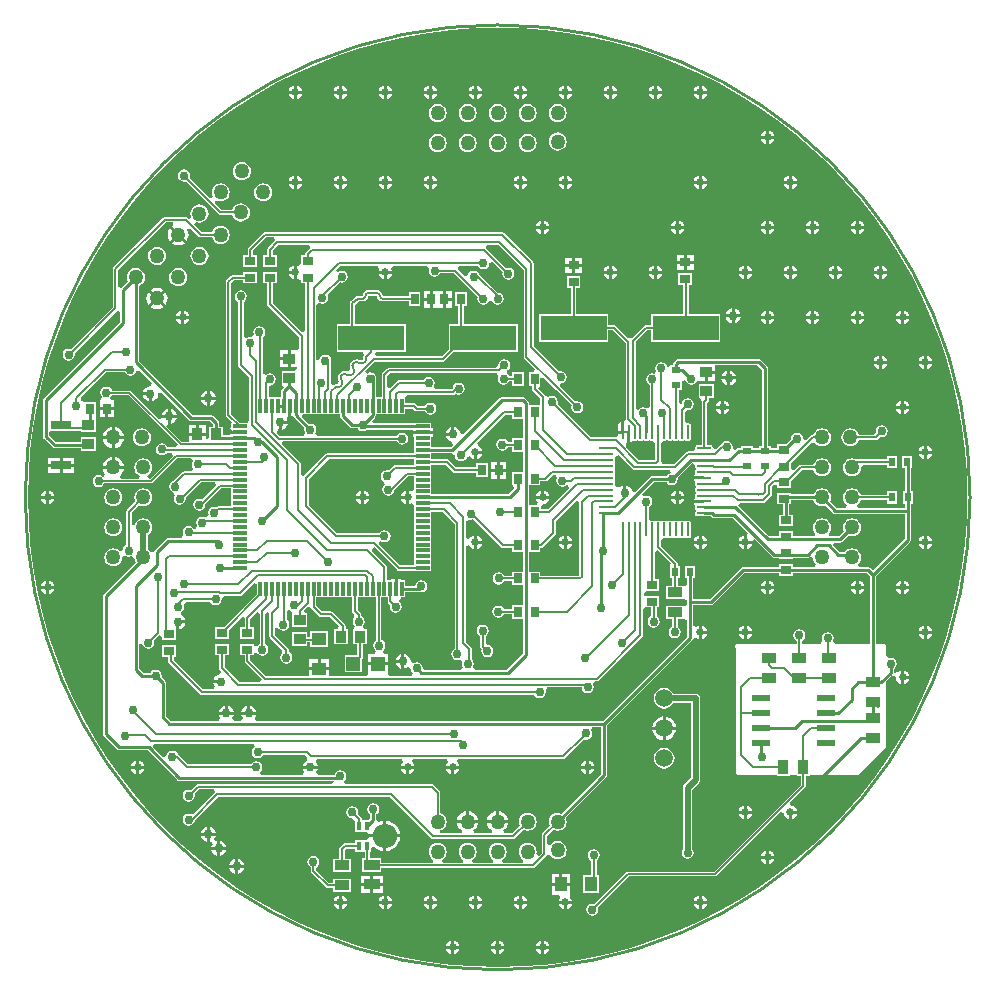
<source format=gbr>
%TF.GenerationSoftware,Altium Limited,Altium Designer,18.1.6 (161)*%
G04 Layer_Physical_Order=1*
G04 Layer_Color=255*
%FSLAX25Y25*%
%MOIN*%
%TF.FileFunction,Copper,L1,Top,Signal*%
%TF.Part,Single*%
G01*
G75*
%TA.AperFunction,Conductor*%
%ADD10C,0.00800*%
%TA.AperFunction,NonConductor*%
%ADD11C,0.01000*%
%TA.AperFunction,SMDPad,CuDef*%
%ADD12R,0.02756X0.03543*%
%ADD13R,0.05118X0.03347*%
%ADD14R,0.01772X0.02953*%
%ADD15R,0.05315X0.03740*%
%ADD16R,0.03150X0.02362*%
%ADD17R,0.03937X0.03543*%
%ADD18R,0.02362X0.03150*%
%ADD19R,0.04331X0.04921*%
%ADD20R,0.03543X0.03937*%
%ADD21R,0.04724X0.04724*%
%ADD22R,0.04921X0.04331*%
%ADD23R,0.03347X0.05118*%
%ADD24R,0.05984X0.02362*%
%ADD25R,0.03543X0.02756*%
%ADD26R,0.22047X0.08268*%
%ADD27R,0.01181X0.04724*%
%ADD28R,0.04724X0.01181*%
%ADD29R,0.06693X0.03150*%
G04:AMPARAMS|DCode=30|XSize=9.84mil|YSize=49.21mil|CornerRadius=1.97mil|HoleSize=0mil|Usage=FLASHONLY|Rotation=90.000|XOffset=0mil|YOffset=0mil|HoleType=Round|Shape=RoundedRectangle|*
%AMROUNDEDRECTD30*
21,1,0.00984,0.04528,0,0,90.0*
21,1,0.00591,0.04921,0,0,90.0*
1,1,0.00394,0.02264,0.00295*
1,1,0.00394,0.02264,-0.00295*
1,1,0.00394,-0.02264,-0.00295*
1,1,0.00394,-0.02264,0.00295*
%
%ADD30ROUNDEDRECTD30*%
G04:AMPARAMS|DCode=31|XSize=9.84mil|YSize=49.21mil|CornerRadius=1.97mil|HoleSize=0mil|Usage=FLASHONLY|Rotation=180.000|XOffset=0mil|YOffset=0mil|HoleType=Round|Shape=RoundedRectangle|*
%AMROUNDEDRECTD31*
21,1,0.00984,0.04528,0,0,180.0*
21,1,0.00591,0.04921,0,0,180.0*
1,1,0.00394,-0.00295,0.02264*
1,1,0.00394,0.00295,0.02264*
1,1,0.00394,0.00295,-0.02264*
1,1,0.00394,-0.00295,-0.02264*
%
%ADD31ROUNDEDRECTD31*%
%TA.AperFunction,Conductor*%
%ADD32C,0.01000*%
%ADD33C,0.02000*%
%ADD34C,0.00500*%
%TA.AperFunction,ComponentPad*%
%ADD35C,0.05000*%
%ADD36C,0.05906*%
%ADD37O,0.08110X0.08110*%
%TA.AperFunction,ViaPad*%
%ADD38C,0.03000*%
%ADD39C,0.02500*%
G36*
X322639Y471250D02*
X330298Y470685D01*
X337921Y469744D01*
X345488Y468431D01*
X352982Y466749D01*
X360384Y464700D01*
X367676Y462291D01*
X374842Y459527D01*
X381863Y456415D01*
X388724Y452961D01*
X395406Y449176D01*
X401895Y445067D01*
X408174Y440645D01*
X414229Y435919D01*
X420045Y430903D01*
X425607Y425607D01*
X430903Y420045D01*
X435919Y414229D01*
X440645Y408174D01*
X445067Y401895D01*
X449176Y395406D01*
X452961Y388724D01*
X456415Y381863D01*
X459527Y374842D01*
X462291Y367676D01*
X464700Y360384D01*
X466749Y352982D01*
X468431Y345488D01*
X469744Y337921D01*
X470685Y330298D01*
X471250Y322639D01*
X471438Y314961D01*
X471250Y307283D01*
X470685Y299623D01*
X469744Y292001D01*
X468431Y284433D01*
X466749Y276940D01*
X464700Y269538D01*
X462291Y262245D01*
X459527Y255079D01*
X456415Y248058D01*
X452961Y241198D01*
X449176Y234515D01*
X445067Y228026D01*
X440645Y221747D01*
X435919Y215692D01*
X430903Y209877D01*
X425607Y204314D01*
X420045Y199019D01*
X414229Y194002D01*
X408174Y189277D01*
X401895Y184854D01*
X395406Y180745D01*
X388724Y176960D01*
X381863Y173507D01*
X374842Y170394D01*
X367676Y167630D01*
X360384Y165221D01*
X352982Y163173D01*
X345488Y161490D01*
X337921Y160177D01*
X330298Y159237D01*
X322639Y158672D01*
X314961Y158483D01*
X307283Y158672D01*
X299623Y159237D01*
X292001Y160177D01*
X284433Y161490D01*
X276940Y163173D01*
X269538Y165221D01*
X262245Y167630D01*
X255079Y170394D01*
X248058Y173507D01*
X241198Y176960D01*
X234515Y180745D01*
X228026Y184854D01*
X221747Y189277D01*
X215692Y194002D01*
X209877Y199019D01*
X204314Y204314D01*
X199019Y209877D01*
X194002Y215692D01*
X189277Y221747D01*
X184854Y228026D01*
X180745Y234515D01*
X176960Y241198D01*
X173507Y248058D01*
X170394Y255079D01*
X167630Y262245D01*
X165221Y269538D01*
X163173Y276940D01*
X161490Y284433D01*
X160177Y292001D01*
X159237Y299623D01*
X158672Y307283D01*
X158483Y314961D01*
X158672Y322639D01*
X159237Y330298D01*
X160177Y337921D01*
X161490Y345488D01*
X163173Y352982D01*
X165221Y360384D01*
X167630Y367676D01*
X170394Y374842D01*
X173507Y381863D01*
X176960Y388724D01*
X180745Y395406D01*
X184854Y401895D01*
X189277Y408174D01*
X194002Y414229D01*
X199019Y420045D01*
X204314Y425607D01*
X209877Y430903D01*
X215692Y435919D01*
X221747Y440645D01*
X228026Y445067D01*
X234515Y449176D01*
X241198Y452961D01*
X248058Y456415D01*
X255079Y459527D01*
X262245Y462291D01*
X269538Y464700D01*
X276940Y466749D01*
X284433Y468431D01*
X292001Y469744D01*
X299623Y470685D01*
X307283Y471250D01*
X314961Y471438D01*
X322639Y471250D01*
D02*
G37*
%LPC*%
G36*
X383000Y452195D02*
Y450500D01*
X384695D01*
X384619Y450878D01*
X384122Y451622D01*
X383378Y452119D01*
X383000Y452195D01*
D02*
G37*
G36*
X382000D02*
X381622Y452119D01*
X380878Y451622D01*
X380381Y450878D01*
X380305Y450500D01*
X382000D01*
Y452195D01*
D02*
G37*
G36*
X368000D02*
Y450500D01*
X369695D01*
X369619Y450878D01*
X369122Y451622D01*
X368378Y452119D01*
X368000Y452195D01*
D02*
G37*
G36*
X367000D02*
X366622Y452119D01*
X365878Y451622D01*
X365381Y450878D01*
X365305Y450500D01*
X367000D01*
Y452195D01*
D02*
G37*
G36*
X353000D02*
Y450500D01*
X354695D01*
X354620Y450878D01*
X354122Y451622D01*
X353378Y452119D01*
X353000Y452195D01*
D02*
G37*
G36*
X352000D02*
X351622Y452119D01*
X350878Y451622D01*
X350380Y450878D01*
X350305Y450500D01*
X352000D01*
Y452195D01*
D02*
G37*
G36*
X338000D02*
Y450500D01*
X339695D01*
X339619Y450878D01*
X339122Y451622D01*
X338378Y452119D01*
X338000Y452195D01*
D02*
G37*
G36*
X337000D02*
X336622Y452119D01*
X335878Y451622D01*
X335381Y450878D01*
X335305Y450500D01*
X337000D01*
Y452195D01*
D02*
G37*
G36*
X323000D02*
Y450500D01*
X324695D01*
X324620Y450878D01*
X324122Y451622D01*
X323378Y452119D01*
X323000Y452195D01*
D02*
G37*
G36*
X322000D02*
X321622Y452119D01*
X320878Y451622D01*
X320380Y450878D01*
X320305Y450500D01*
X322000D01*
Y452195D01*
D02*
G37*
G36*
X308000D02*
Y450500D01*
X309695D01*
X309619Y450878D01*
X309122Y451622D01*
X308378Y452119D01*
X308000Y452195D01*
D02*
G37*
G36*
X307000D02*
X306622Y452119D01*
X305878Y451622D01*
X305381Y450878D01*
X305305Y450500D01*
X307000D01*
Y452195D01*
D02*
G37*
G36*
X293000D02*
Y450500D01*
X294695D01*
X294619Y450878D01*
X294122Y451622D01*
X293378Y452119D01*
X293000Y452195D01*
D02*
G37*
G36*
X292000D02*
X291622Y452119D01*
X290878Y451622D01*
X290381Y450878D01*
X290305Y450500D01*
X292000D01*
Y452195D01*
D02*
G37*
G36*
X278000D02*
Y450500D01*
X279695D01*
X279620Y450878D01*
X279122Y451622D01*
X278378Y452119D01*
X278000Y452195D01*
D02*
G37*
G36*
X277000D02*
X276622Y452119D01*
X275878Y451622D01*
X275380Y450878D01*
X275305Y450500D01*
X277000D01*
Y452195D01*
D02*
G37*
G36*
X263000D02*
Y450500D01*
X264695D01*
X264619Y450878D01*
X264122Y451622D01*
X263378Y452119D01*
X263000Y452195D01*
D02*
G37*
G36*
X262000D02*
X261622Y452119D01*
X260878Y451622D01*
X260381Y450878D01*
X260305Y450500D01*
X262000D01*
Y452195D01*
D02*
G37*
G36*
X248000D02*
Y450500D01*
X249695D01*
X249620Y450878D01*
X249122Y451622D01*
X248378Y452119D01*
X248000Y452195D01*
D02*
G37*
G36*
X247000D02*
X246622Y452119D01*
X245878Y451622D01*
X245380Y450878D01*
X245305Y450500D01*
X247000D01*
Y452195D01*
D02*
G37*
G36*
X384695Y449500D02*
X383000D01*
Y447805D01*
X383378Y447881D01*
X384122Y448378D01*
X384619Y449122D01*
X384695Y449500D01*
D02*
G37*
G36*
X382000D02*
X380305D01*
X380381Y449122D01*
X380878Y448378D01*
X381622Y447881D01*
X382000Y447805D01*
Y449500D01*
D02*
G37*
G36*
X369695D02*
X368000D01*
Y447805D01*
X368378Y447881D01*
X369122Y448378D01*
X369619Y449122D01*
X369695Y449500D01*
D02*
G37*
G36*
X367000D02*
X365305D01*
X365381Y449122D01*
X365878Y448378D01*
X366622Y447881D01*
X367000Y447805D01*
Y449500D01*
D02*
G37*
G36*
X354695D02*
X353000D01*
Y447805D01*
X353378Y447881D01*
X354122Y448378D01*
X354620Y449122D01*
X354695Y449500D01*
D02*
G37*
G36*
X352000D02*
X350305D01*
X350380Y449122D01*
X350878Y448378D01*
X351622Y447881D01*
X352000Y447805D01*
Y449500D01*
D02*
G37*
G36*
X339695D02*
X338000D01*
Y447805D01*
X338378Y447881D01*
X339122Y448378D01*
X339619Y449122D01*
X339695Y449500D01*
D02*
G37*
G36*
X337000D02*
X335305D01*
X335381Y449122D01*
X335878Y448378D01*
X336622Y447881D01*
X337000Y447805D01*
Y449500D01*
D02*
G37*
G36*
X324695D02*
X323000D01*
Y447805D01*
X323378Y447881D01*
X324122Y448378D01*
X324620Y449122D01*
X324695Y449500D01*
D02*
G37*
G36*
X322000D02*
X320305D01*
X320380Y449122D01*
X320878Y448378D01*
X321622Y447881D01*
X322000Y447805D01*
Y449500D01*
D02*
G37*
G36*
X309695D02*
X308000D01*
Y447805D01*
X308378Y447881D01*
X309122Y448378D01*
X309619Y449122D01*
X309695Y449500D01*
D02*
G37*
G36*
X307000D02*
X305305D01*
X305381Y449122D01*
X305878Y448378D01*
X306622Y447881D01*
X307000Y447805D01*
Y449500D01*
D02*
G37*
G36*
X294695D02*
X293000D01*
Y447805D01*
X293378Y447881D01*
X294122Y448378D01*
X294619Y449122D01*
X294695Y449500D01*
D02*
G37*
G36*
X292000D02*
X290305D01*
X290381Y449122D01*
X290878Y448378D01*
X291622Y447881D01*
X292000Y447805D01*
Y449500D01*
D02*
G37*
G36*
X279695D02*
X278000D01*
Y447805D01*
X278378Y447881D01*
X279122Y448378D01*
X279620Y449122D01*
X279695Y449500D01*
D02*
G37*
G36*
X277000D02*
X275305D01*
X275380Y449122D01*
X275878Y448378D01*
X276622Y447881D01*
X277000Y447805D01*
Y449500D01*
D02*
G37*
G36*
X264695D02*
X263000D01*
Y447805D01*
X263378Y447881D01*
X264122Y448378D01*
X264619Y449122D01*
X264695Y449500D01*
D02*
G37*
G36*
X262000D02*
X260305D01*
X260381Y449122D01*
X260878Y448378D01*
X261622Y447881D01*
X262000Y447805D01*
Y449500D01*
D02*
G37*
G36*
X249695D02*
X248000D01*
Y447805D01*
X248378Y447881D01*
X249122Y448378D01*
X249620Y449122D01*
X249695Y449500D01*
D02*
G37*
G36*
X247000D02*
X245305D01*
X245380Y449122D01*
X245878Y448378D01*
X246622Y447881D01*
X247000Y447805D01*
Y449500D01*
D02*
G37*
G36*
X334961Y446097D02*
X334177Y445994D01*
X333448Y445691D01*
X332821Y445211D01*
X332340Y444584D01*
X332038Y443854D01*
X331935Y443071D01*
X332038Y442288D01*
X332340Y441558D01*
X332821Y440931D01*
X333448Y440450D01*
X334177Y440148D01*
X334961Y440045D01*
X335744Y440148D01*
X336473Y440450D01*
X337100Y440931D01*
X337581Y441558D01*
X337883Y442288D01*
X337986Y443071D01*
X337883Y443854D01*
X337581Y444584D01*
X337100Y445211D01*
X336473Y445691D01*
X335744Y445994D01*
X334961Y446097D01*
D02*
G37*
G36*
X324961D02*
X324177Y445994D01*
X323448Y445691D01*
X322821Y445211D01*
X322340Y444584D01*
X322038Y443854D01*
X321935Y443071D01*
X322038Y442288D01*
X322340Y441558D01*
X322821Y440931D01*
X323448Y440450D01*
X324177Y440148D01*
X324961Y440045D01*
X325744Y440148D01*
X326473Y440450D01*
X327100Y440931D01*
X327581Y441558D01*
X327883Y442288D01*
X327987Y443071D01*
X327883Y443854D01*
X327581Y444584D01*
X327100Y445211D01*
X326473Y445691D01*
X325744Y445994D01*
X324961Y446097D01*
D02*
G37*
G36*
X314961D02*
X314177Y445994D01*
X313448Y445691D01*
X312821Y445211D01*
X312340Y444584D01*
X312038Y443854D01*
X311935Y443071D01*
X312038Y442288D01*
X312340Y441558D01*
X312821Y440931D01*
X313448Y440450D01*
X314177Y440148D01*
X314961Y440045D01*
X315744Y440148D01*
X316474Y440450D01*
X317100Y440931D01*
X317581Y441558D01*
X317883Y442288D01*
X317986Y443071D01*
X317883Y443854D01*
X317581Y444584D01*
X317100Y445211D01*
X316474Y445691D01*
X315744Y445994D01*
X314961Y446097D01*
D02*
G37*
G36*
X304961D02*
X304177Y445994D01*
X303448Y445691D01*
X302821Y445211D01*
X302340Y444584D01*
X302038Y443854D01*
X301935Y443071D01*
X302038Y442288D01*
X302340Y441558D01*
X302821Y440931D01*
X303448Y440450D01*
X304177Y440148D01*
X304961Y440045D01*
X305744Y440148D01*
X306473Y440450D01*
X307100Y440931D01*
X307581Y441558D01*
X307883Y442288D01*
X307986Y443071D01*
X307883Y443854D01*
X307581Y444584D01*
X307100Y445211D01*
X306473Y445691D01*
X305744Y445994D01*
X304961Y446097D01*
D02*
G37*
G36*
X294961D02*
X294177Y445994D01*
X293448Y445691D01*
X292821Y445211D01*
X292340Y444584D01*
X292038Y443854D01*
X291935Y443071D01*
X292038Y442288D01*
X292340Y441558D01*
X292821Y440931D01*
X293448Y440450D01*
X294177Y440148D01*
X294961Y440045D01*
X295744Y440148D01*
X296474Y440450D01*
X297100Y440931D01*
X297581Y441558D01*
X297883Y442288D01*
X297987Y443071D01*
X297883Y443854D01*
X297581Y444584D01*
X297100Y445211D01*
X296474Y445691D01*
X295744Y445994D01*
X294961Y446097D01*
D02*
G37*
G36*
X405500Y437195D02*
Y435500D01*
X407195D01*
X407120Y435878D01*
X406622Y436622D01*
X405878Y437119D01*
X405500Y437195D01*
D02*
G37*
G36*
X404500D02*
X404122Y437119D01*
X403378Y436622D01*
X402880Y435878D01*
X402805Y435500D01*
X404500D01*
Y437195D01*
D02*
G37*
G36*
X407195Y434500D02*
X405500D01*
Y432805D01*
X405878Y432881D01*
X406622Y433378D01*
X407120Y434122D01*
X407195Y434500D01*
D02*
G37*
G36*
X404500D02*
X402805D01*
X402880Y434122D01*
X403378Y433378D01*
X404122Y432881D01*
X404500Y432805D01*
Y434500D01*
D02*
G37*
G36*
X334961Y436597D02*
X334177Y436494D01*
X333448Y436191D01*
X332821Y435710D01*
X332340Y435084D01*
X332038Y434354D01*
X331935Y433571D01*
X332038Y432788D01*
X332340Y432058D01*
X332821Y431431D01*
X333448Y430950D01*
X334177Y430648D01*
X334961Y430545D01*
X335744Y430648D01*
X336473Y430950D01*
X337100Y431431D01*
X337581Y432058D01*
X337883Y432788D01*
X337986Y433571D01*
X337883Y434354D01*
X337581Y435084D01*
X337100Y435710D01*
X336473Y436191D01*
X335744Y436494D01*
X334961Y436597D01*
D02*
G37*
G36*
X324961Y436097D02*
X324177Y435994D01*
X323448Y435691D01*
X322821Y435211D01*
X322340Y434584D01*
X322038Y433854D01*
X321935Y433071D01*
X322038Y432288D01*
X322340Y431558D01*
X322821Y430931D01*
X323448Y430450D01*
X324177Y430148D01*
X324961Y430045D01*
X325744Y430148D01*
X326473Y430450D01*
X327100Y430931D01*
X327581Y431558D01*
X327883Y432288D01*
X327987Y433071D01*
X327883Y433854D01*
X327581Y434584D01*
X327100Y435211D01*
X326473Y435691D01*
X325744Y435994D01*
X324961Y436097D01*
D02*
G37*
G36*
X314961D02*
X314177Y435994D01*
X313448Y435691D01*
X312821Y435211D01*
X312340Y434584D01*
X312038Y433854D01*
X311935Y433071D01*
X312038Y432288D01*
X312340Y431558D01*
X312821Y430931D01*
X313448Y430450D01*
X314177Y430148D01*
X314961Y430045D01*
X315744Y430148D01*
X316474Y430450D01*
X317100Y430931D01*
X317581Y431558D01*
X317883Y432288D01*
X317986Y433071D01*
X317883Y433854D01*
X317581Y434584D01*
X317100Y435211D01*
X316474Y435691D01*
X315744Y435994D01*
X314961Y436097D01*
D02*
G37*
G36*
X304961D02*
X304177Y435994D01*
X303448Y435691D01*
X302821Y435211D01*
X302340Y434584D01*
X302038Y433854D01*
X301935Y433071D01*
X302038Y432288D01*
X302340Y431558D01*
X302821Y430931D01*
X303448Y430450D01*
X304177Y430148D01*
X304961Y430045D01*
X305744Y430148D01*
X306473Y430450D01*
X307100Y430931D01*
X307581Y431558D01*
X307883Y432288D01*
X307986Y433071D01*
X307883Y433854D01*
X307581Y434584D01*
X307100Y435211D01*
X306473Y435691D01*
X305744Y435994D01*
X304961Y436097D01*
D02*
G37*
G36*
X294961D02*
X294177Y435994D01*
X293448Y435691D01*
X292821Y435211D01*
X292340Y434584D01*
X292038Y433854D01*
X291935Y433071D01*
X292038Y432288D01*
X292340Y431558D01*
X292821Y430931D01*
X293448Y430450D01*
X294177Y430148D01*
X294961Y430045D01*
X295744Y430148D01*
X296474Y430450D01*
X297100Y430931D01*
X297581Y431558D01*
X297883Y432288D01*
X297987Y433071D01*
X297883Y433854D01*
X297581Y434584D01*
X297100Y435211D01*
X296474Y435691D01*
X295744Y435994D01*
X294961Y436097D01*
D02*
G37*
G36*
X229713Y426739D02*
X228930Y426636D01*
X228200Y426334D01*
X227574Y425853D01*
X227093Y425226D01*
X226790Y424496D01*
X226687Y423713D01*
X226790Y422930D01*
X227093Y422200D01*
X227574Y421574D01*
X228200Y421093D01*
X228930Y420790D01*
X229713Y420687D01*
X230496Y420790D01*
X231226Y421093D01*
X231853Y421574D01*
X232334Y422200D01*
X232636Y422930D01*
X232739Y423713D01*
X232636Y424496D01*
X232334Y425226D01*
X231853Y425853D01*
X231226Y426334D01*
X230496Y426636D01*
X229713Y426739D01*
D02*
G37*
G36*
X413000Y422195D02*
Y420500D01*
X414695D01*
X414619Y420878D01*
X414122Y421622D01*
X413378Y422119D01*
X413000Y422195D01*
D02*
G37*
G36*
X412000D02*
X411622Y422119D01*
X410878Y421622D01*
X410381Y420878D01*
X410305Y420500D01*
X412000D01*
Y422195D01*
D02*
G37*
G36*
X383000D02*
Y420500D01*
X384695D01*
X384619Y420878D01*
X384122Y421622D01*
X383378Y422119D01*
X383000Y422195D01*
D02*
G37*
G36*
X382000D02*
X381622Y422119D01*
X380878Y421622D01*
X380381Y420878D01*
X380305Y420500D01*
X382000D01*
Y422195D01*
D02*
G37*
G36*
X338000D02*
Y420500D01*
X339695D01*
X339619Y420878D01*
X339122Y421622D01*
X338378Y422119D01*
X338000Y422195D01*
D02*
G37*
G36*
X337000D02*
X336622Y422119D01*
X335878Y421622D01*
X335381Y420878D01*
X335305Y420500D01*
X337000D01*
Y422195D01*
D02*
G37*
G36*
X323000D02*
Y420500D01*
X324695D01*
X324620Y420878D01*
X324122Y421622D01*
X323378Y422119D01*
X323000Y422195D01*
D02*
G37*
G36*
X322000D02*
X321622Y422119D01*
X320878Y421622D01*
X320380Y420878D01*
X320305Y420500D01*
X322000D01*
Y422195D01*
D02*
G37*
G36*
X293000D02*
Y420500D01*
X294695D01*
X294619Y420878D01*
X294122Y421622D01*
X293378Y422119D01*
X293000Y422195D01*
D02*
G37*
G36*
X292000D02*
X291622Y422119D01*
X290878Y421622D01*
X290381Y420878D01*
X290305Y420500D01*
X292000D01*
Y422195D01*
D02*
G37*
G36*
X278000D02*
Y420500D01*
X279695D01*
X279620Y420878D01*
X279122Y421622D01*
X278378Y422119D01*
X278000Y422195D01*
D02*
G37*
G36*
X277000D02*
X276622Y422119D01*
X275878Y421622D01*
X275380Y420878D01*
X275305Y420500D01*
X277000D01*
Y422195D01*
D02*
G37*
G36*
X263000D02*
Y420500D01*
X264695D01*
X264619Y420878D01*
X264122Y421622D01*
X263378Y422119D01*
X263000Y422195D01*
D02*
G37*
G36*
X262000D02*
X261622Y422119D01*
X260878Y421622D01*
X260381Y420878D01*
X260305Y420500D01*
X262000D01*
Y422195D01*
D02*
G37*
G36*
X248000D02*
Y420500D01*
X249695D01*
X249620Y420878D01*
X249122Y421622D01*
X248378Y422119D01*
X248000Y422195D01*
D02*
G37*
G36*
X247000D02*
X246622Y422119D01*
X245878Y421622D01*
X245380Y420878D01*
X245305Y420500D01*
X247000D01*
Y422195D01*
D02*
G37*
G36*
X414695Y419500D02*
X413000D01*
Y417805D01*
X413378Y417881D01*
X414122Y418378D01*
X414619Y419122D01*
X414695Y419500D01*
D02*
G37*
G36*
X412000D02*
X410305D01*
X410381Y419122D01*
X410878Y418378D01*
X411622Y417881D01*
X412000Y417805D01*
Y419500D01*
D02*
G37*
G36*
X384695D02*
X383000D01*
Y417805D01*
X383378Y417881D01*
X384122Y418378D01*
X384619Y419122D01*
X384695Y419500D01*
D02*
G37*
G36*
X382000D02*
X380305D01*
X380381Y419122D01*
X380878Y418378D01*
X381622Y417881D01*
X382000Y417805D01*
Y419500D01*
D02*
G37*
G36*
X339695D02*
X338000D01*
Y417805D01*
X338378Y417881D01*
X339122Y418378D01*
X339619Y419122D01*
X339695Y419500D01*
D02*
G37*
G36*
X337000D02*
X335305D01*
X335381Y419122D01*
X335878Y418378D01*
X336622Y417881D01*
X337000Y417805D01*
Y419500D01*
D02*
G37*
G36*
X324695D02*
X323000D01*
Y417805D01*
X323378Y417881D01*
X324122Y418378D01*
X324620Y419122D01*
X324695Y419500D01*
D02*
G37*
G36*
X322000D02*
X320305D01*
X320380Y419122D01*
X320878Y418378D01*
X321622Y417881D01*
X322000Y417805D01*
Y419500D01*
D02*
G37*
G36*
X294695D02*
X293000D01*
Y417805D01*
X293378Y417881D01*
X294122Y418378D01*
X294619Y419122D01*
X294695Y419500D01*
D02*
G37*
G36*
X292000D02*
X290305D01*
X290381Y419122D01*
X290878Y418378D01*
X291622Y417881D01*
X292000Y417805D01*
Y419500D01*
D02*
G37*
G36*
X279695D02*
X278000D01*
Y417805D01*
X278378Y417881D01*
X279122Y418378D01*
X279620Y419122D01*
X279695Y419500D01*
D02*
G37*
G36*
X277000D02*
X275305D01*
X275380Y419122D01*
X275878Y418378D01*
X276622Y417881D01*
X277000Y417805D01*
Y419500D01*
D02*
G37*
G36*
X264695D02*
X263000D01*
Y417805D01*
X263378Y417881D01*
X264122Y418378D01*
X264619Y419122D01*
X264695Y419500D01*
D02*
G37*
G36*
X262000D02*
X260305D01*
X260381Y419122D01*
X260878Y418378D01*
X261622Y417881D01*
X262000Y417805D01*
Y419500D01*
D02*
G37*
G36*
X249695D02*
X248000D01*
Y417805D01*
X248378Y417881D01*
X249122Y418378D01*
X249620Y419122D01*
X249695Y419500D01*
D02*
G37*
G36*
X247000D02*
X245305D01*
X245380Y419122D01*
X245878Y418378D01*
X246622Y417881D01*
X247000Y417805D01*
Y419500D01*
D02*
G37*
G36*
X236784Y419668D02*
X236001Y419565D01*
X235271Y419263D01*
X234645Y418782D01*
X234164Y418155D01*
X233861Y417425D01*
X233758Y416642D01*
X233861Y415859D01*
X234164Y415129D01*
X234645Y414502D01*
X235271Y414022D01*
X236001Y413719D01*
X236784Y413616D01*
X237567Y413719D01*
X238297Y414022D01*
X238924Y414502D01*
X239405Y415129D01*
X239707Y415859D01*
X239810Y416642D01*
X239707Y417425D01*
X239405Y418155D01*
X238924Y418782D01*
X238297Y419263D01*
X237567Y419565D01*
X236784Y419668D01*
D02*
G37*
G36*
X210418Y424247D02*
X209637Y424092D01*
X208976Y423650D01*
X208534Y422988D01*
X208379Y422208D01*
X208534Y421427D01*
X208976Y420766D01*
X209637Y420324D01*
X210418Y420169D01*
X210931Y420271D01*
X221926Y409276D01*
X222224Y409077D01*
X222575Y409007D01*
X226493D01*
X226739Y408412D01*
X227220Y407785D01*
X227847Y407304D01*
X228576Y407002D01*
X229360Y406899D01*
X230143Y407002D01*
X230873Y407304D01*
X231499Y407785D01*
X231980Y408412D01*
X232282Y409141D01*
X232385Y409925D01*
X232282Y410708D01*
X231980Y411438D01*
X231499Y412064D01*
X230873Y412545D01*
X230143Y412847D01*
X229360Y412951D01*
X228576Y412847D01*
X227847Y412545D01*
X227220Y412064D01*
X226739Y411438D01*
X226493Y410842D01*
X222955D01*
X220587Y413210D01*
X221129Y414022D01*
X221859Y413719D01*
X222642Y413616D01*
X223425Y413719D01*
X224155Y414022D01*
X224782Y414502D01*
X225263Y415129D01*
X225565Y415859D01*
X225668Y416642D01*
X225565Y417425D01*
X225263Y418155D01*
X224782Y418782D01*
X224155Y419263D01*
X223425Y419565D01*
X222642Y419668D01*
X221859Y419565D01*
X221129Y419263D01*
X220502Y418782D01*
X220022Y418155D01*
X219719Y417425D01*
X219616Y416642D01*
X219719Y415859D01*
X220022Y415129D01*
X219210Y414587D01*
X212313Y421485D01*
X212457Y422208D01*
X212302Y422988D01*
X211859Y423650D01*
X211198Y424092D01*
X210418Y424247D01*
D02*
G37*
G36*
X215571Y412597D02*
X214788Y412494D01*
X214058Y412192D01*
X213431Y411711D01*
X212951Y411084D01*
X212648Y410354D01*
X212545Y409571D01*
X212648Y408788D01*
X212807Y408405D01*
X211959Y407839D01*
X211649Y408149D01*
X211351Y408348D01*
X211000Y408418D01*
X204000D01*
X203649Y408348D01*
X203351Y408149D01*
X186851Y391649D01*
X186652Y391351D01*
X186582Y391000D01*
Y378380D01*
X172618Y364416D01*
X172000Y364539D01*
X171220Y364384D01*
X170558Y363942D01*
X170116Y363280D01*
X169961Y362500D01*
X170116Y361720D01*
X170558Y361058D01*
X171220Y360616D01*
X172000Y360461D01*
X172780Y360616D01*
X173442Y361058D01*
X173884Y361720D01*
X174039Y362500D01*
X173916Y363118D01*
X187980Y377183D01*
X188634Y377027D01*
X188980Y376796D01*
Y373422D01*
X163779Y348221D01*
X163558Y347890D01*
X163480Y347500D01*
Y335240D01*
X163558Y334850D01*
X163779Y334519D01*
X166669Y331629D01*
X167000Y331408D01*
X167390Y331331D01*
X176031D01*
Y330579D01*
X180968D01*
Y335122D01*
X176031D01*
Y333370D01*
X167812D01*
X165520Y335663D01*
Y335985D01*
X165654Y336929D01*
X166520Y336929D01*
X173346D01*
Y337232D01*
X176031D01*
Y336878D01*
X180968D01*
Y341421D01*
X180968D01*
X181000Y342228D01*
X181000D01*
X181000Y342408D01*
Y346772D01*
X177244D01*
Y346772D01*
X176336Y346992D01*
X176083Y347214D01*
X176038Y348296D01*
X184325Y356582D01*
X190708D01*
X191058Y356058D01*
X191720Y355616D01*
X192500Y355461D01*
X193280Y355616D01*
X193942Y356058D01*
X194384Y356720D01*
X194436Y356983D01*
X195518Y357316D01*
X199895Y352939D01*
X199402Y352017D01*
X199242Y352049D01*
X198266Y351855D01*
X197439Y351302D01*
X196887Y350476D01*
X196792Y350000D01*
X199242D01*
Y349500D01*
X199742D01*
Y347050D01*
X200217Y347145D01*
X201044Y347698D01*
X201597Y348524D01*
X201791Y349500D01*
X201759Y349661D01*
X202680Y350153D01*
X212055Y340779D01*
X212385Y340558D01*
X212776Y340480D01*
X218981D01*
X219980Y339481D01*
Y338469D01*
X218878D01*
Y334597D01*
X217878Y334127D01*
X217622Y334340D01*
Y335500D01*
X214850D01*
X212079D01*
Y333450D01*
X209632D01*
X204439Y338643D01*
X204932Y339564D01*
X205000Y339550D01*
Y341500D01*
X203050D01*
X203064Y341432D01*
X202143Y340939D01*
X192730Y350352D01*
X192482Y350518D01*
X192189Y350576D01*
X186387D01*
X186384Y350591D01*
X185942Y351253D01*
X185280Y351695D01*
X184500Y351850D01*
X183720Y351695D01*
X183058Y351253D01*
X182616Y350591D01*
X182461Y349811D01*
X182616Y349031D01*
X183058Y348369D01*
X183204Y348272D01*
X182901Y347272D01*
X182256D01*
Y345000D01*
X184634D01*
X187012D01*
Y347272D01*
X186099D01*
X185796Y348272D01*
X185942Y348369D01*
X186384Y349031D01*
X186387Y349046D01*
X191872D01*
X208284Y332634D01*
X207870Y331634D01*
X204952D01*
X204923Y331780D01*
X204481Y332442D01*
X203819Y332884D01*
X203039Y333039D01*
X202259Y332884D01*
X201597Y332442D01*
X201155Y331780D01*
X201000Y331000D01*
X201155Y330220D01*
X201597Y329558D01*
X202259Y329116D01*
X203039Y328961D01*
X203819Y329116D01*
X204481Y329558D01*
X204642Y329799D01*
X206303D01*
X206717Y328799D01*
X199100Y321182D01*
X198361Y321257D01*
X198123Y322240D01*
X198363Y322340D01*
X198990Y322821D01*
X199471Y323448D01*
X199773Y324177D01*
X199876Y324961D01*
X199773Y325744D01*
X199471Y326473D01*
X198990Y327100D01*
X198363Y327581D01*
X197634Y327883D01*
X196850Y327987D01*
X196067Y327883D01*
X195337Y327581D01*
X194711Y327100D01*
X194230Y326473D01*
X193928Y325744D01*
X193825Y324961D01*
X193928Y324177D01*
X194230Y323448D01*
X194711Y322821D01*
X195337Y322340D01*
X195743Y322172D01*
X195544Y321172D01*
X189305D01*
X188966Y322172D01*
X189347Y322464D01*
X189908Y323196D01*
X190260Y324047D01*
X190315Y324461D01*
X186850D01*
X183386D01*
X183440Y324047D01*
X183793Y323196D01*
X184092Y322806D01*
X183762Y321812D01*
X183702Y321746D01*
X183527Y321723D01*
X183442Y321849D01*
X182780Y322291D01*
X182000Y322446D01*
X181220Y322291D01*
X180558Y321849D01*
X180116Y321188D01*
X179961Y320407D01*
X180116Y319627D01*
X180558Y318965D01*
X181220Y318523D01*
X182000Y318368D01*
X182780Y318523D01*
X183442Y318965D01*
X183884Y319627D01*
X183887Y319643D01*
X199407D01*
X199700Y319701D01*
X199948Y319867D01*
X208065Y327983D01*
X212717D01*
X213252Y326983D01*
X213116Y326780D01*
X212961Y326000D01*
X213116Y325220D01*
X213518Y324618D01*
X213449Y324297D01*
X213166Y323618D01*
X210420D01*
X210069Y323548D01*
X209772Y323349D01*
X206851Y320428D01*
X206837Y320407D01*
X206720Y320384D01*
X206058Y319942D01*
X205616Y319280D01*
X205461Y318500D01*
X205616Y317720D01*
X206058Y317058D01*
X206720Y316616D01*
X206862Y316588D01*
X207256Y315490D01*
X207116Y315280D01*
X206961Y314500D01*
X207116Y313720D01*
X207558Y313058D01*
X208220Y312616D01*
X209000Y312461D01*
X209780Y312616D01*
X210442Y313058D01*
X210884Y313720D01*
X211039Y314500D01*
X210961Y314895D01*
X216014Y319949D01*
X220737D01*
X221151Y318949D01*
X216464Y314261D01*
X216280Y314384D01*
X215500Y314539D01*
X214720Y314384D01*
X214058Y313942D01*
X213616Y313280D01*
X213461Y312500D01*
X213616Y311720D01*
X214058Y311058D01*
X214720Y310616D01*
X215500Y310461D01*
X216280Y310616D01*
X216942Y311058D01*
X217384Y311720D01*
X217539Y312500D01*
X217499Y312701D01*
X222778Y317980D01*
X226126D01*
Y315846D01*
Y311949D01*
X221721D01*
X221369Y311879D01*
X221136Y311724D01*
X220500Y311850D01*
X219720Y311695D01*
X219058Y311253D01*
X218616Y310591D01*
X218461Y309811D01*
X218616Y309031D01*
X217775Y308524D01*
X217280Y308384D01*
X216500Y308539D01*
X215720Y308384D01*
X215058Y307942D01*
X214616Y307280D01*
X214461Y306500D01*
X214616Y305720D01*
X214887Y305314D01*
X214518Y304308D01*
X214431Y304286D01*
X213788Y304290D01*
X213442Y304808D01*
X212780Y305250D01*
X212000Y305405D01*
X211220Y305250D01*
X210558Y304808D01*
X210116Y304147D01*
X209961Y303366D01*
X210116Y302586D01*
X210177Y302495D01*
X209642Y301495D01*
X205223D01*
X204833Y301417D01*
X204502Y301196D01*
X200679Y297373D01*
X200458Y297042D01*
X200412Y296814D01*
X199903Y296622D01*
X199380Y296592D01*
X198990Y297100D01*
X198380Y297568D01*
Y302353D01*
X198990Y302821D01*
X199471Y303448D01*
X199773Y304177D01*
X199876Y304961D01*
X199773Y305744D01*
X199471Y306473D01*
X198990Y307100D01*
X198363Y307581D01*
X197634Y307883D01*
X196850Y307986D01*
X196067Y307883D01*
X195337Y307581D01*
X194711Y307100D01*
X194230Y306473D01*
X193928Y305744D01*
X193918Y305668D01*
X192918Y305733D01*
Y309730D01*
X195472Y312284D01*
X196067Y312038D01*
X196850Y311935D01*
X197634Y312038D01*
X198363Y312340D01*
X198990Y312821D01*
X199471Y313448D01*
X199773Y314177D01*
X199876Y314961D01*
X199773Y315744D01*
X199471Y316474D01*
X198990Y317100D01*
X198363Y317581D01*
X197634Y317883D01*
X196850Y317986D01*
X196067Y317883D01*
X195337Y317581D01*
X194711Y317100D01*
X194230Y316474D01*
X193928Y315744D01*
X193825Y314961D01*
X193928Y314177D01*
X194174Y313582D01*
X191351Y310759D01*
X191152Y310461D01*
X191082Y310110D01*
Y299036D01*
X190558Y298686D01*
X190116Y298024D01*
X189998Y297430D01*
X189425Y297165D01*
X188990Y297100D01*
X188990Y297100D01*
X188363Y297581D01*
X187634Y297883D01*
X186850Y297987D01*
X186067Y297883D01*
X185337Y297581D01*
X184711Y297100D01*
X184230Y296474D01*
X183928Y295744D01*
X183825Y294961D01*
X183928Y294177D01*
X184230Y293448D01*
X184711Y292821D01*
X185337Y292340D01*
X186067Y292038D01*
X186850Y291935D01*
X187634Y292038D01*
X188363Y292340D01*
X188990Y292821D01*
X189471Y293448D01*
X189773Y294177D01*
X189876Y294961D01*
X189849Y295164D01*
X189955Y295259D01*
X190795Y295644D01*
X191220Y295360D01*
X192000Y295205D01*
X192780Y295360D01*
X192877Y295425D01*
X193544Y295098D01*
X193837Y294864D01*
X193928Y294177D01*
X194230Y293448D01*
X194374Y293260D01*
X183779Y282666D01*
X183558Y282335D01*
X183480Y281945D01*
Y236000D01*
X183558Y235610D01*
X183779Y235279D01*
X188179Y230879D01*
X188510Y230658D01*
X188900Y230580D01*
X198328D01*
X208129Y220779D01*
X208460Y220558D01*
X208850Y220480D01*
X260242D01*
X260289Y220418D01*
X259786Y219418D01*
X215000D01*
X214649Y219348D01*
X214351Y219149D01*
X212618Y217416D01*
X212000Y217539D01*
X211220Y217384D01*
X210558Y216942D01*
X210116Y216280D01*
X209961Y215500D01*
X210116Y214720D01*
X210558Y214058D01*
X211220Y213616D01*
X212000Y213461D01*
X212780Y213616D01*
X213442Y214058D01*
X213884Y214720D01*
X214039Y215500D01*
X213916Y216118D01*
X215380Y217582D01*
X220448D01*
X220758Y216864D01*
X220785Y216582D01*
X213264Y209061D01*
X212780Y209384D01*
X212000Y209539D01*
X211220Y209384D01*
X210558Y208942D01*
X210116Y208280D01*
X209961Y207500D01*
X210116Y206720D01*
X210558Y206058D01*
X211220Y205616D01*
X212000Y205461D01*
X212780Y205616D01*
X213442Y206058D01*
X213884Y206720D01*
X213975Y207177D01*
X221880Y215082D01*
X279120D01*
X292851Y201351D01*
X293149Y201152D01*
X293500Y201082D01*
X320110D01*
X320461Y201152D01*
X320759Y201351D01*
X323582Y204174D01*
X324177Y203928D01*
X324961Y203824D01*
X325744Y203928D01*
X326473Y204230D01*
X327100Y204711D01*
X327581Y205338D01*
X327883Y206067D01*
X327987Y206850D01*
X327883Y207634D01*
X327581Y208363D01*
X327100Y208990D01*
X326473Y209471D01*
X325744Y209773D01*
X324961Y209876D01*
X324177Y209773D01*
X323448Y209471D01*
X322821Y208990D01*
X322340Y208363D01*
X322038Y207634D01*
X321935Y206850D01*
X322038Y206067D01*
X322284Y205472D01*
X319730Y202918D01*
X317157D01*
X316977Y203284D01*
X316888Y203918D01*
X317457Y204354D01*
X318018Y205085D01*
X318371Y205937D01*
X318425Y206350D01*
X314961D01*
X311496D01*
X311551Y205937D01*
X311903Y205085D01*
X312464Y204354D01*
X313033Y203918D01*
X312945Y203284D01*
X312765Y202918D01*
X307157D01*
X306977Y203284D01*
X306888Y203918D01*
X307457Y204354D01*
X308018Y205085D01*
X308370Y205937D01*
X308425Y206350D01*
X304961D01*
X301496D01*
X301551Y205937D01*
X301903Y205085D01*
X302464Y204354D01*
X303033Y203918D01*
X302945Y203284D01*
X302765Y202918D01*
X295733D01*
X295668Y203918D01*
X295744Y203928D01*
X296474Y204230D01*
X297100Y204711D01*
X297581Y205338D01*
X297883Y206067D01*
X297987Y206850D01*
X297883Y207634D01*
X297581Y208363D01*
X297100Y208990D01*
X296474Y209471D01*
X295878Y209717D01*
Y216539D01*
X295808Y216891D01*
X295609Y217188D01*
X293649Y219149D01*
X293351Y219348D01*
X293000Y219418D01*
X264035D01*
X263732Y220418D01*
X263942Y220558D01*
X264384Y221220D01*
X264539Y222000D01*
X264384Y222780D01*
X263942Y223442D01*
X263280Y223884D01*
X262500Y224039D01*
X261720Y223884D01*
X261058Y223442D01*
X260616Y222780D01*
X260564Y222520D01*
X254960D01*
X254943Y222538D01*
X254518Y223520D01*
X254855Y224025D01*
X254949Y224500D01*
X250050D01*
X250145Y224025D01*
X250483Y223520D01*
X250057Y222538D01*
X250040Y222520D01*
X236188D01*
X235884Y223520D01*
X235942Y223558D01*
X236384Y224220D01*
X236539Y225000D01*
X236384Y225780D01*
X235942Y226442D01*
X235280Y226884D01*
X234500Y227039D01*
X233720Y226884D01*
X233058Y226442D01*
X232708Y225918D01*
X211880D01*
X208649Y229149D01*
X208351Y229348D01*
X208337Y229351D01*
X207942Y229942D01*
X207280Y230384D01*
X206500Y230539D01*
X205720Y230384D01*
X205058Y229942D01*
X204616Y229280D01*
X204502Y228705D01*
X203911Y228394D01*
X203481Y228311D01*
X200110Y231682D01*
X200524Y232682D01*
X233615D01*
X233918Y231682D01*
X233558Y231442D01*
X233116Y230780D01*
X232961Y230000D01*
X233116Y229220D01*
X233558Y228558D01*
X234220Y228116D01*
X235000Y227961D01*
X235780Y228116D01*
X236442Y228558D01*
X236792Y229082D01*
X250879D01*
X251577Y228385D01*
X251558Y228022D01*
X251338Y227230D01*
X250698Y226802D01*
X250145Y225975D01*
X250050Y225500D01*
X254949D01*
X254855Y225975D01*
X254383Y226682D01*
X254520Y227198D01*
X254785Y227682D01*
X283165D01*
X283468Y226682D01*
X283378Y226622D01*
X282880Y225878D01*
X282805Y225500D01*
X287195D01*
X287120Y225878D01*
X286622Y226622D01*
X286532Y226682D01*
X286835Y227682D01*
X298165D01*
X298468Y226682D01*
X298378Y226622D01*
X297881Y225878D01*
X297805Y225500D01*
X302195D01*
X302119Y225878D01*
X301622Y226622D01*
X301532Y226682D01*
X301835Y227682D01*
X336800D01*
X337151Y227752D01*
X337449Y227951D01*
X343840Y234342D01*
X344500Y234211D01*
X345280Y234366D01*
X345942Y234808D01*
X346384Y235470D01*
X346539Y236250D01*
X346384Y237030D01*
X346083Y237480D01*
X346338Y238227D01*
X346526Y238480D01*
X349480D01*
Y222812D01*
X336237Y209569D01*
X335744Y209773D01*
X334961Y209876D01*
X334177Y209773D01*
X333448Y209471D01*
X332821Y208990D01*
X332340Y208363D01*
X332038Y207634D01*
X331935Y206850D01*
X332038Y206067D01*
X332284Y205472D01*
X329851Y203039D01*
X329652Y202741D01*
X329582Y202390D01*
Y196380D01*
X328751Y195549D01*
X327941Y196033D01*
X327888Y196100D01*
X327987Y196850D01*
X327883Y197634D01*
X327581Y198363D01*
X327100Y198990D01*
X326473Y199471D01*
X325744Y199773D01*
X324961Y199876D01*
X324177Y199773D01*
X323448Y199471D01*
X322821Y198990D01*
X322340Y198363D01*
X322038Y197634D01*
X321935Y196850D01*
X322038Y196067D01*
X322340Y195337D01*
X322821Y194711D01*
X323448Y194230D01*
X323479Y194217D01*
X323280Y193217D01*
X316641D01*
X316442Y194217D01*
X316474Y194230D01*
X317100Y194711D01*
X317581Y195337D01*
X317883Y196067D01*
X317986Y196850D01*
X317883Y197634D01*
X317581Y198363D01*
X317100Y198990D01*
X316474Y199471D01*
X315744Y199773D01*
X314961Y199876D01*
X314177Y199773D01*
X313448Y199471D01*
X312821Y198990D01*
X312340Y198363D01*
X312038Y197634D01*
X311935Y196850D01*
X312038Y196067D01*
X312340Y195337D01*
X312821Y194711D01*
X313448Y194230D01*
X313479Y194217D01*
X313280Y193217D01*
X306641D01*
X306442Y194217D01*
X306473Y194230D01*
X307100Y194711D01*
X307581Y195337D01*
X307883Y196067D01*
X307986Y196850D01*
X307883Y197634D01*
X307581Y198363D01*
X307100Y198990D01*
X306473Y199471D01*
X305744Y199773D01*
X304961Y199876D01*
X304177Y199773D01*
X303448Y199471D01*
X302821Y198990D01*
X302340Y198363D01*
X302038Y197634D01*
X301935Y196850D01*
X302038Y196067D01*
X302340Y195337D01*
X302821Y194711D01*
X303448Y194230D01*
X303479Y194217D01*
X303280Y193217D01*
X296641D01*
X296442Y194217D01*
X296474Y194230D01*
X297100Y194711D01*
X297581Y195337D01*
X297883Y196067D01*
X297987Y196850D01*
X297883Y197634D01*
X297581Y198363D01*
X297100Y198990D01*
X296474Y199471D01*
X295744Y199773D01*
X294961Y199876D01*
X294177Y199773D01*
X293448Y199471D01*
X292821Y198990D01*
X292340Y198363D01*
X292038Y197634D01*
X291935Y196850D01*
X292038Y196067D01*
X292340Y195337D01*
X292821Y194711D01*
X293448Y194230D01*
X293479Y194217D01*
X293280Y193217D01*
X276157D01*
Y194669D01*
X272418D01*
Y196831D01*
X272886D01*
Y197994D01*
X273281Y198256D01*
X273886Y198422D01*
X274777Y197738D01*
X276007Y197229D01*
X276827Y197121D01*
Y201654D01*
X272163D01*
X271400Y200783D01*
X267358D01*
Y199725D01*
X264000D01*
X263649Y199655D01*
X263351Y199456D01*
X262351Y198456D01*
X262152Y198158D01*
X262082Y197807D01*
Y194520D01*
X259941D01*
Y190173D01*
X266059D01*
Y194520D01*
X263918D01*
Y197427D01*
X264380Y197889D01*
X267358D01*
Y196831D01*
X270582D01*
Y194669D01*
X269843D01*
Y189929D01*
X276157D01*
Y191382D01*
X326799D01*
X327150Y191451D01*
X327448Y191650D01*
X331149Y195351D01*
X331348Y195649D01*
X332088Y195790D01*
X332392Y195770D01*
X332821Y195211D01*
X333448Y194730D01*
X334177Y194428D01*
X334961Y194325D01*
X335744Y194428D01*
X336473Y194730D01*
X337100Y195211D01*
X337581Y195837D01*
X337883Y196567D01*
X337986Y197350D01*
X337883Y198134D01*
X337581Y198863D01*
X337100Y199490D01*
X336473Y199971D01*
X335744Y200273D01*
X334961Y200376D01*
X334177Y200273D01*
X333448Y199971D01*
X332821Y199490D01*
X332418Y198964D01*
X332076Y198973D01*
X331418Y199247D01*
Y202010D01*
X333582Y204174D01*
X334177Y203928D01*
X334961Y203824D01*
X335744Y203928D01*
X336473Y204230D01*
X337100Y204711D01*
X337581Y205338D01*
X337883Y206067D01*
X337986Y206850D01*
X337883Y207634D01*
X337679Y208127D01*
X351221Y221669D01*
X351442Y222000D01*
X351520Y222390D01*
Y239078D01*
X379780Y267338D01*
X380001Y267669D01*
X380035Y267839D01*
X380453Y268107D01*
X380550Y268146D01*
X381079Y268244D01*
X381622Y267881D01*
X382000Y267805D01*
Y270000D01*
Y272195D01*
X381622Y272119D01*
X381079Y271756D01*
X380362Y271995D01*
X380079Y272199D01*
Y278980D01*
X386165D01*
X386556Y279058D01*
X386886Y279279D01*
X397332Y289724D01*
X408728D01*
Y288866D01*
X413272D01*
Y289724D01*
X437975D01*
X438980Y288719D01*
Y266041D01*
X427299D01*
X426765Y267041D01*
X426884Y267220D01*
X427039Y268000D01*
X426884Y268780D01*
X426442Y269442D01*
X425780Y269884D01*
X425000Y270039D01*
X424220Y269884D01*
X423558Y269442D01*
X423116Y268780D01*
X422961Y268000D01*
X423116Y267220D01*
X423235Y267041D01*
X422701Y266041D01*
X416265Y266041D01*
Y267034D01*
X416280Y267037D01*
X416942Y267479D01*
X417384Y268141D01*
X417539Y268921D01*
X417384Y269702D01*
X416942Y270363D01*
X416280Y270805D01*
X415500Y270960D01*
X414720Y270805D01*
X414058Y270363D01*
X413616Y269702D01*
X413461Y268921D01*
X413616Y268141D01*
X414058Y267479D01*
X414720Y267037D01*
X414735Y267034D01*
Y266041D01*
X395052D01*
X394724Y266041D01*
X394724D01*
X394500Y266041D01*
X394500Y266041D01*
X394117Y265883D01*
X393959Y265500D01*
X394117Y265117D01*
X394117D01*
X394459Y264776D01*
Y223000D01*
X394617Y222617D01*
X395000Y222459D01*
X407980D01*
Y221941D01*
X412327D01*
Y222459D01*
X414673D01*
Y221941D01*
X416082D01*
Y219163D01*
X387058Y190140D01*
X358375D01*
X358375Y190140D01*
X358082Y190082D01*
X357834Y189916D01*
X357834Y189916D01*
X347294Y179375D01*
X347280Y179384D01*
X346500Y179539D01*
X345720Y179384D01*
X345058Y178942D01*
X344616Y178280D01*
X344461Y177500D01*
X344616Y176720D01*
X345058Y176058D01*
X345720Y175616D01*
X346500Y175461D01*
X347280Y175616D01*
X347942Y176058D01*
X348384Y176720D01*
X348539Y177500D01*
X348384Y178280D01*
X348375Y178294D01*
X358692Y188610D01*
X387375D01*
X387668Y188669D01*
X387916Y188834D01*
X409234Y210152D01*
X409566Y210100D01*
X410254Y209758D01*
X410381Y209122D01*
X410878Y208378D01*
X411622Y207880D01*
X412000Y207805D01*
Y210000D01*
X412500D01*
Y210500D01*
X414695D01*
X414619Y210878D01*
X414122Y211622D01*
X413378Y212120D01*
X412742Y212246D01*
X412400Y212934D01*
X412348Y213266D01*
X417387Y218306D01*
X417553Y218554D01*
X417611Y218847D01*
Y221941D01*
X419020D01*
Y222459D01*
X435000D01*
X435383Y222617D01*
X435383Y222617D01*
X444383Y231617D01*
X444541Y232000D01*
X444541Y232000D01*
Y253599D01*
X446370Y255428D01*
X446594Y255652D01*
X447154Y255592D01*
X447672Y255221D01*
X447706Y255000D01*
Y255000D01*
X447720Y254930D01*
X447881Y254122D01*
X448378Y253378D01*
X449122Y252881D01*
X449500Y252805D01*
Y255000D01*
Y257195D01*
X449122Y257119D01*
X448378Y256622D01*
X448375Y256618D01*
X447169Y256472D01*
X447020Y256679D01*
X447020Y257776D01*
X447442Y258058D01*
X447884Y258720D01*
X448039Y259500D01*
X447884Y260280D01*
X447442Y260942D01*
X446780Y261384D01*
X446000Y261539D01*
X445541Y261448D01*
X444721Y261935D01*
X444541Y262133D01*
Y265500D01*
X444383Y265883D01*
X444000Y266041D01*
X441020D01*
Y288719D01*
X452339Y300039D01*
X452560Y300370D01*
X452638Y300760D01*
Y310500D01*
Y312886D01*
X453299D01*
Y317035D01*
X452638D01*
Y324697D01*
X453240D01*
Y328846D01*
X449878D01*
Y324697D01*
X450598D01*
Y317035D01*
X449937D01*
Y312886D01*
X450598D01*
Y311520D01*
X435091D01*
X434818Y312520D01*
X435211Y312821D01*
X435691Y313448D01*
X435938Y314043D01*
X444819D01*
Y312886D01*
X448181D01*
Y317035D01*
X444819D01*
Y315878D01*
X435938D01*
X435691Y316474D01*
X435211Y317100D01*
X434584Y317581D01*
X433854Y317883D01*
X433071Y317986D01*
X432288Y317883D01*
X431558Y317581D01*
X430931Y317100D01*
X430450Y316474D01*
X430148Y315744D01*
X430045Y314961D01*
X430148Y314177D01*
X430450Y313448D01*
X430931Y312821D01*
X431324Y312520D01*
X431050Y311520D01*
X427954D01*
X425789Y313684D01*
X425994Y314177D01*
X426097Y314961D01*
X425994Y315744D01*
X425691Y316474D01*
X425211Y317100D01*
X424584Y317581D01*
X423854Y317883D01*
X423071Y317986D01*
X422288Y317883D01*
X421558Y317581D01*
X420931Y317100D01*
X420450Y316474D01*
X420246Y315980D01*
X412772D01*
Y316366D01*
X408228D01*
Y312610D01*
X409980D01*
Y309134D01*
X408728D01*
Y305378D01*
X413272D01*
Y309134D01*
X412020D01*
Y312610D01*
X412772D01*
Y313941D01*
X420246D01*
X420450Y313448D01*
X420931Y312821D01*
X421558Y312340D01*
X422288Y312038D01*
X423071Y311935D01*
X423854Y312038D01*
X424347Y312242D01*
X426811Y309779D01*
X427141Y309558D01*
X427531Y309480D01*
X450598D01*
Y301182D01*
X440000Y290584D01*
X439119Y291465D01*
X438788Y291686D01*
X438398Y291764D01*
X435475D01*
X435136Y292764D01*
X435211Y292821D01*
X435691Y293448D01*
X435994Y294177D01*
X436097Y294961D01*
X435994Y295744D01*
X435691Y296474D01*
X435211Y297100D01*
X434584Y297581D01*
X433854Y297883D01*
X433071Y297987D01*
X432288Y297883D01*
X431558Y297581D01*
X430931Y297100D01*
X430563Y296620D01*
X428987D01*
X426713Y298895D01*
X427127Y299895D01*
X429025D01*
X429415Y299972D01*
X429745Y300193D01*
X431794Y302242D01*
X432288Y302038D01*
X433071Y301935D01*
X433854Y302038D01*
X434584Y302340D01*
X435211Y302821D01*
X435691Y303448D01*
X435994Y304177D01*
X436097Y304961D01*
X435994Y305744D01*
X435691Y306473D01*
X435211Y307100D01*
X434584Y307581D01*
X433854Y307883D01*
X433071Y307986D01*
X432288Y307883D01*
X431558Y307581D01*
X430931Y307100D01*
X430450Y306473D01*
X430148Y305744D01*
X430045Y304961D01*
X430148Y304177D01*
X430352Y303684D01*
X428602Y301934D01*
X425697D01*
X425400Y302475D01*
X425297Y302934D01*
X425691Y303448D01*
X425994Y304177D01*
X426097Y304961D01*
X425994Y305744D01*
X425691Y306473D01*
X425211Y307100D01*
X424584Y307581D01*
X423854Y307883D01*
X423071Y307986D01*
X422288Y307883D01*
X421558Y307581D01*
X420931Y307100D01*
X420450Y306473D01*
X420148Y305744D01*
X420045Y304961D01*
X420148Y304177D01*
X420450Y303448D01*
X420845Y302934D01*
X420742Y302475D01*
X420445Y301934D01*
X413272D01*
Y303622D01*
X408728D01*
Y301934D01*
X405337D01*
X395235Y312035D01*
X395649Y313035D01*
X403453D01*
X403804Y313105D01*
X404102Y313304D01*
X406149Y315351D01*
X406348Y315649D01*
X406418Y316000D01*
Y318499D01*
X407228Y319309D01*
X408228Y318923D01*
Y318122D01*
X412772D01*
Y320474D01*
X416341Y324043D01*
X420204D01*
X420450Y323448D01*
X420931Y322821D01*
X421558Y322340D01*
X422288Y322038D01*
X423071Y321935D01*
X423854Y322038D01*
X424584Y322340D01*
X425211Y322821D01*
X425691Y323448D01*
X425994Y324177D01*
X426097Y324961D01*
X425994Y325744D01*
X425691Y326473D01*
X425211Y327100D01*
X424584Y327581D01*
X423854Y327883D01*
X423071Y327987D01*
X422288Y327883D01*
X421558Y327581D01*
X420931Y327100D01*
X420450Y326473D01*
X420204Y325878D01*
X415961D01*
X415609Y325808D01*
X415312Y325609D01*
X413772Y324069D01*
X412772Y324484D01*
Y326353D01*
X419573Y333154D01*
X420811Y332978D01*
X420931Y332821D01*
X421558Y332340D01*
X422288Y332038D01*
X423071Y331935D01*
X423854Y332038D01*
X424584Y332340D01*
X425211Y332821D01*
X425691Y333448D01*
X425994Y334177D01*
X426097Y334961D01*
X425994Y335744D01*
X425691Y336473D01*
X425211Y337100D01*
X424584Y337581D01*
X423854Y337883D01*
X423071Y337986D01*
X422288Y337883D01*
X421558Y337581D01*
X420931Y337100D01*
X420450Y336473D01*
X420204Y335878D01*
X420082D01*
X419731Y335808D01*
X419433Y335610D01*
X417688Y333865D01*
X416767Y334357D01*
X416795Y334500D01*
X416640Y335280D01*
X416198Y335942D01*
X415536Y336384D01*
X414756Y336539D01*
X413975Y336384D01*
X413314Y335942D01*
X412872Y335280D01*
X412717Y334500D01*
X412731Y334429D01*
X410936Y332634D01*
X408228D01*
Y331579D01*
X406075D01*
Y332240D01*
X405020D01*
Y358000D01*
X404942Y358390D01*
X404721Y358721D01*
X402721Y360721D01*
X402390Y360942D01*
X402000Y361020D01*
X375000D01*
X374610Y360942D01*
X374279Y360721D01*
X373779Y360221D01*
X373558Y359890D01*
X373480Y359500D01*
Y359240D01*
X372425D01*
Y358671D01*
X371425Y358573D01*
X371384Y358780D01*
X370942Y359442D01*
X370280Y359884D01*
X369500Y360039D01*
X368720Y359884D01*
X368058Y359442D01*
X367616Y358780D01*
X367461Y358000D01*
X367616Y357220D01*
X367780Y356975D01*
X367525Y356545D01*
X367119Y356164D01*
X366500Y356287D01*
X365720Y356132D01*
X365058Y355690D01*
X364616Y355028D01*
X364461Y354248D01*
X364616Y353468D01*
X365058Y352806D01*
X365582Y352456D01*
Y345146D01*
X364582Y344682D01*
X364280Y344884D01*
X363500Y345039D01*
X362720Y344884D01*
X362058Y344442D01*
X361918Y344232D01*
X360918Y344535D01*
Y366588D01*
X364912Y370582D01*
X366177D01*
Y366866D01*
X389224D01*
Y376134D01*
X378618D01*
Y385866D01*
X379772D01*
Y389622D01*
X375228D01*
Y385866D01*
X376783D01*
Y376134D01*
X366177D01*
Y372418D01*
X364531D01*
X364180Y372348D01*
X363883Y372149D01*
X359849Y368115D01*
X358568Y368031D01*
X358462Y368087D01*
X354401Y372149D01*
X354103Y372348D01*
X353752Y372418D01*
X351823D01*
Y376134D01*
X341217D01*
Y384866D01*
X342571D01*
Y388622D01*
X338028D01*
Y384866D01*
X339382D01*
Y376134D01*
X328776D01*
Y366866D01*
X351823D01*
Y370582D01*
X353372D01*
X357582Y366372D01*
Y341119D01*
X357334Y340724D01*
X357157Y340556D01*
Y336740D01*
X356658D01*
Y336240D01*
X355142D01*
Y335694D01*
X355080Y335584D01*
X354311Y334918D01*
X346231D01*
X334916Y346232D01*
X335039Y346850D01*
X334884Y347631D01*
X334442Y348292D01*
X333780Y348734D01*
X333000Y348890D01*
X332220Y348734D01*
X331889Y348514D01*
X331841Y348510D01*
X330940Y348769D01*
X330786Y348888D01*
X330649Y349093D01*
X328514Y351228D01*
X328928Y352228D01*
X329134D01*
Y354666D01*
X330058Y355048D01*
X334005Y351101D01*
X334295Y350907D01*
X339584Y345618D01*
X339461Y345000D01*
X339616Y344220D01*
X340058Y343558D01*
X340720Y343116D01*
X341500Y342961D01*
X342280Y343116D01*
X342942Y343558D01*
X343384Y344220D01*
X343539Y345000D01*
X343384Y345780D01*
X342942Y346442D01*
X342280Y346884D01*
X341500Y347039D01*
X340882Y346916D01*
X335816Y351982D01*
X335894Y352399D01*
X336210Y353003D01*
X336780Y353116D01*
X337442Y353558D01*
X337884Y354220D01*
X338039Y355000D01*
X337884Y355780D01*
X337442Y356442D01*
X336780Y356884D01*
X336000Y357039D01*
X335382Y356916D01*
X326918Y365380D01*
Y393000D01*
X326848Y393351D01*
X326649Y393649D01*
X317149Y403149D01*
X316851Y403348D01*
X316500Y403418D01*
X237500D01*
X237149Y403348D01*
X236851Y403149D01*
X231851Y398149D01*
X231652Y397851D01*
X231582Y397500D01*
Y395634D01*
X230228D01*
Y391878D01*
X234772D01*
Y395634D01*
X233418D01*
Y397120D01*
X237880Y401582D01*
X240448D01*
X240758Y400864D01*
X240785Y400582D01*
X238351Y398149D01*
X238152Y397851D01*
X238082Y397500D01*
Y395634D01*
X236728D01*
Y391878D01*
X241272D01*
Y395634D01*
X239918D01*
Y397120D01*
X241880Y399082D01*
X251948D01*
X252258Y398364D01*
X252285Y398082D01*
X250977Y396775D01*
X250778Y396477D01*
X250708Y396126D01*
Y395634D01*
X249354D01*
Y392670D01*
X248379Y392120D01*
X248354Y392124D01*
X248000Y392195D01*
Y390000D01*
Y387805D01*
X248354Y387876D01*
X248379Y387880D01*
X249354Y387330D01*
Y386366D01*
X250708D01*
Y370504D01*
X249708Y370089D01*
X239918Y379880D01*
Y386366D01*
X241272D01*
Y390122D01*
X236728D01*
Y386366D01*
X238082D01*
Y379500D01*
X238152Y379149D01*
X238351Y378851D01*
X248740Y368462D01*
Y364809D01*
X248468Y363921D01*
X247740Y363921D01*
X246000D01*
Y361150D01*
Y358378D01*
X248001Y358378D01*
X248110Y358041D01*
X247394Y357122D01*
X243032D01*
Y352579D01*
X243223D01*
X243637Y351579D01*
X243031Y350973D01*
X242810Y350642D01*
X242732Y350252D01*
Y348342D01*
X238764D01*
Y352015D01*
X239000Y352209D01*
X239780Y352364D01*
X240442Y352806D01*
X240884Y353468D01*
X241039Y354248D01*
X240884Y355028D01*
X240442Y355690D01*
X239780Y356132D01*
X239000Y356287D01*
X238220Y356132D01*
X237796Y355849D01*
X236983Y356144D01*
X236796Y356292D01*
Y368460D01*
X236942Y368558D01*
X237384Y369220D01*
X237539Y370000D01*
X237384Y370780D01*
X236942Y371442D01*
X236280Y371884D01*
X235500Y372039D01*
X234720Y371884D01*
X234058Y371442D01*
X233616Y370780D01*
X233461Y370000D01*
X233604Y369279D01*
X233407Y368989D01*
X232924Y368455D01*
X232500Y368539D01*
X231720Y368384D01*
X231277Y368088D01*
X230511Y368355D01*
X230277Y368531D01*
Y380208D01*
X230802Y380558D01*
X231244Y381220D01*
X231399Y382000D01*
X231244Y382780D01*
X230802Y383442D01*
X230140Y383884D01*
X229360Y384039D01*
X228579Y383884D01*
X227918Y383442D01*
X227476Y382780D01*
X227321Y382000D01*
X227476Y381220D01*
X227918Y380558D01*
X228442Y380208D01*
Y359140D01*
X228512Y358789D01*
X228711Y358491D01*
X232082Y355120D01*
Y340585D01*
X231850Y339681D01*
X231310Y339681D01*
X229195D01*
X226127Y342749D01*
Y386329D01*
X227124Y387327D01*
X230228D01*
Y386366D01*
X234772D01*
Y390122D01*
X230228D01*
Y389162D01*
X226744D01*
X226393Y389092D01*
X226095Y388893D01*
X224561Y387358D01*
X224362Y387061D01*
X224292Y386709D01*
Y342369D01*
X224362Y342018D01*
X224561Y341720D01*
X226265Y340016D01*
X226126Y339681D01*
X226126D01*
Y338213D01*
X225626D01*
Y337122D01*
X228988D01*
Y336122D01*
X225626D01*
Y335673D01*
X223421D01*
Y338469D01*
X222020D01*
Y339903D01*
X221942Y340294D01*
X221721Y340624D01*
X220125Y342221D01*
X219794Y342442D01*
X219404Y342520D01*
X213198D01*
X195378Y360340D01*
Y385533D01*
X195871Y385737D01*
X196497Y386218D01*
X196978Y386845D01*
X197281Y387575D01*
X197384Y388358D01*
X197281Y389141D01*
X196978Y389871D01*
X196497Y390497D01*
X195871Y390978D01*
X195141Y391281D01*
X194358Y391384D01*
X193575Y391281D01*
X192845Y390978D01*
X192218Y390497D01*
X191737Y389871D01*
X191435Y389141D01*
X191332Y388358D01*
X191435Y387575D01*
X191639Y387081D01*
X189418Y384859D01*
X188862Y384969D01*
X188418Y385232D01*
Y390620D01*
X204380Y406582D01*
X206597D01*
X206796Y405582D01*
X206735Y405557D01*
X206404Y405303D01*
X208854Y402853D01*
X211303Y400404D01*
X211557Y400735D01*
X211910Y401586D01*
X212030Y402500D01*
X211910Y403414D01*
X211557Y404265D01*
X212359Y404844D01*
X215351Y401851D01*
X215649Y401652D01*
X216000Y401582D01*
X219775D01*
X220022Y400987D01*
X220502Y400360D01*
X221129Y399880D01*
X221859Y399577D01*
X222642Y399474D01*
X223425Y399577D01*
X224155Y399880D01*
X224782Y400360D01*
X225263Y400987D01*
X225565Y401717D01*
X225668Y402500D01*
X225565Y403283D01*
X225263Y404013D01*
X224782Y404640D01*
X224155Y405121D01*
X223425Y405423D01*
X222642Y405526D01*
X221859Y405423D01*
X221129Y405121D01*
X220502Y404640D01*
X220022Y404013D01*
X219775Y403418D01*
X216380D01*
X213839Y405959D01*
X214405Y406807D01*
X214788Y406648D01*
X215571Y406545D01*
X216354Y406648D01*
X217084Y406951D01*
X217711Y407431D01*
X218192Y408058D01*
X218494Y408788D01*
X218597Y409571D01*
X218494Y410354D01*
X218192Y411084D01*
X217711Y411711D01*
X217084Y412192D01*
X216354Y412494D01*
X215571Y412597D01*
D02*
G37*
G36*
X435500Y407195D02*
Y405500D01*
X437195D01*
X437119Y405878D01*
X436622Y406622D01*
X435878Y407120D01*
X435500Y407195D01*
D02*
G37*
G36*
X434500D02*
X434122Y407120D01*
X433378Y406622D01*
X432881Y405878D01*
X432805Y405500D01*
X434500D01*
Y407195D01*
D02*
G37*
G36*
X420500D02*
Y405500D01*
X422195D01*
X422119Y405878D01*
X421622Y406622D01*
X420878Y407120D01*
X420500Y407195D01*
D02*
G37*
G36*
X419500D02*
X419122Y407120D01*
X418378Y406622D01*
X417881Y405878D01*
X417805Y405500D01*
X419500D01*
Y407195D01*
D02*
G37*
G36*
X405500D02*
Y405500D01*
X407195D01*
X407120Y405878D01*
X406622Y406622D01*
X405878Y407120D01*
X405500Y407195D01*
D02*
G37*
G36*
X404500D02*
X404122Y407120D01*
X403378Y406622D01*
X402880Y405878D01*
X402805Y405500D01*
X404500D01*
Y407195D01*
D02*
G37*
G36*
X375500D02*
Y405500D01*
X377195D01*
X377119Y405878D01*
X376622Y406622D01*
X375878Y407120D01*
X375500Y407195D01*
D02*
G37*
G36*
X374500D02*
X374122Y407120D01*
X373378Y406622D01*
X372881Y405878D01*
X372805Y405500D01*
X374500D01*
Y407195D01*
D02*
G37*
G36*
X330500D02*
Y405500D01*
X332195D01*
X332119Y405878D01*
X331622Y406622D01*
X330878Y407120D01*
X330500Y407195D01*
D02*
G37*
G36*
X329500D02*
X329122Y407120D01*
X328378Y406622D01*
X327881Y405878D01*
X327805Y405500D01*
X329500D01*
Y407195D01*
D02*
G37*
G36*
X437195Y404500D02*
X435500D01*
Y402805D01*
X435878Y402880D01*
X436622Y403378D01*
X437119Y404122D01*
X437195Y404500D01*
D02*
G37*
G36*
X434500D02*
X432805D01*
X432881Y404122D01*
X433378Y403378D01*
X434122Y402880D01*
X434500Y402805D01*
Y404500D01*
D02*
G37*
G36*
X422195D02*
X420500D01*
Y402805D01*
X420878Y402880D01*
X421622Y403378D01*
X422119Y404122D01*
X422195Y404500D01*
D02*
G37*
G36*
X419500D02*
X417805D01*
X417881Y404122D01*
X418378Y403378D01*
X419122Y402880D01*
X419500Y402805D01*
Y404500D01*
D02*
G37*
G36*
X407195D02*
X405500D01*
Y402805D01*
X405878Y402880D01*
X406622Y403378D01*
X407120Y404122D01*
X407195Y404500D01*
D02*
G37*
G36*
X404500D02*
X402805D01*
X402880Y404122D01*
X403378Y403378D01*
X404122Y402880D01*
X404500Y402805D01*
Y404500D01*
D02*
G37*
G36*
X377195D02*
X375500D01*
Y402805D01*
X375878Y402880D01*
X376622Y403378D01*
X377119Y404122D01*
X377195Y404500D01*
D02*
G37*
G36*
X374500D02*
X372805D01*
X372881Y404122D01*
X373378Y403378D01*
X374122Y402880D01*
X374500Y402805D01*
Y404500D01*
D02*
G37*
G36*
X332195D02*
X330500D01*
Y402805D01*
X330878Y402880D01*
X331622Y403378D01*
X332119Y404122D01*
X332195Y404500D01*
D02*
G37*
G36*
X329500D02*
X327805D01*
X327881Y404122D01*
X328378Y403378D01*
X329122Y402880D01*
X329500Y402805D01*
Y404500D01*
D02*
G37*
G36*
X205697Y404596D02*
X205443Y404265D01*
X205090Y403414D01*
X204970Y402500D01*
X205090Y401586D01*
X205443Y400735D01*
X205697Y400404D01*
X207793Y402500D01*
X205697Y404596D01*
D02*
G37*
G36*
X208500Y401793D02*
X206404Y399697D01*
X206735Y399443D01*
X207586Y399090D01*
X208500Y398970D01*
X209414Y399090D01*
X210265Y399443D01*
X210596Y399697D01*
X208500Y401793D01*
D02*
G37*
G36*
X380272Y395634D02*
X378000D01*
Y393756D01*
X380272D01*
Y395634D01*
D02*
G37*
G36*
X377000D02*
X374728D01*
Y393756D01*
X377000D01*
Y395634D01*
D02*
G37*
G36*
X343071Y394634D02*
X340799D01*
Y392756D01*
X343071D01*
Y394634D01*
D02*
G37*
G36*
X339799D02*
X337528D01*
Y392756D01*
X339799D01*
Y394634D01*
D02*
G37*
G36*
X215571Y398455D02*
X214788Y398352D01*
X214058Y398049D01*
X213431Y397569D01*
X212951Y396942D01*
X212648Y396212D01*
X212545Y395429D01*
X212648Y394646D01*
X212951Y393916D01*
X213431Y393289D01*
X214058Y392808D01*
X214788Y392506D01*
X215571Y392403D01*
X216354Y392506D01*
X217084Y392808D01*
X217711Y393289D01*
X218192Y393916D01*
X218494Y394646D01*
X218597Y395429D01*
X218494Y396212D01*
X218192Y396942D01*
X217711Y397569D01*
X217084Y398049D01*
X216354Y398352D01*
X215571Y398455D01*
D02*
G37*
G36*
X201429D02*
X200646Y398352D01*
X199916Y398049D01*
X199289Y397569D01*
X198808Y396942D01*
X198506Y396212D01*
X198403Y395429D01*
X198506Y394646D01*
X198808Y393916D01*
X199289Y393289D01*
X199916Y392808D01*
X200646Y392506D01*
X201429Y392403D01*
X202212Y392506D01*
X202942Y392808D01*
X203569Y393289D01*
X204049Y393916D01*
X204352Y394646D01*
X204455Y395429D01*
X204352Y396212D01*
X204049Y396942D01*
X203569Y397569D01*
X202942Y398049D01*
X202212Y398352D01*
X201429Y398455D01*
D02*
G37*
G36*
X380272Y392756D02*
X378000D01*
Y390878D01*
X380272D01*
Y392756D01*
D02*
G37*
G36*
X377000D02*
X374728D01*
Y390878D01*
X377000D01*
Y392756D01*
D02*
G37*
G36*
X443000Y392195D02*
Y390500D01*
X444695D01*
X444619Y390878D01*
X444122Y391622D01*
X443378Y392120D01*
X443000Y392195D01*
D02*
G37*
G36*
X442000D02*
X441622Y392120D01*
X440878Y391622D01*
X440381Y390878D01*
X440305Y390500D01*
X442000D01*
Y392195D01*
D02*
G37*
G36*
X428000D02*
Y390500D01*
X429695D01*
X429619Y390878D01*
X429122Y391622D01*
X428378Y392120D01*
X428000Y392195D01*
D02*
G37*
G36*
X427000D02*
X426622Y392120D01*
X425878Y391622D01*
X425381Y390878D01*
X425305Y390500D01*
X427000D01*
Y392195D01*
D02*
G37*
G36*
X413000D02*
Y390500D01*
X414695D01*
X414619Y390878D01*
X414122Y391622D01*
X413378Y392120D01*
X413000Y392195D01*
D02*
G37*
G36*
X412000D02*
X411622Y392120D01*
X410878Y391622D01*
X410381Y390878D01*
X410305Y390500D01*
X412000D01*
Y392195D01*
D02*
G37*
G36*
X398000D02*
Y390500D01*
X399695D01*
X399620Y390878D01*
X399122Y391622D01*
X398378Y392120D01*
X398000Y392195D01*
D02*
G37*
G36*
X397000D02*
X396622Y392120D01*
X395878Y391622D01*
X395380Y390878D01*
X395305Y390500D01*
X397000D01*
Y392195D01*
D02*
G37*
G36*
X368000D02*
Y390500D01*
X369695D01*
X369619Y390878D01*
X369122Y391622D01*
X368378Y392120D01*
X368000Y392195D01*
D02*
G37*
G36*
X367000D02*
X366622Y392120D01*
X365878Y391622D01*
X365381Y390878D01*
X365305Y390500D01*
X367000D01*
Y392195D01*
D02*
G37*
G36*
X353000D02*
Y390500D01*
X354695D01*
X354620Y390878D01*
X354122Y391622D01*
X353378Y392120D01*
X353000Y392195D01*
D02*
G37*
G36*
X352000D02*
X351622Y392120D01*
X350878Y391622D01*
X350380Y390878D01*
X350305Y390500D01*
X352000D01*
Y392195D01*
D02*
G37*
G36*
X247000D02*
X246622Y392120D01*
X245878Y391622D01*
X245380Y390878D01*
X245305Y390500D01*
X247000D01*
Y392195D01*
D02*
G37*
G36*
X343071Y391756D02*
X340799D01*
Y389878D01*
X343071D01*
Y391756D01*
D02*
G37*
G36*
X339799D02*
X337528D01*
Y389878D01*
X339799D01*
Y391756D01*
D02*
G37*
G36*
X444695Y389500D02*
X443000D01*
Y387805D01*
X443378Y387880D01*
X444122Y388378D01*
X444619Y389122D01*
X444695Y389500D01*
D02*
G37*
G36*
X442000D02*
X440305D01*
X440381Y389122D01*
X440878Y388378D01*
X441622Y387880D01*
X442000Y387805D01*
Y389500D01*
D02*
G37*
G36*
X429695D02*
X428000D01*
Y387805D01*
X428378Y387880D01*
X429122Y388378D01*
X429619Y389122D01*
X429695Y389500D01*
D02*
G37*
G36*
X427000D02*
X425305D01*
X425381Y389122D01*
X425878Y388378D01*
X426622Y387880D01*
X427000Y387805D01*
Y389500D01*
D02*
G37*
G36*
X414695D02*
X413000D01*
Y387805D01*
X413378Y387880D01*
X414122Y388378D01*
X414619Y389122D01*
X414695Y389500D01*
D02*
G37*
G36*
X412000D02*
X410305D01*
X410381Y389122D01*
X410878Y388378D01*
X411622Y387880D01*
X412000Y387805D01*
Y389500D01*
D02*
G37*
G36*
X399695D02*
X398000D01*
Y387805D01*
X398378Y387880D01*
X399122Y388378D01*
X399620Y389122D01*
X399695Y389500D01*
D02*
G37*
G36*
X397000D02*
X395305D01*
X395380Y389122D01*
X395878Y388378D01*
X396622Y387880D01*
X397000Y387805D01*
Y389500D01*
D02*
G37*
G36*
X369695D02*
X368000D01*
Y387805D01*
X368378Y387880D01*
X369122Y388378D01*
X369619Y389122D01*
X369695Y389500D01*
D02*
G37*
G36*
X367000D02*
X365305D01*
X365381Y389122D01*
X365878Y388378D01*
X366622Y387880D01*
X367000Y387805D01*
Y389500D01*
D02*
G37*
G36*
X354695D02*
X353000D01*
Y387805D01*
X353378Y387880D01*
X354122Y388378D01*
X354620Y389122D01*
X354695Y389500D01*
D02*
G37*
G36*
X352000D02*
X350305D01*
X350380Y389122D01*
X350878Y388378D01*
X351622Y387880D01*
X352000Y387805D01*
Y389500D01*
D02*
G37*
G36*
X247000D02*
X245305D01*
X245380Y389122D01*
X245878Y388378D01*
X246622Y387880D01*
X247000Y387805D01*
Y389500D01*
D02*
G37*
G36*
X208500Y391384D02*
X207717Y391281D01*
X206987Y390978D01*
X206360Y390497D01*
X205879Y389871D01*
X205577Y389141D01*
X205474Y388358D01*
X205577Y387575D01*
X205879Y386845D01*
X206360Y386218D01*
X206987Y385737D01*
X207717Y385435D01*
X208500Y385332D01*
X209283Y385435D01*
X210013Y385737D01*
X210640Y386218D01*
X211121Y386845D01*
X211423Y387575D01*
X211526Y388358D01*
X211423Y389141D01*
X211121Y389871D01*
X210640Y390497D01*
X210013Y390978D01*
X209283Y391281D01*
X208500Y391384D01*
D02*
G37*
G36*
X201429Y384817D02*
X200515Y384697D01*
X199664Y384344D01*
X199333Y384090D01*
X201429Y381994D01*
X203525Y384090D01*
X203194Y384344D01*
X202343Y384697D01*
X201429Y384817D01*
D02*
G37*
G36*
X198626Y383383D02*
X198372Y383052D01*
X198019Y382201D01*
X197899Y381287D01*
X198019Y380373D01*
X198372Y379522D01*
X198626Y379191D01*
X200722Y381287D01*
X198626Y383383D01*
D02*
G37*
G36*
X204232Y383383D02*
X202136Y381287D01*
X204232Y379191D01*
X204486Y379522D01*
X204839Y380373D01*
X204959Y381287D01*
X204839Y382201D01*
X204486Y383052D01*
X204232Y383383D01*
D02*
G37*
G36*
X201429Y380580D02*
X199333Y378484D01*
X199664Y378230D01*
X200515Y377877D01*
X201429Y377757D01*
X202343Y377877D01*
X203194Y378230D01*
X203525Y378484D01*
X201429Y380580D01*
D02*
G37*
G36*
X394000Y377950D02*
Y376000D01*
X395950D01*
X395855Y376476D01*
X395302Y377302D01*
X394476Y377855D01*
X394000Y377950D01*
D02*
G37*
G36*
X393000D02*
X392525Y377855D01*
X391698Y377302D01*
X391145Y376476D01*
X391051Y376000D01*
X393000D01*
Y377950D01*
D02*
G37*
G36*
X450500Y377195D02*
Y375500D01*
X452195D01*
X452119Y375878D01*
X451622Y376622D01*
X450878Y377119D01*
X450500Y377195D01*
D02*
G37*
G36*
X449500D02*
X449122Y377119D01*
X448378Y376622D01*
X447881Y375878D01*
X447805Y375500D01*
X449500D01*
Y377195D01*
D02*
G37*
G36*
X435500D02*
Y375500D01*
X437195D01*
X437119Y375878D01*
X436622Y376622D01*
X435878Y377119D01*
X435500Y377195D01*
D02*
G37*
G36*
X434500D02*
X434122Y377119D01*
X433378Y376622D01*
X432881Y375878D01*
X432805Y375500D01*
X434500D01*
Y377195D01*
D02*
G37*
G36*
X420500D02*
Y375500D01*
X422195D01*
X422119Y375878D01*
X421622Y376622D01*
X420878Y377119D01*
X420500Y377195D01*
D02*
G37*
G36*
X419500D02*
X419122Y377119D01*
X418378Y376622D01*
X417881Y375878D01*
X417805Y375500D01*
X419500D01*
Y377195D01*
D02*
G37*
G36*
X405500D02*
Y375500D01*
X407195D01*
X407120Y375878D01*
X406622Y376622D01*
X405878Y377119D01*
X405500Y377195D01*
D02*
G37*
G36*
X404500D02*
X404122Y377119D01*
X403378Y376622D01*
X402880Y375878D01*
X402805Y375500D01*
X404500D01*
Y377195D01*
D02*
G37*
G36*
X210500D02*
Y375500D01*
X212195D01*
X212120Y375878D01*
X211622Y376622D01*
X210878Y377119D01*
X210500Y377195D01*
D02*
G37*
G36*
X209500D02*
X209122Y377119D01*
X208378Y376622D01*
X207880Y375878D01*
X207805Y375500D01*
X209500D01*
Y377195D01*
D02*
G37*
G36*
X395950Y375000D02*
X394000D01*
Y373050D01*
X394476Y373145D01*
X395302Y373698D01*
X395855Y374524D01*
X395950Y375000D01*
D02*
G37*
G36*
X393000D02*
X391051D01*
X391145Y374524D01*
X391698Y373698D01*
X392525Y373145D01*
X393000Y373050D01*
Y375000D01*
D02*
G37*
G36*
X452195Y374500D02*
X450500D01*
Y372805D01*
X450878Y372881D01*
X451622Y373378D01*
X452119Y374122D01*
X452195Y374500D01*
D02*
G37*
G36*
X449500D02*
X447805D01*
X447881Y374122D01*
X448378Y373378D01*
X449122Y372881D01*
X449500Y372805D01*
Y374500D01*
D02*
G37*
G36*
X437195D02*
X435500D01*
Y372805D01*
X435878Y372881D01*
X436622Y373378D01*
X437119Y374122D01*
X437195Y374500D01*
D02*
G37*
G36*
X434500D02*
X432805D01*
X432881Y374122D01*
X433378Y373378D01*
X434122Y372881D01*
X434500Y372805D01*
Y374500D01*
D02*
G37*
G36*
X422195D02*
X420500D01*
Y372805D01*
X420878Y372881D01*
X421622Y373378D01*
X422119Y374122D01*
X422195Y374500D01*
D02*
G37*
G36*
X419500D02*
X417805D01*
X417881Y374122D01*
X418378Y373378D01*
X419122Y372881D01*
X419500Y372805D01*
Y374500D01*
D02*
G37*
G36*
X407195D02*
X405500D01*
Y372805D01*
X405878Y372881D01*
X406622Y373378D01*
X407120Y374122D01*
X407195Y374500D01*
D02*
G37*
G36*
X404500D02*
X402805D01*
X402880Y374122D01*
X403378Y373378D01*
X404122Y372881D01*
X404500Y372805D01*
Y374500D01*
D02*
G37*
G36*
X212195D02*
X210500D01*
Y372805D01*
X210878Y372881D01*
X211622Y373378D01*
X212120Y374122D01*
X212195Y374500D01*
D02*
G37*
G36*
X209500D02*
X207805D01*
X207880Y374122D01*
X208378Y373378D01*
X209122Y372881D01*
X209500Y372805D01*
Y374500D01*
D02*
G37*
G36*
X245000Y363921D02*
X242531D01*
Y361650D01*
X245000D01*
Y363921D01*
D02*
G37*
G36*
X458000Y362195D02*
Y360500D01*
X459695D01*
X459619Y360878D01*
X459122Y361622D01*
X458378Y362120D01*
X458000Y362195D01*
D02*
G37*
G36*
X457000D02*
X456622Y362120D01*
X455878Y361622D01*
X455381Y360878D01*
X455305Y360500D01*
X457000D01*
Y362195D01*
D02*
G37*
G36*
X443000D02*
Y360500D01*
X444695D01*
X444619Y360878D01*
X444122Y361622D01*
X443378Y362120D01*
X443000Y362195D01*
D02*
G37*
G36*
X442000D02*
X441622Y362120D01*
X440878Y361622D01*
X440381Y360878D01*
X440305Y360500D01*
X442000D01*
Y362195D01*
D02*
G37*
G36*
X245000Y360650D02*
X242531D01*
Y358378D01*
X245000D01*
Y360650D01*
D02*
G37*
G36*
X459695Y359500D02*
X458000D01*
Y357805D01*
X458378Y357880D01*
X459122Y358378D01*
X459619Y359122D01*
X459695Y359500D01*
D02*
G37*
G36*
X457000D02*
X455305D01*
X455381Y359122D01*
X455878Y358378D01*
X456622Y357880D01*
X457000Y357805D01*
Y359500D01*
D02*
G37*
G36*
X444695D02*
X443000D01*
Y357805D01*
X443378Y357880D01*
X444122Y358378D01*
X444619Y359122D01*
X444695Y359500D01*
D02*
G37*
G36*
X442000D02*
X440305D01*
X440381Y359122D01*
X440878Y358378D01*
X441622Y357880D01*
X442000Y357805D01*
Y359500D01*
D02*
G37*
G36*
X219000Y350449D02*
Y348500D01*
X220950D01*
X220855Y348975D01*
X220302Y349802D01*
X219476Y350355D01*
X219000Y350449D01*
D02*
G37*
G36*
X218000D02*
X217525Y350355D01*
X216698Y349802D01*
X216145Y348975D01*
X216051Y348500D01*
X218000D01*
Y350449D01*
D02*
G37*
G36*
X198742Y349000D02*
X196792D01*
X196887Y348524D01*
X197439Y347698D01*
X198266Y347145D01*
X198742Y347050D01*
Y349000D01*
D02*
G37*
G36*
X220950Y347500D02*
X219000D01*
Y345550D01*
X219476Y345645D01*
X220302Y346198D01*
X220855Y347024D01*
X220950Y347500D01*
D02*
G37*
G36*
X218000D02*
X216051D01*
X216145Y347024D01*
X216698Y346198D01*
X217525Y345645D01*
X218000Y345550D01*
Y347500D01*
D02*
G37*
G36*
X450500Y347195D02*
Y345500D01*
X452195D01*
X452119Y345878D01*
X451622Y346622D01*
X450878Y347119D01*
X450500Y347195D01*
D02*
G37*
G36*
X449500D02*
X449122Y347119D01*
X448378Y346622D01*
X447881Y345878D01*
X447805Y345500D01*
X449500D01*
Y347195D01*
D02*
G37*
G36*
X452195Y344500D02*
X450500D01*
Y342805D01*
X450878Y342881D01*
X451622Y343378D01*
X452119Y344122D01*
X452195Y344500D01*
D02*
G37*
G36*
X449500D02*
X447805D01*
X447881Y344122D01*
X448378Y343378D01*
X449122Y342881D01*
X449500Y342805D01*
Y344500D01*
D02*
G37*
G36*
X206000Y344449D02*
Y342500D01*
X207949D01*
X207855Y342975D01*
X207302Y343802D01*
X206475Y344355D01*
X206000Y344449D01*
D02*
G37*
G36*
X205000D02*
X204524Y344355D01*
X203698Y343802D01*
X203145Y342975D01*
X203050Y342500D01*
X205000D01*
Y344449D01*
D02*
G37*
G36*
X187012Y344000D02*
X185134D01*
Y341728D01*
X187012D01*
Y344000D01*
D02*
G37*
G36*
X184134D02*
X182256D01*
Y341728D01*
X184134D01*
Y344000D01*
D02*
G37*
G36*
X207949Y341500D02*
X206000D01*
Y339550D01*
X206475Y339645D01*
X207302Y340198D01*
X207855Y341024D01*
X207949Y341500D01*
D02*
G37*
G36*
X356157Y340183D02*
X355895Y340131D01*
X355499Y339867D01*
X355235Y339471D01*
X355142Y339004D01*
Y337240D01*
X356157D01*
Y340183D01*
D02*
G37*
G36*
X217622Y338968D02*
X215350D01*
Y336500D01*
X217622D01*
Y338968D01*
D02*
G37*
G36*
X214350D02*
X212079D01*
Y336500D01*
X214350D01*
Y338968D01*
D02*
G37*
G36*
X443000Y339039D02*
X442220Y338884D01*
X441558Y338442D01*
X441116Y337780D01*
X440961Y337000D01*
X441021Y336696D01*
X440309Y335878D01*
X435438D01*
X435191Y336473D01*
X434711Y337100D01*
X434084Y337581D01*
X433354Y337883D01*
X432571Y337986D01*
X431788Y337883D01*
X431058Y337581D01*
X430431Y337100D01*
X429950Y336473D01*
X429648Y335744D01*
X429545Y334961D01*
X429648Y334177D01*
X429950Y333448D01*
X430431Y332821D01*
X431058Y332340D01*
X431788Y332038D01*
X432571Y331935D01*
X433354Y332038D01*
X434084Y332340D01*
X434711Y332821D01*
X435191Y333448D01*
X435438Y334043D01*
X440961D01*
X441312Y334113D01*
X441609Y334312D01*
X442381Y335084D01*
X443000Y334961D01*
X443780Y335116D01*
X444442Y335558D01*
X444884Y336220D01*
X445039Y337000D01*
X444884Y337780D01*
X444442Y338442D01*
X443780Y338884D01*
X443000Y339039D01*
D02*
G37*
G36*
X187350Y338425D02*
Y335461D01*
X190315D01*
X190260Y335874D01*
X189908Y336726D01*
X189347Y337457D01*
X188616Y338018D01*
X187764Y338370D01*
X187350Y338425D01*
D02*
G37*
G36*
X186350D02*
X185937Y338370D01*
X185085Y338018D01*
X184354Y337457D01*
X183793Y336726D01*
X183440Y335874D01*
X183386Y335461D01*
X186350D01*
Y338425D01*
D02*
G37*
G36*
X196350Y337986D02*
X195567Y337883D01*
X194837Y337581D01*
X194211Y337100D01*
X193730Y336473D01*
X193428Y335744D01*
X193324Y334961D01*
X193428Y334177D01*
X193730Y333448D01*
X194211Y332821D01*
X194837Y332340D01*
X195567Y332038D01*
X196350Y331935D01*
X197134Y332038D01*
X197863Y332340D01*
X198490Y332821D01*
X198971Y333448D01*
X199273Y334177D01*
X199376Y334961D01*
X199273Y335744D01*
X198971Y336473D01*
X198490Y337100D01*
X197863Y337581D01*
X197134Y337883D01*
X196350Y337986D01*
D02*
G37*
G36*
X190315Y334461D02*
X187350D01*
Y331496D01*
X187764Y331551D01*
X188616Y331903D01*
X189347Y332464D01*
X189908Y333195D01*
X190260Y334047D01*
X190315Y334461D01*
D02*
G37*
G36*
X186350D02*
X183386D01*
X183440Y334047D01*
X183793Y333195D01*
X184354Y332464D01*
X185085Y331903D01*
X185937Y331551D01*
X186350Y331496D01*
Y334461D01*
D02*
G37*
G36*
X458000Y332195D02*
Y330500D01*
X459695D01*
X459619Y330878D01*
X459122Y331622D01*
X458378Y332119D01*
X458000Y332195D01*
D02*
G37*
G36*
X457000D02*
X456622Y332119D01*
X455878Y331622D01*
X455381Y330878D01*
X455305Y330500D01*
X457000D01*
Y332195D01*
D02*
G37*
G36*
X459695Y329500D02*
X458000D01*
Y327805D01*
X458378Y327881D01*
X459122Y328378D01*
X459619Y329122D01*
X459695Y329500D01*
D02*
G37*
G36*
X457000D02*
X455305D01*
X455381Y329122D01*
X455878Y328378D01*
X456622Y327881D01*
X457000Y327805D01*
Y329500D01*
D02*
G37*
G36*
X448122Y328846D02*
X444760D01*
Y327689D01*
X434882D01*
X434531Y327619D01*
X434516Y327609D01*
X433854Y327883D01*
X433071Y327987D01*
X432288Y327883D01*
X431558Y327581D01*
X430931Y327100D01*
X430450Y326473D01*
X430148Y325744D01*
X430045Y324961D01*
X430148Y324177D01*
X430450Y323448D01*
X430931Y322821D01*
X431558Y322340D01*
X432288Y322038D01*
X433071Y321935D01*
X433854Y322038D01*
X434584Y322340D01*
X435211Y322821D01*
X435691Y323448D01*
X435994Y324177D01*
X436097Y324961D01*
X436988Y325854D01*
X444760D01*
Y324697D01*
X448122D01*
Y328846D01*
D02*
G37*
G36*
X173846Y328193D02*
X170000D01*
Y326118D01*
X173846D01*
Y328193D01*
D02*
G37*
G36*
X169000D02*
X165154D01*
Y326118D01*
X169000D01*
Y328193D01*
D02*
G37*
G36*
X187350Y328425D02*
Y325461D01*
X190315D01*
X190260Y325874D01*
X189908Y326726D01*
X189347Y327457D01*
X188616Y328018D01*
X187764Y328370D01*
X187350Y328425D01*
D02*
G37*
G36*
X186350D02*
X185937Y328370D01*
X185085Y328018D01*
X184354Y327457D01*
X183793Y326726D01*
X183440Y325874D01*
X183386Y325461D01*
X186350D01*
Y328425D01*
D02*
G37*
G36*
X173846Y325118D02*
X170000D01*
Y323043D01*
X173846D01*
Y325118D01*
D02*
G37*
G36*
X169000D02*
X165154D01*
Y323043D01*
X169000D01*
Y325118D01*
D02*
G37*
G36*
X165500Y317195D02*
Y315500D01*
X167195D01*
X167120Y315878D01*
X166622Y316622D01*
X165878Y317120D01*
X165500Y317195D01*
D02*
G37*
G36*
X164500D02*
X164122Y317120D01*
X163378Y316622D01*
X162881Y315878D01*
X162805Y315500D01*
X164500D01*
Y317195D01*
D02*
G37*
G36*
X167195Y314500D02*
X165500D01*
Y312805D01*
X165878Y312880D01*
X166622Y313378D01*
X167120Y314122D01*
X167195Y314500D01*
D02*
G37*
G36*
X164500D02*
X162805D01*
X162881Y314122D01*
X163378Y313378D01*
X164122Y312880D01*
X164500Y312805D01*
Y314500D01*
D02*
G37*
G36*
X186850Y317986D02*
X186067Y317883D01*
X185337Y317581D01*
X184711Y317100D01*
X184230Y316474D01*
X183928Y315744D01*
X183825Y314961D01*
X183928Y314177D01*
X184230Y313448D01*
X184711Y312821D01*
X185337Y312340D01*
X186067Y312038D01*
X186850Y311935D01*
X187634Y312038D01*
X188363Y312340D01*
X188990Y312821D01*
X189471Y313448D01*
X189773Y314177D01*
X189876Y314961D01*
X189773Y315744D01*
X189471Y316474D01*
X188990Y317100D01*
X188363Y317581D01*
X187634Y317883D01*
X186850Y317986D01*
D02*
G37*
G36*
Y307986D02*
X186067Y307883D01*
X185337Y307581D01*
X184711Y307100D01*
X184230Y306473D01*
X183928Y305744D01*
X183825Y304961D01*
X183928Y304177D01*
X184230Y303448D01*
X184711Y302821D01*
X185337Y302340D01*
X186067Y302038D01*
X186850Y301935D01*
X187634Y302038D01*
X188363Y302340D01*
X188990Y302821D01*
X189471Y303448D01*
X189773Y304177D01*
X189876Y304961D01*
X189773Y305744D01*
X189471Y306473D01*
X188990Y307100D01*
X188363Y307581D01*
X187634Y307883D01*
X186850Y307986D01*
D02*
G37*
G36*
X458000Y302195D02*
Y300500D01*
X459695D01*
X459619Y300878D01*
X459122Y301622D01*
X458378Y302119D01*
X458000Y302195D01*
D02*
G37*
G36*
X457000D02*
X456622Y302119D01*
X455878Y301622D01*
X455381Y300878D01*
X455305Y300500D01*
X457000D01*
Y302195D01*
D02*
G37*
G36*
X459695Y299500D02*
X458000D01*
Y297805D01*
X458378Y297881D01*
X459122Y298378D01*
X459619Y299122D01*
X459695Y299500D01*
D02*
G37*
G36*
X457000D02*
X455305D01*
X455381Y299122D01*
X455878Y298378D01*
X456622Y297881D01*
X457000Y297805D01*
Y299500D01*
D02*
G37*
G36*
X450500Y287195D02*
Y285500D01*
X452195D01*
X452119Y285878D01*
X451622Y286622D01*
X450878Y287120D01*
X450500Y287195D01*
D02*
G37*
G36*
X449500D02*
X449122Y287120D01*
X448378Y286622D01*
X447881Y285878D01*
X447805Y285500D01*
X449500D01*
Y287195D01*
D02*
G37*
G36*
X435500D02*
Y285500D01*
X437195D01*
X437119Y285878D01*
X436622Y286622D01*
X435878Y287120D01*
X435500Y287195D01*
D02*
G37*
G36*
X434500D02*
X434122Y287120D01*
X433378Y286622D01*
X432881Y285878D01*
X432805Y285500D01*
X434500D01*
Y287195D01*
D02*
G37*
G36*
X405500D02*
Y285500D01*
X407195D01*
X407120Y285878D01*
X406622Y286622D01*
X405878Y287120D01*
X405500Y287195D01*
D02*
G37*
G36*
X404500D02*
X404122Y287120D01*
X403378Y286622D01*
X402880Y285878D01*
X402805Y285500D01*
X404500D01*
Y287195D01*
D02*
G37*
G36*
X165500D02*
Y285500D01*
X167195D01*
X167120Y285878D01*
X166622Y286622D01*
X165878Y287120D01*
X165500Y287195D01*
D02*
G37*
G36*
X164500D02*
X164122Y287120D01*
X163378Y286622D01*
X162881Y285878D01*
X162805Y285500D01*
X164500D01*
Y287195D01*
D02*
G37*
G36*
X452195Y284500D02*
X450500D01*
Y282805D01*
X450878Y282880D01*
X451622Y283378D01*
X452119Y284122D01*
X452195Y284500D01*
D02*
G37*
G36*
X449500D02*
X447805D01*
X447881Y284122D01*
X448378Y283378D01*
X449122Y282880D01*
X449500Y282805D01*
Y284500D01*
D02*
G37*
G36*
X437195D02*
X435500D01*
Y282805D01*
X435878Y282880D01*
X436622Y283378D01*
X437119Y284122D01*
X437195Y284500D01*
D02*
G37*
G36*
X434500D02*
X432805D01*
X432881Y284122D01*
X433378Y283378D01*
X434122Y282880D01*
X434500Y282805D01*
Y284500D01*
D02*
G37*
G36*
X407195D02*
X405500D01*
Y282805D01*
X405878Y282880D01*
X406622Y283378D01*
X407120Y284122D01*
X407195Y284500D01*
D02*
G37*
G36*
X404500D02*
X402805D01*
X402880Y284122D01*
X403378Y283378D01*
X404122Y282880D01*
X404500Y282805D01*
Y284500D01*
D02*
G37*
G36*
X167195D02*
X165500D01*
Y282805D01*
X165878Y282880D01*
X166622Y283378D01*
X167120Y284122D01*
X167195Y284500D01*
D02*
G37*
G36*
X164500D02*
X162805D01*
X162881Y284122D01*
X163378Y283378D01*
X164122Y282880D01*
X164500Y282805D01*
Y284500D01*
D02*
G37*
G36*
X458000Y272195D02*
Y270500D01*
X459695D01*
X459619Y270878D01*
X459122Y271622D01*
X458378Y272119D01*
X458000Y272195D01*
D02*
G37*
G36*
X457000D02*
X456622Y272119D01*
X455878Y271622D01*
X455381Y270878D01*
X455305Y270500D01*
X457000D01*
Y272195D01*
D02*
G37*
G36*
X398000D02*
Y270500D01*
X399695D01*
X399620Y270878D01*
X399122Y271622D01*
X398378Y272119D01*
X398000Y272195D01*
D02*
G37*
G36*
X397000D02*
X396622Y272119D01*
X395878Y271622D01*
X395380Y270878D01*
X395305Y270500D01*
X397000D01*
Y272195D01*
D02*
G37*
G36*
X383000D02*
Y270500D01*
X384695D01*
X384619Y270878D01*
X384122Y271622D01*
X383378Y272119D01*
X383000Y272195D01*
D02*
G37*
G36*
X459695Y269500D02*
X458000D01*
Y267805D01*
X458378Y267881D01*
X459122Y268378D01*
X459619Y269122D01*
X459695Y269500D01*
D02*
G37*
G36*
X457000D02*
X455305D01*
X455381Y269122D01*
X455878Y268378D01*
X456622Y267881D01*
X457000Y267805D01*
Y269500D01*
D02*
G37*
G36*
X399695D02*
X398000D01*
Y267805D01*
X398378Y267881D01*
X399122Y268378D01*
X399620Y269122D01*
X399695Y269500D01*
D02*
G37*
G36*
X397000D02*
X395305D01*
X395380Y269122D01*
X395878Y268378D01*
X396622Y267881D01*
X397000Y267805D01*
Y269500D01*
D02*
G37*
G36*
X384695D02*
X383000D01*
Y267805D01*
X383378Y267881D01*
X384122Y268378D01*
X384619Y269122D01*
X384695Y269500D01*
D02*
G37*
G36*
X450500Y257195D02*
Y255500D01*
X452195D01*
X452119Y255878D01*
X451622Y256622D01*
X450878Y257119D01*
X450500Y257195D01*
D02*
G37*
G36*
X452195Y254500D02*
X450500D01*
Y252805D01*
X450878Y252881D01*
X451622Y253378D01*
X452119Y254122D01*
X452195Y254500D01*
D02*
G37*
G36*
X370937Y241921D02*
Y238500D01*
X374358D01*
X374288Y239032D01*
X373890Y239993D01*
X373256Y240819D01*
X372430Y241453D01*
X371469Y241851D01*
X370937Y241921D01*
D02*
G37*
G36*
X369937D02*
X369405Y241851D01*
X368444Y241453D01*
X367618Y240819D01*
X366984Y239993D01*
X366586Y239032D01*
X366516Y238500D01*
X369937D01*
Y241921D01*
D02*
G37*
G36*
X374358Y237500D02*
X370937D01*
Y234079D01*
X371469Y234149D01*
X372430Y234547D01*
X373256Y235181D01*
X373890Y236007D01*
X374288Y236968D01*
X374358Y237500D01*
D02*
G37*
G36*
X369937D02*
X366516D01*
X366586Y236968D01*
X366984Y236007D01*
X367618Y235181D01*
X368444Y234547D01*
X369405Y234149D01*
X369937Y234079D01*
Y237500D01*
D02*
G37*
G36*
X345500Y227195D02*
Y225500D01*
X347195D01*
X347119Y225878D01*
X346622Y226622D01*
X345878Y227119D01*
X345500Y227195D01*
D02*
G37*
G36*
X344500D02*
X344122Y227119D01*
X343378Y226622D01*
X342881Y225878D01*
X342805Y225500D01*
X344500D01*
Y227195D01*
D02*
G37*
G36*
X195500D02*
Y225500D01*
X197195D01*
X197119Y225878D01*
X196622Y226622D01*
X195878Y227119D01*
X195500Y227195D01*
D02*
G37*
G36*
X194500D02*
X194122Y227119D01*
X193378Y226622D01*
X192880Y225878D01*
X192805Y225500D01*
X194500D01*
Y227195D01*
D02*
G37*
G36*
X370437Y231483D02*
X369536Y231364D01*
X368696Y231016D01*
X367974Y230463D01*
X367421Y229741D01*
X367073Y228901D01*
X366954Y228000D01*
X367073Y227099D01*
X367421Y226259D01*
X367974Y225537D01*
X368696Y224984D01*
X369536Y224636D01*
X370437Y224517D01*
X371338Y224636D01*
X372178Y224984D01*
X372900Y225537D01*
X373453Y226259D01*
X373801Y227099D01*
X373920Y228000D01*
X373801Y228901D01*
X373453Y229741D01*
X372900Y230463D01*
X372178Y231016D01*
X371338Y231364D01*
X370437Y231483D01*
D02*
G37*
G36*
X347195Y224500D02*
X345500D01*
Y222805D01*
X345878Y222881D01*
X346622Y223378D01*
X347119Y224122D01*
X347195Y224500D01*
D02*
G37*
G36*
X344500D02*
X342805D01*
X342881Y224122D01*
X343378Y223378D01*
X344122Y222881D01*
X344500Y222805D01*
Y224500D01*
D02*
G37*
G36*
X302195D02*
X300500D01*
Y222805D01*
X300878Y222881D01*
X301622Y223378D01*
X302119Y224122D01*
X302195Y224500D01*
D02*
G37*
G36*
X299500D02*
X297805D01*
X297881Y224122D01*
X298378Y223378D01*
X299122Y222881D01*
X299500Y222805D01*
Y224500D01*
D02*
G37*
G36*
X287195D02*
X285500D01*
Y222805D01*
X285878Y222881D01*
X286622Y223378D01*
X287120Y224122D01*
X287195Y224500D01*
D02*
G37*
G36*
X284500D02*
X282805D01*
X282880Y224122D01*
X283378Y223378D01*
X284122Y222881D01*
X284500Y222805D01*
Y224500D01*
D02*
G37*
G36*
X197195D02*
X195500D01*
Y222805D01*
X195878Y222881D01*
X196622Y223378D01*
X197119Y224122D01*
X197195Y224500D01*
D02*
G37*
G36*
X194500D02*
X192805D01*
X192880Y224122D01*
X193378Y223378D01*
X194122Y222881D01*
X194500Y222805D01*
Y224500D01*
D02*
G37*
G36*
X398000Y212195D02*
Y210500D01*
X399695D01*
X399620Y210878D01*
X399122Y211622D01*
X398378Y212120D01*
X398000Y212195D01*
D02*
G37*
G36*
X397000D02*
X396622Y212120D01*
X395878Y211622D01*
X395380Y210878D01*
X395305Y210500D01*
X397000D01*
Y212195D01*
D02*
G37*
G36*
X414695Y209500D02*
X413000D01*
Y207805D01*
X413378Y207880D01*
X414122Y208378D01*
X414619Y209122D01*
X414695Y209500D01*
D02*
G37*
G36*
X399695D02*
X398000D01*
Y207805D01*
X398378Y207880D01*
X399122Y208378D01*
X399620Y209122D01*
X399695Y209500D01*
D02*
G37*
G36*
X397000D02*
X395305D01*
X395380Y209122D01*
X395878Y208378D01*
X396622Y207880D01*
X397000Y207805D01*
Y209500D01*
D02*
G37*
G36*
X273500Y213039D02*
X272720Y212884D01*
X272058Y212442D01*
X271616Y211780D01*
X271461Y211000D01*
X271616Y210220D01*
X272058Y209558D01*
X272480Y209276D01*
Y207922D01*
X272035Y207476D01*
X269662D01*
Y207756D01*
X269592Y208107D01*
X269393Y208405D01*
X268416Y209382D01*
X268539Y210000D01*
X268384Y210780D01*
X267942Y211442D01*
X267280Y211884D01*
X266500Y212039D01*
X265720Y211884D01*
X265058Y211442D01*
X264616Y210780D01*
X264461Y210000D01*
X264616Y209220D01*
X265058Y208558D01*
X265720Y208116D01*
X266500Y207961D01*
X266564Y207974D01*
X267358Y207133D01*
Y203524D01*
X271400D01*
X272163Y202654D01*
X276827D01*
Y207186D01*
X276007Y207079D01*
X275350Y206806D01*
X274520Y207500D01*
Y209276D01*
X274942Y209558D01*
X275384Y210220D01*
X275539Y211000D01*
X275384Y211780D01*
X274942Y212442D01*
X274280Y212884D01*
X273500Y213039D01*
D02*
G37*
G36*
X315461Y210315D02*
Y207350D01*
X318425D01*
X318371Y207764D01*
X318018Y208615D01*
X317457Y209347D01*
X316726Y209908D01*
X315874Y210260D01*
X315461Y210315D01*
D02*
G37*
G36*
X305461D02*
Y207350D01*
X308425D01*
X308370Y207764D01*
X308018Y208615D01*
X307457Y209347D01*
X306726Y209908D01*
X305874Y210260D01*
X305461Y210315D01*
D02*
G37*
G36*
X314461D02*
X314047Y210260D01*
X313195Y209908D01*
X312464Y209347D01*
X311903Y208615D01*
X311551Y207764D01*
X311496Y207350D01*
X314461D01*
Y210315D01*
D02*
G37*
G36*
X304461D02*
X304047Y210260D01*
X303196Y209908D01*
X302464Y209347D01*
X301903Y208615D01*
X301551Y207764D01*
X301496Y207350D01*
X304461D01*
Y210315D01*
D02*
G37*
G36*
X219000Y205103D02*
Y203153D01*
X220950D01*
X220855Y203629D01*
X220302Y204456D01*
X219476Y205009D01*
X219000Y205103D01*
D02*
G37*
G36*
X218000D02*
X217525Y205009D01*
X216698Y204456D01*
X216145Y203629D01*
X216051Y203153D01*
X218000D01*
Y205103D01*
D02*
G37*
G36*
X277827Y207186D02*
Y202654D01*
X282360D01*
X282252Y203473D01*
X281742Y204703D01*
X280932Y205759D01*
X279876Y206569D01*
X278646Y207079D01*
X277827Y207186D01*
D02*
G37*
G36*
X218000Y202153D02*
X216051D01*
X216145Y201678D01*
X216698Y200851D01*
X217525Y200299D01*
X218000Y200204D01*
Y202153D01*
D02*
G37*
G36*
X222500Y200449D02*
Y198500D01*
X224449D01*
X224355Y198976D01*
X223802Y199802D01*
X222975Y200355D01*
X222500Y200449D01*
D02*
G37*
G36*
X220950Y202153D02*
X219000D01*
Y200204D01*
X219304Y200264D01*
X219733Y199855D01*
X219965Y199454D01*
X219645Y198976D01*
X219550Y198500D01*
X221500D01*
Y200449D01*
X221196Y200389D01*
X220767Y200799D01*
X220535Y201200D01*
X220855Y201678D01*
X220950Y202153D01*
D02*
G37*
G36*
X282360Y201654D02*
X277827D01*
Y197121D01*
X278646Y197229D01*
X279876Y197738D01*
X280932Y198548D01*
X281742Y199604D01*
X282252Y200834D01*
X282360Y201654D01*
D02*
G37*
G36*
X224449Y197500D02*
X222500D01*
Y195551D01*
X222975Y195645D01*
X223802Y196198D01*
X224355Y197025D01*
X224449Y197500D01*
D02*
G37*
G36*
X221500D02*
X219550D01*
X219645Y197025D01*
X220198Y196198D01*
X221024Y195645D01*
X221500Y195551D01*
Y197500D01*
D02*
G37*
G36*
X405500Y197195D02*
Y195500D01*
X407195D01*
X407120Y195878D01*
X406622Y196622D01*
X405878Y197119D01*
X405500Y197195D01*
D02*
G37*
G36*
X404500D02*
X404122Y197119D01*
X403378Y196622D01*
X402880Y195878D01*
X402805Y195500D01*
X404500D01*
Y197195D01*
D02*
G37*
G36*
X370437Y251483D02*
X369536Y251364D01*
X368696Y251016D01*
X367974Y250463D01*
X367421Y249741D01*
X367073Y248901D01*
X366954Y248000D01*
X367073Y247099D01*
X367421Y246259D01*
X367974Y245537D01*
X368696Y244984D01*
X369536Y244636D01*
X370437Y244517D01*
X371338Y244636D01*
X372178Y244984D01*
X372900Y245537D01*
X373453Y246259D01*
X373541Y246471D01*
X379471D01*
Y221512D01*
X377230Y219270D01*
X376898Y218774D01*
X376782Y218189D01*
Y197784D01*
X376427Y197254D01*
X376272Y196473D01*
X376427Y195693D01*
X376869Y195031D01*
X377531Y194589D01*
X378311Y194434D01*
X379091Y194589D01*
X379753Y195031D01*
X380195Y195693D01*
X380350Y196473D01*
X380195Y197254D01*
X379840Y197784D01*
Y217555D01*
X382081Y219796D01*
X382413Y220293D01*
X382529Y220878D01*
Y248000D01*
X382413Y248585D01*
X382081Y249081D01*
X381585Y249413D01*
X381000Y249529D01*
X373541D01*
X373453Y249741D01*
X372900Y250463D01*
X372178Y251016D01*
X371338Y251364D01*
X370437Y251483D01*
D02*
G37*
G36*
X407195Y194500D02*
X405500D01*
Y192805D01*
X405878Y192880D01*
X406622Y193378D01*
X407120Y194122D01*
X407195Y194500D01*
D02*
G37*
G36*
X404500D02*
X402805D01*
X402880Y194122D01*
X403378Y193378D01*
X404122Y192880D01*
X404500Y192805D01*
Y194500D01*
D02*
G37*
G36*
X228500Y194449D02*
Y192500D01*
X230450D01*
X230355Y192975D01*
X229802Y193802D01*
X228976Y194355D01*
X228500Y194449D01*
D02*
G37*
G36*
X227500D02*
X227025Y194355D01*
X226198Y193802D01*
X225645Y192975D01*
X225551Y192500D01*
X227500D01*
Y194449D01*
D02*
G37*
G36*
X230450Y191500D02*
X228500D01*
Y189550D01*
X228976Y189645D01*
X229802Y190198D01*
X230355Y191024D01*
X230450Y191500D01*
D02*
G37*
G36*
X227500D02*
X225551D01*
X225645Y191024D01*
X226198Y190198D01*
X227025Y189645D01*
X227500Y189550D01*
Y191500D01*
D02*
G37*
G36*
X276658Y188870D02*
X273500D01*
Y186500D01*
X276658D01*
Y188870D01*
D02*
G37*
G36*
X339244Y189461D02*
X336579D01*
Y186500D01*
X339244D01*
Y189461D01*
D02*
G37*
G36*
X335579D02*
X332913D01*
Y186500D01*
X335579D01*
Y189461D01*
D02*
G37*
G36*
X272500Y188870D02*
X269342D01*
Y186500D01*
X272500D01*
Y188870D01*
D02*
G37*
G36*
X253500Y195500D02*
X252720Y195345D01*
X252058Y194903D01*
X251616Y194241D01*
X251461Y193461D01*
X251616Y192680D01*
X252058Y192019D01*
X252582Y191668D01*
Y190500D01*
X252652Y190149D01*
X252851Y189851D01*
X257698Y185005D01*
X257995Y184806D01*
X258347Y184736D01*
X259941D01*
Y183480D01*
X266059D01*
Y187827D01*
X259941D01*
Y186571D01*
X258727D01*
X254546Y190752D01*
X254613Y191799D01*
X254942Y192019D01*
X255384Y192680D01*
X255539Y193461D01*
X255384Y194241D01*
X254942Y194903D01*
X254280Y195345D01*
X253500Y195500D01*
D02*
G37*
G36*
X276658Y185500D02*
X273500D01*
Y183130D01*
X276658D01*
Y185500D01*
D02*
G37*
G36*
X272500D02*
X269342D01*
Y183130D01*
X272500D01*
Y185500D01*
D02*
G37*
G36*
X347000Y197732D02*
X346220Y197577D01*
X345558Y197135D01*
X345116Y196473D01*
X344961Y195693D01*
X345116Y194913D01*
X345558Y194251D01*
X346082Y193901D01*
Y188961D01*
X343256D01*
Y183039D01*
X348587D01*
Y188961D01*
X347918D01*
Y193901D01*
X348442Y194251D01*
X348884Y194913D01*
X349039Y195693D01*
X348884Y196473D01*
X348442Y197135D01*
X347780Y197577D01*
X347000Y197732D01*
D02*
G37*
G36*
X383000Y182195D02*
Y180500D01*
X384695D01*
X384619Y180878D01*
X384122Y181622D01*
X383378Y182120D01*
X383000Y182195D01*
D02*
G37*
G36*
X382000D02*
X381622Y182120D01*
X380878Y181622D01*
X380381Y180878D01*
X380305Y180500D01*
X382000D01*
Y182195D01*
D02*
G37*
G36*
X339244Y185500D02*
X332913D01*
Y182539D01*
X335451D01*
X335727Y181946D01*
X335823Y181539D01*
X335381Y180878D01*
X335305Y180500D01*
X339695D01*
X339619Y180878D01*
X339177Y181539D01*
X339244Y182539D01*
X339244Y182743D01*
Y185500D01*
D02*
G37*
G36*
X323000Y182195D02*
Y180500D01*
X324695D01*
X324620Y180878D01*
X324122Y181622D01*
X323378Y182120D01*
X323000Y182195D01*
D02*
G37*
G36*
X322000D02*
X321622Y182120D01*
X320878Y181622D01*
X320380Y180878D01*
X320305Y180500D01*
X322000D01*
Y182195D01*
D02*
G37*
G36*
X308000D02*
Y180500D01*
X309695D01*
X309619Y180878D01*
X309122Y181622D01*
X308378Y182120D01*
X308000Y182195D01*
D02*
G37*
G36*
X307000D02*
X306622Y182120D01*
X305878Y181622D01*
X305381Y180878D01*
X305305Y180500D01*
X307000D01*
Y182195D01*
D02*
G37*
G36*
X293000D02*
Y180500D01*
X294695D01*
X294619Y180878D01*
X294122Y181622D01*
X293378Y182120D01*
X293000Y182195D01*
D02*
G37*
G36*
X292000D02*
X291622Y182120D01*
X290878Y181622D01*
X290381Y180878D01*
X290305Y180500D01*
X292000D01*
Y182195D01*
D02*
G37*
G36*
X278000D02*
Y180500D01*
X279695D01*
X279620Y180878D01*
X279122Y181622D01*
X278378Y182120D01*
X278000Y182195D01*
D02*
G37*
G36*
X277000D02*
X276622Y182120D01*
X275878Y181622D01*
X275380Y180878D01*
X275305Y180500D01*
X277000D01*
Y182195D01*
D02*
G37*
G36*
X263000D02*
Y180500D01*
X264695D01*
X264619Y180878D01*
X264122Y181622D01*
X263378Y182120D01*
X263000Y182195D01*
D02*
G37*
G36*
X262000D02*
X261622Y182120D01*
X260878Y181622D01*
X260381Y180878D01*
X260305Y180500D01*
X262000D01*
Y182195D01*
D02*
G37*
G36*
X384695Y179500D02*
X383000D01*
Y177805D01*
X383378Y177881D01*
X384122Y178378D01*
X384619Y179122D01*
X384695Y179500D01*
D02*
G37*
G36*
X382000D02*
X380305D01*
X380381Y179122D01*
X380878Y178378D01*
X381622Y177881D01*
X382000Y177805D01*
Y179500D01*
D02*
G37*
G36*
X339695D02*
X338000D01*
Y177805D01*
X338378Y177881D01*
X339122Y178378D01*
X339619Y179122D01*
X339695Y179500D01*
D02*
G37*
G36*
X337000D02*
X335305D01*
X335381Y179122D01*
X335878Y178378D01*
X336622Y177881D01*
X337000Y177805D01*
Y179500D01*
D02*
G37*
G36*
X324695D02*
X323000D01*
Y177805D01*
X323378Y177881D01*
X324122Y178378D01*
X324620Y179122D01*
X324695Y179500D01*
D02*
G37*
G36*
X322000D02*
X320305D01*
X320380Y179122D01*
X320878Y178378D01*
X321622Y177881D01*
X322000Y177805D01*
Y179500D01*
D02*
G37*
G36*
X309695D02*
X308000D01*
Y177805D01*
X308378Y177881D01*
X309122Y178378D01*
X309619Y179122D01*
X309695Y179500D01*
D02*
G37*
G36*
X307000D02*
X305305D01*
X305381Y179122D01*
X305878Y178378D01*
X306622Y177881D01*
X307000Y177805D01*
Y179500D01*
D02*
G37*
G36*
X294695D02*
X293000D01*
Y177805D01*
X293378Y177881D01*
X294122Y178378D01*
X294619Y179122D01*
X294695Y179500D01*
D02*
G37*
G36*
X292000D02*
X290305D01*
X290381Y179122D01*
X290878Y178378D01*
X291622Y177881D01*
X292000Y177805D01*
Y179500D01*
D02*
G37*
G36*
X279695D02*
X278000D01*
Y177805D01*
X278378Y177881D01*
X279122Y178378D01*
X279620Y179122D01*
X279695Y179500D01*
D02*
G37*
G36*
X277000D02*
X275305D01*
X275380Y179122D01*
X275878Y178378D01*
X276622Y177881D01*
X277000Y177805D01*
Y179500D01*
D02*
G37*
G36*
X264695D02*
X263000D01*
Y177805D01*
X263378Y177881D01*
X264122Y178378D01*
X264619Y179122D01*
X264695Y179500D01*
D02*
G37*
G36*
X262000D02*
X260305D01*
X260381Y179122D01*
X260878Y178378D01*
X261622Y177881D01*
X262000Y177805D01*
Y179500D01*
D02*
G37*
G36*
X330500Y167195D02*
Y165500D01*
X332195D01*
X332119Y165878D01*
X331622Y166622D01*
X330878Y167120D01*
X330500Y167195D01*
D02*
G37*
G36*
X329500D02*
X329122Y167120D01*
X328378Y166622D01*
X327881Y165878D01*
X327805Y165500D01*
X329500D01*
Y167195D01*
D02*
G37*
G36*
X315500D02*
Y165500D01*
X317195D01*
X317120Y165878D01*
X316622Y166622D01*
X315878Y167120D01*
X315500Y167195D01*
D02*
G37*
G36*
X314500D02*
X314122Y167120D01*
X313378Y166622D01*
X312880Y165878D01*
X312805Y165500D01*
X314500D01*
Y167195D01*
D02*
G37*
G36*
X300500D02*
Y165500D01*
X302195D01*
X302119Y165878D01*
X301622Y166622D01*
X300878Y167120D01*
X300500Y167195D01*
D02*
G37*
G36*
X299500D02*
X299122Y167120D01*
X298378Y166622D01*
X297881Y165878D01*
X297805Y165500D01*
X299500D01*
Y167195D01*
D02*
G37*
G36*
X332195Y164500D02*
X330500D01*
Y162805D01*
X330878Y162881D01*
X331622Y163378D01*
X332119Y164122D01*
X332195Y164500D01*
D02*
G37*
G36*
X329500D02*
X327805D01*
X327881Y164122D01*
X328378Y163378D01*
X329122Y162881D01*
X329500Y162805D01*
Y164500D01*
D02*
G37*
G36*
X317195D02*
X315500D01*
Y162805D01*
X315878Y162881D01*
X316622Y163378D01*
X317120Y164122D01*
X317195Y164500D01*
D02*
G37*
G36*
X314500D02*
X312805D01*
X312880Y164122D01*
X313378Y163378D01*
X314122Y162881D01*
X314500Y162805D01*
Y164500D01*
D02*
G37*
G36*
X302195D02*
X300500D01*
Y162805D01*
X300878Y162881D01*
X301622Y163378D01*
X302119Y164122D01*
X302195Y164500D01*
D02*
G37*
G36*
X299500D02*
X297805D01*
X297881Y164122D01*
X298378Y163378D01*
X299122Y162881D01*
X299500Y162805D01*
Y164500D01*
D02*
G37*
%LPD*%
G36*
X323582Y390620D02*
Y361904D01*
X323652Y361553D01*
X323851Y361255D01*
X327411Y357696D01*
X327028Y356772D01*
X325378D01*
Y352228D01*
X326338D01*
Y351189D01*
X326408Y350837D01*
X326607Y350540D01*
X329082Y348064D01*
Y345677D01*
X325520D01*
Y346350D01*
X325442Y346741D01*
X325221Y347071D01*
X324054Y348239D01*
X323723Y348460D01*
X323333Y348537D01*
X316518D01*
X316128Y348460D01*
X315797Y348239D01*
X303545Y335987D01*
X303522Y335987D01*
X302525Y336381D01*
X302407Y336976D01*
X301854Y337802D01*
X301027Y338355D01*
X300552Y338450D01*
Y336000D01*
X300052D01*
Y335500D01*
X297602D01*
X297697Y335024D01*
X298249Y334198D01*
X299076Y333645D01*
X299671Y333527D01*
X300064Y332530D01*
X300065Y332506D01*
X299294Y331736D01*
X292874D01*
Y335032D01*
X293374D01*
Y336122D01*
X290012D01*
X286650D01*
Y335032D01*
X287150D01*
Y329583D01*
X258213D01*
X257862Y329513D01*
X257564Y329314D01*
X250418Y322168D01*
X250136Y322195D01*
X249418Y322504D01*
Y325969D01*
X249348Y326320D01*
X249149Y326617D01*
X243108Y332659D01*
X243490Y333582D01*
X281330D01*
X281680Y333058D01*
X282342Y332616D01*
X283122Y332461D01*
X283902Y332616D01*
X284564Y333058D01*
X285006Y333720D01*
X285161Y334500D01*
X285006Y335280D01*
X284564Y335942D01*
X283902Y336384D01*
X283122Y336539D01*
X282342Y336384D01*
X281680Y335942D01*
X281330Y335418D01*
X254646D01*
X254182Y336418D01*
X254384Y336720D01*
X254539Y337500D01*
X254384Y338280D01*
X253942Y338942D01*
X253280Y339384D01*
X252500Y339539D01*
X252002Y339440D01*
X249748Y341694D01*
X250130Y342618D01*
X262417D01*
Y342063D01*
X262495Y341673D01*
X262716Y341342D01*
X265779Y338279D01*
X266110Y338058D01*
X266500Y337980D01*
X268276D01*
X268558Y337558D01*
X269220Y337116D01*
X270000Y336961D01*
X270780Y337116D01*
X271442Y337558D01*
X271450Y337571D01*
X286650D01*
Y337122D01*
X290012D01*
X293374D01*
Y338213D01*
X292874D01*
Y339681D01*
X287150D01*
Y339610D01*
X273359D01*
X272976Y340534D01*
X274001Y341559D01*
X274221Y341889D01*
X274299Y342280D01*
Y342618D01*
X284213D01*
Y344563D01*
X286620D01*
X287331Y343851D01*
X287629Y343652D01*
X287980Y343582D01*
X290708D01*
X291058Y343058D01*
X291720Y342616D01*
X292500Y342461D01*
X293280Y342616D01*
X293942Y343058D01*
X294384Y343720D01*
X294539Y344500D01*
X294384Y345280D01*
X293942Y345942D01*
X293280Y346384D01*
X292500Y346539D01*
X291720Y346384D01*
X291058Y345942D01*
X290708Y345418D01*
X288360D01*
X287649Y346129D01*
X287351Y346328D01*
X287000Y346398D01*
X284213D01*
Y348342D01*
X284841Y349082D01*
X300000D01*
X300351Y349152D01*
X300649Y349351D01*
X300850Y349552D01*
X301220Y349305D01*
X302000Y349149D01*
X302780Y349305D01*
X303442Y349747D01*
X303884Y350408D01*
X304039Y351189D01*
X303884Y351969D01*
X303442Y352630D01*
X302780Y353073D01*
X302000Y353228D01*
X301220Y353073D01*
X300558Y352630D01*
X300116Y351969D01*
X299978Y351276D01*
X299620Y350918D01*
X294062D01*
X293957Y351042D01*
X293619Y351918D01*
X293884Y352314D01*
X294039Y353095D01*
X293884Y353875D01*
X293442Y354536D01*
X292780Y354978D01*
X292000Y355134D01*
X291220Y354978D01*
X290558Y354536D01*
X290208Y354012D01*
X282095D01*
X281743Y353942D01*
X281446Y353743D01*
X279134Y351432D01*
X278134Y351846D01*
Y355336D01*
X279131Y356333D01*
X314616D01*
X315151Y355333D01*
X315116Y355280D01*
X314961Y354500D01*
X315116Y353720D01*
X315558Y353058D01*
X316220Y352616D01*
X317000Y352461D01*
X317780Y352616D01*
X318442Y353058D01*
X318792Y353582D01*
X319866D01*
Y352228D01*
X323622D01*
Y356772D01*
X319866D01*
Y355418D01*
X318792D01*
X318442Y355942D01*
X318143Y356142D01*
X318079Y356447D01*
X318144Y357254D01*
X318599Y357558D01*
X319041Y358220D01*
X319197Y359000D01*
X319041Y359780D01*
X318599Y360442D01*
X317938Y360884D01*
X317158Y361039D01*
X316377Y360884D01*
X315716Y360442D01*
X315273Y359780D01*
X315118Y359000D01*
X314273Y358168D01*
X278750D01*
X278399Y358098D01*
X278101Y357899D01*
X276568Y356365D01*
X276369Y356068D01*
X276299Y355716D01*
Y348342D01*
X274299D01*
Y353636D01*
X274384Y353763D01*
X274539Y354543D01*
X274384Y355324D01*
X274263Y355505D01*
X274221Y355713D01*
X274001Y356044D01*
X273670Y356265D01*
X273462Y356306D01*
X273280Y356427D01*
X272500Y356582D01*
X271720Y356427D01*
X271432Y356235D01*
X270795Y357012D01*
X274015Y360232D01*
X296650D01*
X297001Y360302D01*
X297299Y360501D01*
X300164Y363366D01*
X321724D01*
Y372634D01*
X303674D01*
Y378728D01*
X304634D01*
Y383272D01*
X300878D01*
Y378728D01*
X301838D01*
Y372634D01*
X298677D01*
Y364475D01*
X296269Y362067D01*
X274771D01*
X274206Y362715D01*
X274138Y363067D01*
X274427Y363366D01*
X284323D01*
Y372634D01*
X267418D01*
Y379181D01*
X268818Y380283D01*
X269940D01*
Y380264D01*
X270666Y380409D01*
X270840Y380525D01*
X271281Y380820D01*
X271692Y381435D01*
X271836Y382161D01*
X271849D01*
X271852Y382168D01*
X271860Y382172D01*
Y382203D01*
X274740D01*
Y382172D01*
X274748Y382168D01*
X274751Y382161D01*
X274764D01*
X274908Y381435D01*
X275319Y380820D01*
X275760Y380525D01*
X275934Y380409D01*
X276660Y380264D01*
Y380283D01*
X285378D01*
Y378728D01*
X289134D01*
Y383272D01*
X285378D01*
Y382118D01*
X276660D01*
Y382150D01*
X276652Y382153D01*
X276649Y382161D01*
X276636D01*
X276492Y382887D01*
X276081Y383502D01*
X275640Y383797D01*
X275466Y383913D01*
X274740Y384057D01*
Y384038D01*
X271860D01*
Y384057D01*
X271134Y383913D01*
X270960Y383797D01*
X270519Y383502D01*
X270108Y382887D01*
X269964Y382161D01*
X269951D01*
X269948Y382153D01*
X269940Y382150D01*
Y382118D01*
X268500D01*
X268377Y382094D01*
X268251Y382084D01*
X268203Y382059D01*
X268149Y382049D01*
X268044Y381979D01*
X267932Y381922D01*
X265932Y380347D01*
X265897Y380305D01*
X265851Y380275D01*
X265781Y380170D01*
X265700Y380075D01*
X265683Y380023D01*
X265652Y379977D01*
X265628Y379854D01*
X265589Y379734D01*
X265593Y379680D01*
X265582Y379626D01*
Y372634D01*
X261276D01*
Y363366D01*
X270000D01*
X270383Y362442D01*
X270271Y362330D01*
X270072Y362032D01*
X270002Y361681D01*
X270072Y361330D01*
X270014Y361215D01*
X269685Y360887D01*
X269069Y360730D01*
X268847Y360878D01*
X267950Y361056D01*
X267052Y360878D01*
X266291Y360369D01*
X265783Y359609D01*
X265605Y358711D01*
X265783Y357814D01*
X265526Y357175D01*
X264887Y356918D01*
X263990Y357097D01*
X263092Y356918D01*
X262332Y356410D01*
X261823Y355649D01*
X261645Y354751D01*
X261823Y353854D01*
X261972Y353632D01*
X261814Y353016D01*
X261486Y352687D01*
X261371Y352629D01*
X261020Y352699D01*
X260669Y352629D01*
X260433Y352471D01*
X259990Y352568D01*
X259433Y352798D01*
Y359927D01*
X259547Y360500D01*
X259391Y361280D01*
X258949Y361942D01*
X258288Y362384D01*
X257507Y362539D01*
X256727Y362384D01*
X256066Y361942D01*
X255624Y361280D01*
X255512Y360720D01*
X254512Y360819D01*
Y379220D01*
X255512Y379755D01*
X255720Y379616D01*
X256500Y379461D01*
X257280Y379616D01*
X257942Y380058D01*
X258384Y380720D01*
X258539Y381500D01*
X258384Y382280D01*
X258261Y382464D01*
X262382Y386584D01*
X263000Y386461D01*
X263780Y386616D01*
X264442Y387058D01*
X264884Y387720D01*
X265039Y388500D01*
X264884Y389280D01*
X264442Y389942D01*
X263780Y390384D01*
X263000Y390539D01*
X262220Y390384D01*
X261847Y390135D01*
X261209Y390912D01*
X262380Y392082D01*
X274983D01*
X275517Y391082D01*
X275380Y390878D01*
X275305Y390500D01*
X279695D01*
X279620Y390878D01*
X279483Y391082D01*
X280017Y392082D01*
X291449D01*
X291707Y391773D01*
X292077Y391082D01*
X291961Y390500D01*
X292116Y389720D01*
X292558Y389058D01*
X293220Y388616D01*
X294000Y388461D01*
X294780Y388616D01*
X295442Y389058D01*
X295792Y389582D01*
X300521D01*
X308285Y381819D01*
X308162Y381201D01*
X308317Y380420D01*
X308759Y379759D01*
X309420Y379317D01*
X310201Y379162D01*
X310981Y379317D01*
X311643Y379759D01*
X312063Y380388D01*
X312264Y380420D01*
X312897Y380420D01*
X313098Y380388D01*
X313519Y379759D01*
X314180Y379317D01*
X314961Y379162D01*
X315741Y379317D01*
X316403Y379759D01*
X316845Y380420D01*
X317000Y381201D01*
X316845Y381981D01*
X316403Y382643D01*
X315741Y383085D01*
X315082Y383216D01*
X309149Y389149D01*
X308851Y389348D01*
X308837Y389351D01*
X308442Y389942D01*
X307780Y390384D01*
X307000Y390539D01*
X306220Y390384D01*
X305558Y389942D01*
X305116Y389280D01*
X305069Y389044D01*
X303984Y388715D01*
X301617Y391082D01*
X301643Y391364D01*
X301953Y392082D01*
X308409D01*
X308759Y391558D01*
X309420Y391116D01*
X310201Y390961D01*
X310981Y391116D01*
X311643Y391558D01*
X312085Y392220D01*
X312240Y393000D01*
X312228Y393060D01*
X313150Y393553D01*
X316584Y390118D01*
X316461Y389500D01*
X316616Y388720D01*
X317058Y388058D01*
X317720Y387616D01*
X318500Y387461D01*
X319280Y387616D01*
X319942Y388058D01*
X320384Y388720D01*
X320539Y389500D01*
X320384Y390280D01*
X319942Y390942D01*
X319280Y391384D01*
X318500Y391539D01*
X317882Y391416D01*
X311215Y398082D01*
X311242Y398364D01*
X311552Y399082D01*
X315120D01*
X323582Y390620D01*
D02*
G37*
G36*
X402980Y357578D02*
Y332240D01*
X401925D01*
Y331579D01*
X400075D01*
Y332240D01*
X395925D01*
Y331579D01*
X395311D01*
X394921Y331501D01*
X394590Y331280D01*
X394122Y330812D01*
X393201Y331305D01*
X393289Y331750D01*
X393134Y332530D01*
X392692Y333192D01*
X392030Y333634D01*
X391250Y333789D01*
X390470Y333634D01*
X389808Y333192D01*
X389413Y332601D01*
X389399Y332598D01*
X389101Y332399D01*
X387674Y330972D01*
X386699Y331411D01*
Y331622D01*
X386645Y331894D01*
X386491Y332124D01*
X386260Y332278D01*
X385988Y332332D01*
X384750D01*
Y346470D01*
X385149Y346869D01*
X385348Y347167D01*
X385418Y347518D01*
Y348079D01*
X386968D01*
Y352622D01*
X382031D01*
Y348079D01*
X382388D01*
X382875Y347364D01*
X382961Y347079D01*
X382915Y346850D01*
Y332332D01*
X381461D01*
X381189Y332278D01*
X380958Y332124D01*
X380804Y331894D01*
X380750Y331622D01*
Y331031D01*
X380088Y330350D01*
X379958Y330276D01*
X378358D01*
X378007Y330206D01*
X377709Y330007D01*
X373728Y326026D01*
X369955D01*
X369584Y326515D01*
X369347Y327026D01*
X369386Y327221D01*
Y332974D01*
X369461Y333104D01*
X370142Y333766D01*
X370732D01*
X371004Y333820D01*
X371235Y333974D01*
X371608D01*
X371838Y333820D01*
X372110Y333766D01*
X372701D01*
X372973Y333820D01*
X373203Y333974D01*
X373576D01*
X373807Y333820D01*
X374079Y333766D01*
X374669D01*
X374941Y333820D01*
X375172Y333974D01*
X375545D01*
X375775Y333820D01*
X376047Y333766D01*
X376638D01*
X376910Y333820D01*
X377140Y333974D01*
X377513D01*
X377744Y333820D01*
X378016Y333766D01*
X378606D01*
X378878Y333820D01*
X379109Y333974D01*
X379263Y334205D01*
X379317Y334476D01*
Y339004D01*
X379263Y339276D01*
X379109Y339506D01*
X378878Y339660D01*
X378606Y339714D01*
X378016D01*
X377334Y340376D01*
X377260Y340506D01*
Y343262D01*
X378116Y344000D01*
X378311Y343961D01*
X379091Y344116D01*
X379753Y344558D01*
X380195Y345220D01*
X380350Y346000D01*
X380195Y346780D01*
X379753Y347442D01*
X379091Y347884D01*
X378311Y348039D01*
X377531Y347884D01*
X376869Y347442D01*
X376427Y346780D01*
X376307Y346179D01*
X375307Y346277D01*
Y350760D01*
X376575D01*
Y353829D01*
X377575Y353927D01*
X377616Y353720D01*
X378058Y353058D01*
X378720Y352616D01*
X379500Y352461D01*
X380280Y352616D01*
X380942Y353058D01*
X380976Y353108D01*
X381532Y353878D01*
X384000D01*
Y356650D01*
X384500D01*
Y357150D01*
X387469D01*
Y358980D01*
X401578D01*
X402980Y357578D01*
D02*
G37*
G36*
X246220Y342118D02*
X246708D01*
X246747Y341921D01*
X246968Y341590D01*
X250560Y337998D01*
X250461Y337500D01*
X250616Y336720D01*
X250818Y336418D01*
X250354Y335418D01*
X242380D01*
X241321Y336476D01*
X241625Y337546D01*
X241733Y337604D01*
X242000Y337550D01*
Y340000D01*
X242500D01*
Y340500D01*
X244950D01*
X244855Y340975D01*
X244760Y341118D01*
X245220Y341980D01*
Y345480D01*
X246220D01*
Y342118D01*
D02*
G37*
G36*
X319866Y341134D02*
X323480D01*
Y334583D01*
X319866D01*
Y333418D01*
X318292D01*
X317942Y333942D01*
X317280Y334384D01*
X316500Y334539D01*
X315720Y334384D01*
X315058Y333942D01*
X314616Y333280D01*
X314461Y332500D01*
X314616Y331720D01*
X315058Y331058D01*
X315720Y330616D01*
X316500Y330461D01*
X317280Y330616D01*
X317942Y331058D01*
X318292Y331582D01*
X319866D01*
Y330039D01*
X323480D01*
Y323488D01*
X319866D01*
Y318945D01*
X320190D01*
X320503Y317945D01*
X318546Y315988D01*
X292874D01*
Y317815D01*
Y321752D01*
Y325862D01*
X297612D01*
X300123Y323351D01*
X300420Y323152D01*
X300772Y323082D01*
X307866D01*
Y321728D01*
X311622D01*
Y326272D01*
X307866D01*
Y324918D01*
X301152D01*
X298641Y327428D01*
X298343Y327627D01*
X297992Y327697D01*
X292874D01*
Y329697D01*
X299716D01*
X299837Y329721D01*
X300551Y329206D01*
X300713Y329000D01*
X300868Y328220D01*
X301310Y327558D01*
X301972Y327116D01*
X302752Y326961D01*
X303532Y327116D01*
X304194Y327558D01*
X304636Y328220D01*
X304669Y328387D01*
X305731Y328598D01*
X305878Y328378D01*
X306622Y327881D01*
X307000Y327805D01*
Y330000D01*
X307500D01*
Y330500D01*
X309695D01*
X309619Y330878D01*
X309122Y331622D01*
X308501Y332037D01*
X308328Y332450D01*
X308220Y333170D01*
X317538Y342488D01*
X319866D01*
Y341134D01*
D02*
G37*
G36*
X359126Y333297D02*
X359388Y333349D01*
X359784Y333613D01*
X359906Y333796D01*
X360027Y333820D01*
X360299Y333766D01*
X360890D01*
X361162Y333820D01*
X361392Y333974D01*
X361765D01*
X361996Y333820D01*
X362268Y333766D01*
X362858D01*
X363130Y333820D01*
X363361Y333974D01*
X363734D01*
X363964Y333820D01*
X364236Y333766D01*
X364827D01*
X365099Y333820D01*
X365329Y333974D01*
X365702D01*
X365933Y333820D01*
X366205Y333766D01*
X366795D01*
X367477Y333104D01*
X367551Y332974D01*
Y327601D01*
X367368Y327418D01*
X362191D01*
X357791Y331817D01*
X357887Y333064D01*
X358126Y333269D01*
Y336740D01*
X359126D01*
Y333297D01*
D02*
G37*
G36*
X287150Y325729D02*
X280811D01*
X280460Y325659D01*
X280162Y325460D01*
X278618Y323916D01*
X278000Y324039D01*
X277220Y323884D01*
X276558Y323442D01*
X276116Y322780D01*
X275961Y322000D01*
X276116Y321220D01*
X276558Y320558D01*
X277117Y320184D01*
X277244Y319649D01*
X277273Y319086D01*
X277058Y318942D01*
X276616Y318280D01*
X276461Y317500D01*
X276616Y316720D01*
X277058Y316058D01*
X277720Y315616D01*
X278500Y315461D01*
X279280Y315616D01*
X279942Y316058D01*
X280384Y316720D01*
X280475Y317177D01*
X285223Y321925D01*
X287150D01*
Y317472D01*
X286150Y316938D01*
X285878Y317120D01*
X285500Y317195D01*
Y315000D01*
Y312805D01*
X285878Y312880D01*
X286150Y313062D01*
X287150Y312528D01*
Y307972D01*
Y304035D01*
Y300098D01*
Y296161D01*
Y292264D01*
X282534D01*
X275386Y299412D01*
X275675Y300530D01*
X275899Y300475D01*
X276436Y300116D01*
X277217Y299961D01*
X277997Y300116D01*
X278658Y300558D01*
X279100Y301220D01*
X279256Y302000D01*
X279100Y302780D01*
X278658Y303442D01*
X277997Y303884D01*
X277217Y304039D01*
X276436Y303884D01*
X275775Y303442D01*
X275424Y302918D01*
X261380D01*
X251918Y312380D01*
Y321073D01*
X258593Y327748D01*
X287150D01*
Y325729D01*
D02*
G37*
G36*
X379960Y326361D02*
X380750Y325716D01*
Y325126D01*
X380804Y324854D01*
X380958Y324624D01*
Y324250D01*
X380804Y324020D01*
X380750Y323748D01*
Y323158D01*
X380804Y322886D01*
X380780Y322764D01*
X380598Y322642D01*
X380333Y322247D01*
X380281Y321984D01*
X383724D01*
Y320984D01*
X380281D01*
X380333Y320722D01*
X380598Y320326D01*
X380780Y320204D01*
X380804Y320083D01*
X380750Y319811D01*
Y319220D01*
X380804Y318949D01*
X380958Y318718D01*
Y318345D01*
X380804Y318114D01*
X380750Y317843D01*
Y317252D01*
X380804Y316980D01*
X380958Y316750D01*
Y316376D01*
X380804Y316146D01*
X380750Y315874D01*
Y315283D01*
X380804Y315012D01*
X380780Y314890D01*
X380598Y314768D01*
X380333Y314372D01*
X380281Y314110D01*
X383724D01*
Y313110D01*
X380281D01*
X380333Y312848D01*
X380598Y312452D01*
X380780Y312330D01*
X380804Y312209D01*
X380750Y311937D01*
Y311347D01*
X380804Y311075D01*
X380958Y310844D01*
Y310471D01*
X380804Y310240D01*
X380750Y309968D01*
Y309378D01*
X380804Y309106D01*
X380958Y308876D01*
X381189Y308721D01*
X381461Y308667D01*
X383655D01*
X383724Y308654D01*
X386078D01*
X386279Y308452D01*
X386610Y308231D01*
X387000Y308154D01*
X393404D01*
X398429Y303129D01*
X398000Y302326D01*
Y300500D01*
X399826D01*
X400629Y300929D01*
X406401Y295157D01*
X406732Y294936D01*
X407122Y294858D01*
X408728D01*
Y294378D01*
X413272D01*
Y294858D01*
X418378D01*
X418768Y294936D01*
X419059Y295130D01*
X419434Y295066D01*
X420077Y294721D01*
X420148Y294177D01*
X420450Y293448D01*
X420931Y292821D01*
X421006Y292764D01*
X420667Y291764D01*
X413272D01*
Y292622D01*
X408728D01*
Y291764D01*
X396909D01*
X396519Y291686D01*
X396188Y291465D01*
X385743Y281020D01*
X380079D01*
Y287925D01*
X380740D01*
Y292075D01*
X377378D01*
Y287925D01*
X378040D01*
Y285828D01*
X377167Y285520D01*
X377039Y285520D01*
X375026D01*
Y287925D01*
X375622D01*
Y292075D01*
X375026D01*
Y292892D01*
X374956Y293243D01*
X374757Y293541D01*
X369386Y298912D01*
Y300494D01*
X369461Y300624D01*
X370142Y301286D01*
X370732D01*
X371004Y301340D01*
X371235Y301494D01*
X371608D01*
X371838Y301340D01*
X372110Y301286D01*
X372701D01*
X372973Y301340D01*
X373203Y301494D01*
X373576D01*
X373807Y301340D01*
X374079Y301286D01*
X374669D01*
X374941Y301340D01*
X375172Y301494D01*
X375545D01*
X375775Y301340D01*
X376047Y301286D01*
X376638D01*
X376910Y301340D01*
X377140Y301494D01*
X377513D01*
X377744Y301340D01*
X378016Y301286D01*
X378606D01*
X378878Y301340D01*
X379109Y301494D01*
X379263Y301724D01*
X379317Y301996D01*
Y306524D01*
X379263Y306796D01*
X379109Y307026D01*
X378878Y307180D01*
X378606Y307234D01*
X378016D01*
X377744Y307180D01*
X377513Y307026D01*
X377140D01*
X376910Y307180D01*
X376638Y307234D01*
X376047D01*
X375775Y307180D01*
X375545Y307026D01*
X375172D01*
X374941Y307180D01*
X374669Y307234D01*
X374079D01*
X373807Y307180D01*
X373576Y307026D01*
X373203D01*
X372973Y307180D01*
X372701Y307234D01*
X372110D01*
X371838Y307180D01*
X371608Y307026D01*
X371235D01*
X371004Y307180D01*
X370732Y307234D01*
X370142D01*
X369870Y307180D01*
X369639Y307026D01*
X369266D01*
X369036Y307180D01*
X368764Y307234D01*
X368173D01*
X367901Y307180D01*
X367671Y307026D01*
X367298D01*
X367067Y307180D01*
X366795Y307234D01*
X366205D01*
X365518Y307856D01*
X365418Y308019D01*
Y311708D01*
X365942Y312058D01*
X366384Y312720D01*
X366539Y313500D01*
X366384Y314280D01*
X365942Y314942D01*
X365280Y315384D01*
X364500Y315539D01*
X363720Y315384D01*
X363144Y316202D01*
X366922Y319980D01*
X371276D01*
X371558Y319558D01*
X372220Y319116D01*
X373000Y318961D01*
X373780Y319116D01*
X374442Y319558D01*
X374884Y320220D01*
X375039Y321000D01*
X374940Y321498D01*
X379812Y326370D01*
X379938D01*
X379960Y326361D01*
D02*
G37*
G36*
X359904Y324459D02*
X360202Y324260D01*
X360553Y324191D01*
X372423D01*
X372908Y323191D01*
X372750Y322989D01*
X372220Y322884D01*
X371558Y322442D01*
X371276Y322020D01*
X366500D01*
X366110Y321942D01*
X365779Y321721D01*
X360777Y316719D01*
X359692Y317048D01*
X359607Y317476D01*
X359054Y318302D01*
X358227Y318855D01*
X357752Y318950D01*
Y316500D01*
X356752D01*
Y318950D01*
X356276Y318855D01*
X355520Y318350D01*
X355350Y318321D01*
X354379Y318500D01*
X354164Y318949D01*
X354218Y319220D01*
Y319811D01*
X354164Y320083D01*
X354010Y320313D01*
Y320687D01*
X354164Y320917D01*
X354218Y321189D01*
Y321779D01*
X354164Y322051D01*
X354010Y322282D01*
Y322655D01*
X354164Y322886D01*
X354218Y323158D01*
Y323748D01*
X354164Y324020D01*
X354010Y324250D01*
Y324624D01*
X354164Y324854D01*
X354218Y325126D01*
Y325716D01*
X354164Y325988D01*
X354010Y326219D01*
Y326592D01*
X354164Y326823D01*
X354218Y327095D01*
Y327685D01*
X354164Y327957D01*
X354417Y328665D01*
X355448Y328916D01*
X359904Y324459D01*
D02*
G37*
G36*
X334336Y322429D02*
X334786Y321535D01*
X334616Y321280D01*
X334461Y320500D01*
X334616Y319720D01*
X335058Y319058D01*
X335720Y318616D01*
X336500Y318461D01*
X337280Y318616D01*
X337942Y319058D01*
X337981Y319116D01*
X338367Y319079D01*
X338739Y318037D01*
X331742Y311040D01*
X329574D01*
X329319Y312040D01*
X329999Y312705D01*
X330004Y312707D01*
X330878Y312880D01*
X331622Y313378D01*
X332119Y314122D01*
X332195Y314500D01*
X327805D01*
X327881Y314122D01*
X328378Y313378D01*
X328051Y312394D01*
X325520D01*
Y318945D01*
X329134D01*
Y320299D01*
X330764D01*
X331115Y320369D01*
X331413Y320568D01*
X333358Y322513D01*
X334336Y322429D01*
D02*
G37*
G36*
X315985Y298379D02*
X316283Y298180D01*
X316634Y298110D01*
X319866D01*
Y296756D01*
X323480D01*
Y290205D01*
X319866D01*
Y288851D01*
X317115D01*
X316765Y289375D01*
X316103Y289817D01*
X315323Y289972D01*
X314543Y289817D01*
X313881Y289375D01*
X313439Y288713D01*
X313284Y287933D01*
X313439Y287153D01*
X313881Y286491D01*
X314543Y286049D01*
X315323Y285894D01*
X316103Y286049D01*
X316765Y286491D01*
X317115Y287015D01*
X319866D01*
Y285661D01*
X323480D01*
Y279110D01*
X319866D01*
Y277756D01*
X316954D01*
X316603Y278280D01*
X315942Y278723D01*
X315161Y278878D01*
X314381Y278723D01*
X313720Y278280D01*
X313278Y277619D01*
X313122Y276839D01*
X313278Y276058D01*
X313720Y275397D01*
X314381Y274955D01*
X315161Y274799D01*
X315942Y274955D01*
X316603Y275397D01*
X316954Y275921D01*
X319866D01*
Y274567D01*
X323480D01*
Y262922D01*
X318078Y257520D01*
X307285D01*
X306750Y258520D01*
X306884Y258720D01*
X307039Y259500D01*
X306884Y260280D01*
X306442Y260942D01*
X306418Y260958D01*
Y264500D01*
X306348Y264851D01*
X306149Y265149D01*
X304418Y266880D01*
Y298616D01*
X305344Y299078D01*
X305418Y299067D01*
X305878Y298378D01*
X306622Y297881D01*
X307000Y297805D01*
Y300000D01*
Y302195D01*
X306622Y302119D01*
X305878Y301622D01*
X305418Y300933D01*
X305344Y300922D01*
X304418Y301384D01*
Y306949D01*
X304727Y307207D01*
X305418Y307577D01*
X306000Y307461D01*
X306753Y307611D01*
X315985Y298379D01*
D02*
G37*
G36*
X300582Y306147D02*
Y264544D01*
X300058Y264194D01*
X299616Y263532D01*
X299461Y262752D01*
X299616Y261972D01*
X300058Y261310D01*
X300720Y260868D01*
X301500Y260713D01*
X302280Y260868D01*
X302327Y260899D01*
X302957Y260405D01*
X303103Y260215D01*
X302961Y259500D01*
X303116Y258720D01*
X303250Y258520D01*
X302715Y257520D01*
X290433D01*
X290039Y258000D01*
X289884Y258780D01*
X289442Y259442D01*
X288780Y259884D01*
X288000Y260039D01*
X287220Y259884D01*
X286832Y259625D01*
X285915Y260143D01*
X285943Y260280D01*
X285749Y261256D01*
X285196Y262083D01*
X284369Y262635D01*
X283894Y262730D01*
Y260280D01*
Y257831D01*
X284369Y257925D01*
X285012Y258355D01*
X285713Y258092D01*
X285982Y257892D01*
X286116Y257220D01*
X286558Y256558D01*
X286768Y256418D01*
X286465Y255418D01*
X279172D01*
X278496Y256138D01*
X278496Y256418D01*
Y259000D01*
X275134D01*
X271772D01*
Y256418D01*
X271772Y256138D01*
X271096Y255418D01*
X258890D01*
Y257331D01*
X255429D01*
X251969D01*
Y255418D01*
X237880D01*
X232418Y260880D01*
Y262366D01*
X233772D01*
Y262973D01*
X234772Y263231D01*
X235058Y262802D01*
X235720Y262360D01*
X236500Y262205D01*
X237280Y262360D01*
X237942Y262802D01*
X238384Y263464D01*
X238539Y264244D01*
X238384Y265024D01*
X237942Y265686D01*
X237418Y266036D01*
Y276064D01*
X238235Y276793D01*
X238897Y276500D01*
Y268685D01*
X238967Y268334D01*
X239166Y268036D01*
X243070Y264132D01*
X243058Y262942D01*
X242616Y262280D01*
X242461Y261500D01*
X242616Y260720D01*
X243058Y260058D01*
X243720Y259616D01*
X244500Y259461D01*
X245280Y259616D01*
X245942Y260058D01*
X246384Y260720D01*
X246539Y261500D01*
X246384Y262280D01*
X245942Y262942D01*
X245418Y263292D01*
Y264000D01*
X245348Y264351D01*
X245149Y264649D01*
X240733Y269065D01*
Y271379D01*
X240908Y271446D01*
X241733Y271545D01*
X242058Y271058D01*
X242720Y270616D01*
X243500Y270461D01*
X244280Y270616D01*
X244942Y271058D01*
X245384Y271720D01*
X245539Y272500D01*
X245384Y273280D01*
X244942Y273942D01*
X244670Y274124D01*
Y277088D01*
X245176Y277356D01*
X245670Y277484D01*
X246195Y277132D01*
X246532Y276272D01*
X246532Y276272D01*
Y271728D01*
X251468D01*
Y276272D01*
X250834D01*
X250420Y277272D01*
X251677Y278529D01*
X252090Y278478D01*
X252725Y278163D01*
X252747Y278054D01*
X252946Y277757D01*
X255351Y275351D01*
X255649Y275152D01*
X256000Y275082D01*
X258916D01*
X262030Y271969D01*
X261616Y270969D01*
X260579D01*
Y266032D01*
X265122D01*
Y270969D01*
X264268D01*
Y271946D01*
X264198Y272297D01*
X263999Y272594D01*
X259945Y276649D01*
X259647Y276848D01*
X259296Y276918D01*
X256380D01*
X254512Y278786D01*
Y281594D01*
X266456D01*
Y277126D01*
X266526Y276775D01*
X266725Y276477D01*
X267118Y276084D01*
X267208Y274942D01*
X266766Y274280D01*
X266610Y273500D01*
X266766Y272720D01*
X267208Y272058D01*
X267342Y271969D01*
X267038Y270969D01*
X266878D01*
Y266032D01*
X268232D01*
Y262362D01*
X264004D01*
Y256638D01*
X269728D01*
Y261065D01*
X269798Y261135D01*
X269997Y261432D01*
X270067Y261784D01*
Y266032D01*
X271421D01*
Y270969D01*
X270261D01*
X269957Y271969D01*
X270092Y272058D01*
X270534Y272720D01*
X270689Y273500D01*
X270534Y274280D01*
X270092Y274942D01*
X269567Y275292D01*
Y275850D01*
X269497Y276202D01*
X269299Y276499D01*
X268292Y277506D01*
Y281594D01*
X274330D01*
Y267124D01*
X274058Y266942D01*
X273616Y266280D01*
X273461Y265500D01*
X273616Y264720D01*
X274058Y264058D01*
X274351Y263862D01*
X274048Y262862D01*
X271772D01*
Y260000D01*
X275134D01*
X278496D01*
Y262862D01*
X276952D01*
X276649Y263862D01*
X276942Y264058D01*
X277384Y264720D01*
X277539Y265500D01*
X277384Y266280D01*
X276942Y266942D01*
X276280Y267384D01*
X276166Y267407D01*
Y281594D01*
X278267D01*
Y280315D01*
X278337Y279964D01*
X278536Y279666D01*
X279084Y279118D01*
X278961Y278500D01*
X279116Y277720D01*
X279558Y277058D01*
X280220Y276616D01*
X281000Y276461D01*
X281780Y276616D01*
X282442Y277058D01*
X282884Y277720D01*
X283039Y278500D01*
X282884Y279280D01*
X282442Y279942D01*
X282214Y280095D01*
X282517Y281095D01*
X282744D01*
Y281594D01*
X284213D01*
Y283437D01*
X288618D01*
X288717Y283457D01*
X288720Y283455D01*
X289500Y283299D01*
X290280Y283455D01*
X290942Y283897D01*
X291384Y284558D01*
X291539Y285339D01*
X291384Y286119D01*
X290942Y286781D01*
X290280Y287223D01*
X289500Y287378D01*
X288720Y287223D01*
X288058Y286781D01*
X287616Y286119D01*
X287488Y285476D01*
X284213D01*
Y287319D01*
X282744D01*
Y287819D01*
X281653D01*
Y284457D01*
X280654D01*
Y287819D01*
X279563D01*
Y287319D01*
X278134D01*
Y291783D01*
X278064Y292135D01*
X277865Y292432D01*
X273177Y297121D01*
X273519Y298193D01*
X273939Y298264D01*
X281505Y290698D01*
X281802Y290499D01*
X282154Y290429D01*
X287150D01*
Y290256D01*
X292874D01*
Y294193D01*
Y298130D01*
Y302067D01*
Y306004D01*
Y310114D01*
X296616D01*
X300582Y306147D01*
D02*
G37*
G36*
X341777Y313606D02*
X342082Y313370D01*
Y288880D01*
X342053Y288851D01*
X329134D01*
Y290205D01*
X325520D01*
Y296756D01*
X329134D01*
Y298110D01*
X329527D01*
X329879Y298180D01*
X330176Y298379D01*
X334149Y302351D01*
X334348Y302649D01*
X334418Y303000D01*
Y307120D01*
X341129Y313831D01*
X341777Y313606D01*
D02*
G37*
G36*
X372627Y293075D02*
X372260Y292075D01*
X372260D01*
Y287925D01*
X373191D01*
Y285520D01*
X371049D01*
Y281173D01*
X377039D01*
X377167Y281173D01*
X378040Y280865D01*
Y280000D01*
X378045Y279971D01*
X378040Y279941D01*
Y279135D01*
X377167Y278827D01*
X377039Y278827D01*
X371049D01*
Y274480D01*
X373082D01*
Y271792D01*
X372558Y271442D01*
X372116Y270780D01*
X371961Y270000D01*
X372116Y269220D01*
X372558Y268558D01*
X373220Y268116D01*
X374000Y267961D01*
X374780Y268116D01*
X375442Y268558D01*
X375884Y269220D01*
X376039Y270000D01*
X375884Y270780D01*
X375442Y271442D01*
X374918Y271792D01*
Y274480D01*
X377039D01*
X377167Y274480D01*
X378040Y274172D01*
Y268481D01*
X350078Y240520D01*
X234460D01*
X234443Y240538D01*
X234017Y241520D01*
X234355Y242024D01*
X234450Y242500D01*
X229551D01*
X229645Y242024D01*
X229982Y241520D01*
X229557Y240538D01*
X229539Y240520D01*
X226960D01*
X226943Y240538D01*
X226518Y241520D01*
X226855Y242024D01*
X226950Y242500D01*
X222050D01*
X222145Y242024D01*
X222482Y241520D01*
X222057Y240538D01*
X222040Y240520D01*
X205922D01*
X204405Y242037D01*
Y253114D01*
X204328Y253504D01*
X204107Y253835D01*
X202940Y255002D01*
X203039Y255500D01*
X202884Y256280D01*
X202442Y256942D01*
X201780Y257384D01*
X201000Y257539D01*
X200220Y257384D01*
X199558Y256942D01*
X199276Y256520D01*
X196922D01*
X195520Y257922D01*
Y266106D01*
X196520Y266205D01*
X196616Y265720D01*
X197058Y265058D01*
X197720Y264616D01*
X198500Y264461D01*
X199280Y264616D01*
X199942Y265058D01*
X200384Y265720D01*
X200539Y266500D01*
X200416Y267118D01*
X202228Y268931D01*
X203228Y268516D01*
Y267378D01*
X207772D01*
Y270435D01*
X207900Y270541D01*
Y273500D01*
X208400D01*
Y274000D01*
X210849D01*
X210755Y274476D01*
X210202Y275302D01*
X209540Y275745D01*
X209539Y275747D01*
X209466Y276464D01*
X209523Y276845D01*
X209842Y277058D01*
X210284Y277720D01*
X210439Y278500D01*
X210318Y279108D01*
X210675Y279751D01*
X210951Y280082D01*
X219208D01*
X219558Y279558D01*
X220220Y279116D01*
X221000Y278961D01*
X221780Y279116D01*
X222442Y279558D01*
X222884Y280220D01*
X223039Y281000D01*
X223023Y281082D01*
X223793Y282082D01*
X228969D01*
X229320Y282152D01*
X229617Y282351D01*
X233787Y286521D01*
X234787Y286107D01*
Y282841D01*
X223580Y271634D01*
X220728D01*
Y267878D01*
X225272D01*
Y270730D01*
X229619Y275077D01*
X230177Y274914D01*
X230582Y274626D01*
Y271634D01*
X229228D01*
Y267878D01*
X233772D01*
Y271634D01*
X232418D01*
Y274416D01*
X234582Y276581D01*
X235582Y276167D01*
Y266036D01*
X235058Y265686D01*
X234772Y265257D01*
X233772Y265515D01*
Y266122D01*
X229228D01*
Y262366D01*
X230582D01*
Y260500D01*
X230652Y260149D01*
X230851Y259851D01*
X236285Y254418D01*
X235870Y253418D01*
X228880D01*
X223918Y258380D01*
Y262366D01*
X225272D01*
Y266122D01*
X220728D01*
Y262366D01*
X222082D01*
Y258000D01*
X222152Y257649D01*
X222351Y257351D01*
X222700Y257002D01*
X222693Y256891D01*
X222306Y255982D01*
X221667Y255855D01*
X220840Y255302D01*
X220287Y254475D01*
X220193Y254000D01*
X222642D01*
Y253000D01*
X220193D01*
X220287Y252524D01*
X220693Y251918D01*
X220425Y251149D01*
X220250Y250918D01*
X216880D01*
X206932Y260866D01*
X206951Y261866D01*
X207772D01*
Y265622D01*
X203228D01*
Y261866D01*
X205082D01*
Y260500D01*
X205152Y260149D01*
X205351Y259851D01*
X215851Y249351D01*
X216149Y249152D01*
X216500Y249082D01*
X327208D01*
X327558Y248558D01*
X328220Y248116D01*
X329000Y247961D01*
X329780Y248116D01*
X330442Y248558D01*
X330884Y249220D01*
X331039Y250000D01*
X330923Y250582D01*
X331293Y251273D01*
X331551Y251582D01*
X342982D01*
X343116Y250909D01*
X343558Y250247D01*
X344220Y249805D01*
X345000Y249650D01*
X345780Y249805D01*
X346442Y250247D01*
X346884Y250909D01*
X347039Y251689D01*
X346884Y252469D01*
X346808Y252582D01*
X347343Y253582D01*
X348158D01*
X348509Y253652D01*
X348806Y253851D01*
X363228Y268272D01*
X363426Y268570D01*
X363496Y268921D01*
Y277757D01*
X364244Y278366D01*
X364496Y278366D01*
X366082D01*
Y275292D01*
X365558Y274942D01*
X365116Y274280D01*
X364961Y273500D01*
X365116Y272720D01*
X365558Y272058D01*
X366220Y271616D01*
X367000Y271461D01*
X367780Y271616D01*
X368442Y272058D01*
X368884Y272720D01*
X369039Y273500D01*
X368884Y274280D01*
X368442Y274942D01*
X367918Y275292D01*
Y278366D01*
X368787D01*
Y282122D01*
X364496D01*
X364244Y282122D01*
X363879Y282419D01*
Y283029D01*
X364756Y283878D01*
X368787D01*
Y287634D01*
X367418D01*
Y296870D01*
X368418Y297285D01*
X372627Y293075D01*
D02*
G37*
%LPC*%
G36*
X279695Y389500D02*
X278000D01*
Y387805D01*
X278378Y387880D01*
X279122Y388378D01*
X279620Y389122D01*
X279695Y389500D01*
D02*
G37*
G36*
X277000D02*
X275305D01*
X275380Y389122D01*
X275878Y388378D01*
X276622Y387880D01*
X277000Y387805D01*
Y389500D01*
D02*
G37*
G36*
X292268Y383772D02*
X290390D01*
Y381500D01*
X292268D01*
Y383772D01*
D02*
G37*
G36*
X299622Y383772D02*
X297744D01*
Y381500D01*
X299622D01*
Y383772D01*
D02*
G37*
G36*
Y380500D02*
X297744D01*
Y378228D01*
X299622D01*
Y380500D01*
D02*
G37*
G36*
X296744Y383772D02*
X294866D01*
Y383772D01*
X293268D01*
Y381000D01*
Y378228D01*
X295146D01*
Y378228D01*
X296744D01*
Y381000D01*
Y383772D01*
D02*
G37*
G36*
X292268Y380500D02*
X290390D01*
Y378228D01*
X292268D01*
Y380500D01*
D02*
G37*
G36*
X299552Y338450D02*
X299076Y338355D01*
X298249Y337802D01*
X297697Y336976D01*
X297602Y336500D01*
X299552D01*
Y338450D01*
D02*
G37*
G36*
X392500Y357198D02*
Y355248D01*
X394449D01*
X394355Y355724D01*
X393802Y356550D01*
X392975Y357103D01*
X392500Y357198D01*
D02*
G37*
G36*
X391500D02*
X391024Y357103D01*
X390198Y356550D01*
X389645Y355724D01*
X389550Y355248D01*
X391500D01*
Y357198D01*
D02*
G37*
G36*
X387469Y356150D02*
X385000D01*
Y353878D01*
X387469D01*
Y356150D01*
D02*
G37*
G36*
X394449Y354248D02*
X392500D01*
Y352298D01*
X392975Y352393D01*
X393802Y352946D01*
X394355Y353773D01*
X394449Y354248D01*
D02*
G37*
G36*
X391500D02*
X389550D01*
X389645Y353773D01*
X390198Y352946D01*
X391024Y352393D01*
X391500Y352298D01*
Y354248D01*
D02*
G37*
G36*
X390500Y347195D02*
Y345500D01*
X392195D01*
X392120Y345878D01*
X391622Y346622D01*
X390878Y347119D01*
X390500Y347195D01*
D02*
G37*
G36*
X389500D02*
X389122Y347119D01*
X388378Y346622D01*
X387880Y345878D01*
X387805Y345500D01*
X389500D01*
Y347195D01*
D02*
G37*
G36*
X392195Y344500D02*
X390500D01*
Y342805D01*
X390878Y342881D01*
X391622Y343378D01*
X392120Y344122D01*
X392195Y344500D01*
D02*
G37*
G36*
X389500D02*
X387805D01*
X387880Y344122D01*
X388378Y343378D01*
X389122Y342881D01*
X389500Y342805D01*
Y344500D01*
D02*
G37*
G36*
X244950Y339500D02*
X243000D01*
Y337550D01*
X243476Y337645D01*
X244302Y338198D01*
X244855Y339024D01*
X244950Y339500D01*
D02*
G37*
G36*
X309695Y329500D02*
X308000D01*
Y327805D01*
X308378Y327881D01*
X309122Y328378D01*
X309619Y329122D01*
X309695Y329500D01*
D02*
G37*
G36*
X317634Y326772D02*
X315756D01*
Y324500D01*
X317634D01*
Y326772D01*
D02*
G37*
G36*
X314756D02*
X312878D01*
Y324500D01*
X314756D01*
Y326772D01*
D02*
G37*
G36*
X317634Y323500D02*
X315756D01*
Y321228D01*
X317634D01*
Y323500D01*
D02*
G37*
G36*
X314756D02*
X312878D01*
Y321228D01*
X314756D01*
Y323500D01*
D02*
G37*
G36*
X284500Y317195D02*
X284122Y317120D01*
X283378Y316622D01*
X282880Y315878D01*
X282805Y315500D01*
X284500D01*
Y317195D01*
D02*
G37*
G36*
X270500D02*
Y315500D01*
X272195D01*
X272119Y315878D01*
X271622Y316622D01*
X270878Y317120D01*
X270500Y317195D01*
D02*
G37*
G36*
X269500D02*
X269122Y317120D01*
X268378Y316622D01*
X267881Y315878D01*
X267805Y315500D01*
X269500D01*
Y317195D01*
D02*
G37*
G36*
X284500Y314500D02*
X282805D01*
X282880Y314122D01*
X283378Y313378D01*
X284122Y312880D01*
X284500Y312805D01*
Y314500D01*
D02*
G37*
G36*
X272195D02*
X270500D01*
Y312805D01*
X270878Y312880D01*
X271622Y313378D01*
X272119Y314122D01*
X272195Y314500D01*
D02*
G37*
G36*
X269500D02*
X267805D01*
X267881Y314122D01*
X268378Y313378D01*
X269122Y312880D01*
X269500Y312805D01*
Y314500D01*
D02*
G37*
G36*
X375500Y317195D02*
Y315500D01*
X377195D01*
X377119Y315878D01*
X376622Y316622D01*
X375878Y317120D01*
X375500Y317195D01*
D02*
G37*
G36*
X374500D02*
X374122Y317120D01*
X373378Y316622D01*
X372881Y315878D01*
X372805Y315500D01*
X374500D01*
Y317195D01*
D02*
G37*
G36*
X377195Y314500D02*
X375500D01*
Y312805D01*
X375878Y312880D01*
X376622Y313378D01*
X377119Y314122D01*
X377195Y314500D01*
D02*
G37*
G36*
X374500D02*
X372805D01*
X372881Y314122D01*
X373378Y313378D01*
X374122Y312880D01*
X374500Y312805D01*
Y314500D01*
D02*
G37*
G36*
X397000Y302195D02*
X396622Y302119D01*
X395878Y301622D01*
X395380Y300878D01*
X395305Y300500D01*
X397000D01*
Y302195D01*
D02*
G37*
G36*
X383000D02*
Y300500D01*
X384695D01*
X384619Y300878D01*
X384122Y301622D01*
X383378Y302119D01*
X383000Y302195D01*
D02*
G37*
G36*
X382000D02*
X381622Y302119D01*
X380878Y301622D01*
X380381Y300878D01*
X380305Y300500D01*
X382000D01*
Y302195D01*
D02*
G37*
G36*
X399695Y299500D02*
X398000D01*
Y297805D01*
X398378Y297881D01*
X399122Y298378D01*
X399620Y299122D01*
X399695Y299500D01*
D02*
G37*
G36*
X397000D02*
X395305D01*
X395380Y299122D01*
X395878Y298378D01*
X396622Y297881D01*
X397000Y297805D01*
Y299500D01*
D02*
G37*
G36*
X384695D02*
X383000D01*
Y297805D01*
X383378Y297881D01*
X384122Y298378D01*
X384619Y299122D01*
X384695Y299500D01*
D02*
G37*
G36*
X382000D02*
X380305D01*
X380381Y299122D01*
X380878Y298378D01*
X381622Y297881D01*
X382000Y297805D01*
Y299500D01*
D02*
G37*
G36*
X330500Y317195D02*
Y315500D01*
X332195D01*
X332119Y315878D01*
X331622Y316622D01*
X330878Y317120D01*
X330500Y317195D01*
D02*
G37*
G36*
X329500D02*
X329122Y317120D01*
X328378Y316622D01*
X327881Y315878D01*
X327805Y315500D01*
X329500D01*
Y317195D01*
D02*
G37*
G36*
X308000Y302195D02*
Y300500D01*
X309695D01*
X309619Y300878D01*
X309122Y301622D01*
X308378Y302119D01*
X308000Y302195D01*
D02*
G37*
G36*
X309695Y299500D02*
X308000D01*
Y297805D01*
X308378Y297881D01*
X309122Y298378D01*
X309619Y299122D01*
X309695Y299500D01*
D02*
G37*
G36*
X310000Y272539D02*
X309220Y272384D01*
X308558Y271942D01*
X308116Y271280D01*
X307961Y270500D01*
X308116Y269720D01*
X308558Y269058D01*
X309082Y268708D01*
Y265244D01*
X309152Y264893D01*
X309351Y264595D01*
X309584Y264363D01*
X309461Y263744D01*
X309616Y262964D01*
X310058Y262302D01*
X310720Y261860D01*
X311500Y261705D01*
X312280Y261860D01*
X312942Y262302D01*
X313384Y262964D01*
X313539Y263744D01*
X313384Y264524D01*
X312942Y265186D01*
X312280Y265628D01*
X311500Y265783D01*
X310918Y266261D01*
Y268708D01*
X311442Y269058D01*
X311884Y269720D01*
X312039Y270500D01*
X311884Y271280D01*
X311442Y271942D01*
X310780Y272384D01*
X310000Y272539D01*
D02*
G37*
G36*
X258390Y270339D02*
X252468D01*
Y268418D01*
X251468D01*
Y269972D01*
X246532D01*
Y265429D01*
X251468D01*
Y266582D01*
X252468D01*
Y265008D01*
X258390D01*
Y270339D01*
D02*
G37*
G36*
X282894Y262730D02*
X282418Y262635D01*
X281591Y262083D01*
X281039Y261256D01*
X280944Y260780D01*
X282894D01*
Y262730D01*
D02*
G37*
G36*
X258890Y260996D02*
X255929D01*
Y258331D01*
X258890D01*
Y260996D01*
D02*
G37*
G36*
X254929D02*
X251969D01*
Y258331D01*
X254929D01*
Y260996D01*
D02*
G37*
G36*
X282894Y259780D02*
X280944D01*
X281039Y259305D01*
X281591Y258478D01*
X282418Y257925D01*
X282894Y257831D01*
Y259780D01*
D02*
G37*
G36*
X338000Y302195D02*
Y300500D01*
X339695D01*
X339619Y300878D01*
X339122Y301622D01*
X338378Y302119D01*
X338000Y302195D01*
D02*
G37*
G36*
X337000D02*
X336622Y302119D01*
X335878Y301622D01*
X335381Y300878D01*
X335305Y300500D01*
X337000D01*
Y302195D01*
D02*
G37*
G36*
X339695Y299500D02*
X338000D01*
Y297805D01*
X338378Y297881D01*
X339122Y298378D01*
X339619Y299122D01*
X339695Y299500D01*
D02*
G37*
G36*
X337000D02*
X335305D01*
X335381Y299122D01*
X335878Y298378D01*
X336622Y297881D01*
X337000Y297805D01*
Y299500D01*
D02*
G37*
G36*
X210849Y273000D02*
X208900D01*
Y271051D01*
X209376Y271145D01*
X210202Y271698D01*
X210755Y272524D01*
X210849Y273000D01*
D02*
G37*
G36*
X232500Y245449D02*
Y243500D01*
X234450D01*
X234355Y243975D01*
X233802Y244802D01*
X232976Y245355D01*
X232500Y245449D01*
D02*
G37*
G36*
X231500D02*
X231025Y245355D01*
X230198Y244802D01*
X229645Y243975D01*
X229551Y243500D01*
X231500D01*
Y245449D01*
D02*
G37*
G36*
X225000D02*
Y243500D01*
X226950D01*
X226855Y243975D01*
X226302Y244802D01*
X225476Y245355D01*
X225000Y245449D01*
D02*
G37*
G36*
X224000D02*
X223524Y245355D01*
X222698Y244802D01*
X222145Y243975D01*
X222050Y243500D01*
X224000D01*
Y245449D01*
D02*
G37*
%LPD*%
D10*
X275700Y382161D02*
G03*
X276660Y381201I960J0D01*
G01*
X275700Y382161D02*
G03*
X274740Y383121I-960J0D01*
G01*
X271860D02*
G03*
X270900Y382161I0J-960D01*
G01*
X269940Y381201D02*
G03*
X270900Y382161I0J960D01*
G01*
X268940Y359701D02*
G03*
X270920Y361681I646J1334D01*
G01*
X268940Y359701D02*
G03*
X266960Y357721I-990J-990D01*
G01*
X264980Y355741D02*
G03*
X266960Y357721I646J1334D01*
G01*
X264980Y355741D02*
G03*
X263000Y353762I-990J-990D01*
G01*
X261020Y351782D02*
G03*
X263000Y353762I646J1334D01*
G01*
X203039Y330716D02*
X228988D01*
X268744Y205500D02*
Y207756D01*
X266500Y210000D02*
X268744Y207756D01*
X237500Y254500D02*
X348158D01*
X231500Y260500D02*
X237500Y254500D01*
X348158D02*
X362579Y268921D01*
X258213Y328665D02*
X290012D01*
X251000Y321453D02*
X258213Y328665D01*
X170354Y338150D02*
X178500D01*
X221721Y311032D02*
X228988D01*
X220500Y309811D02*
X221721Y311032D01*
X213000Y207500D02*
X221500Y216000D01*
X212000Y207500D02*
X213000D01*
X305500Y259500D02*
Y264500D01*
X303500Y233500D02*
X304500Y232500D01*
X191007Y235706D02*
X197456D01*
X190851Y235550D02*
X191007Y235706D01*
X197456D02*
X199562Y233600D01*
X192984Y244016D02*
X201000Y236000D01*
X192984Y244016D02*
X193265D01*
X172000Y362500D02*
X187500Y378000D01*
X210292Y422208D02*
X222575Y409925D01*
X210292Y422208D02*
X210418D01*
X205410Y295276D02*
X228988D01*
X204500Y270756D02*
X206000Y269256D01*
X204500Y270756D02*
Y294366D01*
X358642Y275642D02*
Y304260D01*
X206000Y260500D02*
Y263744D01*
Y260500D02*
X216500Y250000D01*
X266500Y368000D02*
Y379626D01*
X268500Y381201D02*
X269940D01*
X266500Y379626D02*
X268500Y381201D01*
X278000D02*
X287055D01*
X276660D02*
X278000D01*
X271860Y383121D02*
X274740D01*
X256500Y382000D02*
X263000Y388500D01*
X256500Y381500D02*
Y382000D01*
X262000Y393000D02*
X310201D01*
X253594Y384594D02*
X262000Y393000D01*
X253594Y345480D02*
Y384594D01*
X266500Y368000D02*
X272799D01*
X287055Y381201D02*
X287256Y381000D01*
X272799Y363561D02*
Y368000D01*
X270920Y361681D02*
X272799Y363561D01*
X259500Y350261D02*
X261020Y351782D01*
X259500Y345480D02*
Y350261D01*
X257507Y360500D02*
X258515D01*
Y351115D02*
Y360500D01*
X257531Y350132D02*
X258515Y351115D01*
X302756Y380500D02*
X303256Y381000D01*
X305628Y368000D02*
Y370128D01*
X304564Y369064D02*
X305628Y368000D01*
X302756Y370872D02*
X304564Y369064D01*
X296650Y361150D02*
X305628Y370128D01*
X273635Y361150D02*
X296650D01*
X307978Y368000D02*
X310201D01*
X302756Y370872D02*
Y380500D01*
X261469Y348984D02*
X273635Y361150D01*
X261469Y345480D02*
Y348984D01*
X360610Y270610D02*
Y304260D01*
X343800Y252500D02*
X345000Y251300D01*
X228500Y252500D02*
X343800D01*
X223000Y258000D02*
X228500Y252500D01*
X362579Y268921D02*
Y304260D01*
X216500Y250000D02*
X329000D01*
X208000Y228500D02*
X211500Y225000D01*
X206500Y228500D02*
X208000D01*
X211500Y225000D02*
X234500D01*
X201000Y236000D02*
X300500D01*
X199562Y233600D02*
X302900D01*
X303500Y233000D01*
X215000Y218500D02*
X293000D01*
X347000Y187079D02*
Y195693D01*
X345921Y186000D02*
X347000Y187079D01*
X303500Y233000D02*
Y233500D01*
Y232500D02*
X304500D01*
X374000Y270000D02*
Y276654D01*
X343396Y235196D02*
Y236250D01*
X336800Y228600D02*
X343396Y235196D01*
X251259Y230000D02*
X252660Y228600D01*
X336800D01*
X187500Y378000D02*
Y391000D01*
X374108Y283347D02*
Y292892D01*
X368468Y298532D02*
X374108Y292892D01*
X368468Y298532D02*
Y304260D01*
X235000Y230000D02*
X251259D01*
X221500Y216000D02*
X279500D01*
X343396Y236250D02*
X344500D01*
X236500Y264244D02*
Y277000D01*
X239815Y280315D01*
Y284457D01*
X201677Y270094D02*
Y288442D01*
Y270094D02*
X201886Y269886D01*
X224500Y243000D02*
X232000D01*
X357252Y314978D02*
Y316500D01*
X353916Y311642D02*
X357252Y314978D01*
X351244Y311642D02*
X353916D01*
X265406Y349036D02*
X268000Y351631D01*
X186315Y363315D02*
X191000D01*
X183945Y357500D02*
X192500D01*
X265406Y345480D02*
Y349036D01*
X245721Y341134D02*
Y345480D01*
X244587Y340000D02*
X245721Y341134D01*
X242500Y340000D02*
X244587D01*
X221129Y341754D02*
X226261Y336622D01*
X228988D01*
X279500Y216000D02*
X293500Y202000D01*
X330500Y202390D02*
X334961Y206850D01*
X330500Y196000D02*
Y202390D01*
X326799Y192299D02*
X330500Y196000D01*
X273000Y192299D02*
X326799D01*
X271500Y193799D02*
X273000Y192299D01*
X271500Y193799D02*
Y198807D01*
X264000D02*
X268744D01*
X263000Y197807D02*
X264000Y198807D01*
X263000Y192347D02*
Y197807D01*
X258347Y185653D02*
X263000D01*
X253500Y190500D02*
X258347Y185653D01*
X253500Y190500D02*
Y193461D01*
X370437Y336740D02*
Y343000D01*
X356500Y266500D02*
X360610Y270610D01*
X279185Y350185D02*
X282095Y353095D01*
X292000D01*
X279185Y345480D02*
Y350185D01*
X301189Y351189D02*
X302000D01*
X300000Y350000D02*
X301189Y351189D01*
X281748Y350000D02*
X300000D01*
X281153Y349406D02*
X281748Y350000D01*
X208400Y278500D02*
Y279400D01*
X210000Y281000D01*
X192000Y297244D02*
Y310110D01*
X196850Y314961D01*
X268650Y273500D02*
Y275850D01*
X267374Y277126D02*
X268650Y275850D01*
X239815Y276500D02*
X241783Y278468D01*
X239815Y268685D02*
Y276500D01*
X241783Y278468D02*
Y284457D01*
X222398Y318898D02*
X228988D01*
X273900Y299600D02*
X282154Y291347D01*
X259526Y299600D02*
X273900D01*
X261000Y302000D02*
X277217D01*
X251000Y312000D02*
X261000Y302000D01*
X282154Y291347D02*
X290012D01*
X277217Y284457D02*
Y291783D01*
X271500Y297500D02*
X277217Y291783D01*
X258000Y297500D02*
X271500D01*
X247000Y279000D02*
X248386D01*
X243752Y272752D02*
Y284457D01*
X243500Y272500D02*
X243752Y272752D01*
X244500Y261500D02*
Y264000D01*
X239815Y268685D02*
X244500Y264000D01*
X356658Y336740D02*
X358626D01*
X432571Y334961D02*
X440961D01*
X443000Y337000D01*
X310000Y265244D02*
X311500Y263744D01*
X310000Y265244D02*
Y270500D01*
X267374Y277126D02*
Y284457D01*
X263350Y269000D02*
Y271946D01*
X259296Y276000D02*
X263350Y271946D01*
X256000Y276000D02*
X259296D01*
X262850Y268500D02*
X263350Y269000D01*
X266866Y259500D02*
X269150Y261784D01*
Y268500D01*
X275248Y265752D02*
X275500Y265500D01*
X275248Y265752D02*
Y284457D01*
X196850Y314961D02*
Y315610D01*
X215000Y326000D02*
X224489D01*
X174500Y345480D02*
Y348055D01*
X169500Y346500D02*
X186315Y363315D01*
X198500Y266500D02*
X201886Y269886D01*
X235878Y282634D02*
Y284449D01*
X223000Y269756D02*
X235878Y282634D01*
X210000Y281000D02*
X221000D01*
X207400Y283400D02*
X221994D01*
X207000Y283000D02*
X207400Y283400D01*
X222394Y283000D02*
X228969D01*
X221994Y283400D02*
X222394Y283000D01*
X248500Y310626D02*
X259526Y299600D01*
X251000Y312000D02*
Y321453D01*
X248500Y310626D02*
Y325969D01*
X234300Y340168D02*
X248500Y325969D01*
X273280Y284457D02*
Y288720D01*
X271500Y290500D02*
X273280Y288720D01*
X233000Y290500D02*
X271500D01*
X271311Y284457D02*
Y288500D01*
X270811Y289000D02*
X271311Y288500D01*
X234968Y289000D02*
X270811D01*
X244834Y310666D02*
X258000Y297500D01*
X244834Y310666D02*
Y327252D01*
X226744Y388244D02*
X232500D01*
X237500Y402500D02*
X316500D01*
X232500Y397500D02*
X237500Y402500D01*
X232500Y393756D02*
Y397500D01*
X344346Y261346D02*
X358642Y275642D01*
X344000Y261346D02*
X344346D01*
X315408Y357250D02*
X317158Y359000D01*
X278750Y357250D02*
X315408D01*
X187500Y391000D02*
X204000Y407500D01*
X241500Y400000D02*
X315500D01*
X241500Y400000D02*
X241500Y400000D01*
X239000Y397500D02*
X241500Y400000D01*
X279500Y317500D02*
X284842Y322843D01*
X278500Y317500D02*
X279500D01*
X284842Y322843D02*
X290012D01*
X210420Y322700D02*
X228854D01*
X215634Y320866D02*
X228988D01*
X169500Y339004D02*
Y346500D01*
X224489Y326000D02*
X225678Y324811D01*
X228988D01*
X306000Y309661D02*
X316634Y299027D01*
X207500Y319779D02*
X210420Y322700D01*
X207500Y318500D02*
Y319779D01*
X209268Y314500D02*
X215634Y320866D01*
X209000Y314500D02*
X209268D01*
X278000Y322000D02*
X280811Y324811D01*
X290012D01*
X305000Y259500D02*
X305500D01*
X174500Y348055D02*
X183945Y357500D01*
X257531Y345480D02*
Y350132D01*
X320110Y202000D02*
X324961Y206850D01*
X293500Y202000D02*
X320110D01*
X255563Y352658D02*
X256000Y353095D01*
X255563Y345480D02*
Y352658D01*
X248386Y279000D02*
X249658Y280272D01*
Y284457D01*
X294961Y206850D02*
Y216539D01*
X293000Y218500D02*
X294961Y216539D01*
X212000Y215500D02*
X215000Y218500D01*
X294000Y390500D02*
X300902D01*
X310201Y381201D01*
X281153Y345480D02*
Y349406D01*
X277217Y355716D02*
X278750Y357250D01*
X277217Y345480D02*
Y355716D01*
X251626Y345480D02*
Y387500D01*
X314961Y381201D02*
Y382039D01*
X310500Y397500D02*
X318500Y389500D01*
X315500Y400000D02*
X324500Y391000D01*
X307000Y388500D02*
X308500D01*
X314961Y382039D01*
X237846Y353095D02*
X239000Y354248D01*
X204000Y407500D02*
X211000D01*
X303500Y266500D02*
X305500Y264500D01*
X228854Y322700D02*
X228988Y322835D01*
X333500Y303000D02*
Y307500D01*
X329527Y299027D02*
X333500Y303000D01*
Y307500D02*
X343547Y317547D01*
X249000Y267500D02*
X255256D01*
X255429Y267673D01*
X249000Y274000D02*
Y277150D01*
X345000Y251300D02*
Y251689D01*
X253594Y278405D02*
X256000Y276000D01*
X253594Y278405D02*
Y284457D01*
X249000Y277150D02*
X251626Y279776D01*
Y284457D01*
X222575Y409925D02*
X229360D01*
X216000Y402500D02*
X222642D01*
X211000Y407500D02*
X216000Y402500D01*
X301500Y262752D02*
Y306527D01*
X296996Y311032D02*
X301500Y306527D01*
X290012Y311032D02*
X296996D01*
X303500Y266500D02*
Y308500D01*
X299000Y313000D02*
X303500Y308500D01*
X290012Y313000D02*
X299000D01*
X306000Y309500D02*
Y309661D01*
X225209Y342369D02*
Y386709D01*
X226744Y388244D01*
X225209Y342369D02*
X228988Y338591D01*
X229360Y359140D02*
Y382000D01*
Y359140D02*
X233000Y355500D01*
X351244Y313610D02*
X351260D01*
X347110D02*
X351244D01*
X346500Y313000D02*
X347110Y313610D01*
X346500Y285339D02*
Y313000D01*
X345079Y315579D02*
X351244D01*
X343000Y313500D02*
X345079Y315579D01*
X343000Y288500D02*
Y313500D01*
X343547Y317547D02*
X351244D01*
X341516Y319516D02*
X351244D01*
X332122Y310122D02*
X341516Y319516D01*
X327256Y310122D02*
X332122D01*
X204500Y294366D02*
X205410Y295276D01*
X217094Y307095D02*
X228988D01*
X216500Y306500D02*
X217094Y307095D01*
X212209Y303157D02*
X228988D01*
X212000Y303366D02*
X212209Y303157D01*
X228500Y286000D02*
X233000Y290500D01*
X210500Y286000D02*
X228500D01*
X228969Y283000D02*
X234968Y289000D01*
X169500Y339004D02*
X170354Y338150D01*
X327256Y299027D02*
X329527D01*
X336500Y320500D02*
X339500D01*
X340484Y321484D01*
X251500Y300500D02*
X258500Y293500D01*
X238000Y300500D02*
X251500D01*
X234752Y297252D02*
X238000Y300500D01*
X228988Y297252D02*
X234752D01*
X316500Y402500D02*
X326000Y393000D01*
X356673Y289429D02*
Y304260D01*
X239000Y393756D02*
Y397500D01*
X253000D02*
X310500D01*
X251626Y396126D02*
X253000Y397500D01*
X251626Y393756D02*
Y396126D01*
X310201Y393000D02*
X310500D01*
X249658Y345480D02*
Y368843D01*
X239000Y379500D02*
X249658Y368843D01*
X239000Y379500D02*
Y388244D01*
X351244Y321484D02*
X351260D01*
X340484D02*
X351244D01*
X234300Y340168D02*
Y360515D01*
X235500Y370000D02*
X235878Y369622D01*
Y345480D02*
Y369622D01*
X232500Y362315D02*
X234300Y360515D01*
X232500Y362315D02*
Y366500D01*
X233000Y339086D02*
X244834Y327252D01*
X316634Y299027D02*
X321744D01*
X351244Y315579D02*
X351260D01*
X342433Y287933D02*
X343000Y288500D01*
X351244Y317547D02*
X351260D01*
X351244Y319516D02*
X351260D01*
X360610Y336740D02*
Y338866D01*
X341299Y372500D02*
X342299Y371500D01*
X353752D02*
X358500Y366752D01*
X342299Y371500D02*
X353752D01*
X358500Y340976D02*
Y366752D01*
X362579Y336740D02*
Y338866D01*
X364531Y371500D02*
X377701D01*
X360000Y366968D02*
X364531Y371500D01*
X360000Y341445D02*
Y366968D01*
Y341445D02*
X362579Y338866D01*
X358500Y340976D02*
X360610Y338866D01*
X368468Y327221D02*
Y336740D01*
X367748Y326500D02*
X368468Y327221D01*
X361811Y326500D02*
X367748D01*
X354311Y334000D02*
X361811Y326500D01*
X345850Y334000D02*
X354311D01*
X333000Y346850D02*
X345850Y334000D01*
X369500Y347500D02*
X372406Y344595D01*
X369500Y347500D02*
Y358000D01*
X366500Y336740D02*
Y354248D01*
X378358Y329358D02*
X383724D01*
X374108Y325108D02*
X378358Y329358D01*
X360553Y325108D02*
X374108D01*
X354335Y331327D02*
X360553Y325108D01*
X327256Y351189D02*
X330000Y348445D01*
Y337358D02*
Y348445D01*
Y337358D02*
X338000Y329358D01*
X351244D02*
X351260D01*
X338000D02*
X351244D01*
X327256Y351189D02*
Y354500D01*
X351244Y331327D02*
X354335D01*
X309122Y324622D02*
X309122Y324622D01*
X309122Y324622D02*
X309122Y324000D01*
X300772D02*
X309122D01*
X297992Y326780D02*
X300772Y324000D01*
X290012Y326780D02*
X297992D01*
X309122Y324622D02*
X309744Y324000D01*
X237000Y327500D02*
Y328500D01*
X236280Y326780D02*
X237000Y327500D01*
X231500Y274796D02*
X237846Y281142D01*
X231500Y269756D02*
Y274796D01*
X239815Y336685D02*
X242000Y334500D01*
X239815Y336685D02*
Y345480D01*
X383833Y331435D02*
Y346850D01*
X390016Y319516D02*
X391000Y320500D01*
X383724Y319516D02*
X390016D01*
X238000Y296500D02*
X247500D01*
X234815Y293315D02*
X238000Y296500D01*
X228988Y293315D02*
X234815D01*
X369874Y343000D02*
X370437Y343563D01*
X372406Y336740D02*
Y344595D01*
X279185Y280315D02*
X281000Y278500D01*
X279185Y280315D02*
Y284457D01*
X233000Y339086D02*
Y355500D01*
X283122Y345480D02*
X287000D01*
X287980Y344500D01*
X292500D01*
X367000Y273500D02*
Y279760D01*
X366516Y280244D02*
X367000Y279760D01*
X228988Y326780D02*
X236280D01*
X302752Y329000D02*
X317158Y343406D01*
X321744D01*
X321555Y332500D02*
X321744Y332311D01*
X316500Y332500D02*
X321555D01*
X242000Y334500D02*
X283122D01*
X321744Y354500D02*
X321744Y354500D01*
X317000Y354500D02*
X321744D01*
X237846Y345480D02*
Y353095D01*
X374390Y336756D02*
Y352441D01*
X383833Y346850D02*
X384500Y347518D01*
Y350350D01*
X376343Y344032D02*
X378311Y346000D01*
X376343Y336740D02*
Y344032D01*
X433071Y314961D02*
X446500D01*
X433071Y324961D02*
X434882Y326772D01*
X446441D01*
X383724Y331327D02*
X383833Y331435D01*
X374374Y336740D02*
X374390Y336756D01*
X366500Y285772D02*
X366516Y285756D01*
X366500Y285772D02*
Y304260D01*
X364500Y304291D02*
X364531Y304260D01*
X364500Y304291D02*
Y313500D01*
X353000Y285756D02*
X356673Y289429D01*
X403453Y313953D02*
X405500Y316000D01*
X395128Y313953D02*
X403453D01*
X393502Y315579D02*
X395128Y313953D01*
X338000Y276839D02*
X346500Y285339D01*
X334750Y351750D02*
X341500Y345000D01*
X334654Y351750D02*
X334750D01*
X324500Y361904D02*
X334654Y351750D01*
X324500Y361904D02*
Y391000D01*
X326000Y365000D02*
X336000Y355000D01*
X326000Y365000D02*
Y393000D01*
X315661Y310122D02*
X321744D01*
X215500Y312500D02*
X216000D01*
X222398Y318898D01*
X315323Y287933D02*
X321744D01*
X315161Y276839D02*
X321744D01*
X377500Y387744D02*
X377701Y387543D01*
Y371500D02*
Y387543D01*
X340299Y386744D02*
X340299Y386744D01*
X340299Y371500D02*
Y386744D01*
X389750Y331750D02*
X391250D01*
X387358Y329358D02*
X389750Y331750D01*
X383740Y329358D02*
X387358D01*
X387098Y325108D02*
X397667D01*
X398000Y325441D01*
X386765D02*
X387098Y325108D01*
X383760Y325441D02*
X386765D01*
X383740Y325421D02*
X383760Y325441D01*
X404000Y323453D02*
Y325441D01*
X403047Y322500D02*
X404000Y323453D01*
X393500Y322500D02*
X403047D01*
X392547Y323453D02*
X393500Y322500D01*
X383740Y323453D02*
X392547D01*
X231500Y260500D02*
Y264244D01*
X223000Y258000D02*
Y264244D01*
X237846Y281142D02*
Y284449D01*
X337110Y327390D02*
X351260D01*
X327256Y337244D02*
X337110Y327390D01*
X327256Y337244D02*
Y343406D01*
X334146Y325421D02*
X351260D01*
X327256Y332311D02*
X334146Y325421D01*
X333000Y323453D02*
X351260D01*
X330764Y321217D02*
X333000Y323453D01*
X327256Y321217D02*
X330764D01*
X327256Y287933D02*
X342433D01*
X327256Y276839D02*
X338000D01*
X415961Y324961D02*
X423071D01*
X411500Y320500D02*
X415961Y324961D01*
X407121Y320500D02*
X411500D01*
X405500Y318879D02*
X407121Y320500D01*
X409737Y324616D02*
X420082Y334961D01*
X403376Y315998D02*
X404000Y316621D01*
X394081Y317547D02*
X395547Y316081D01*
X401647D01*
X383740Y317547D02*
X394081D01*
X401730Y315998D02*
X402086Y315641D01*
X401730Y315998D02*
X403376D01*
X401647Y316081D02*
X401730Y315998D01*
X401653Y315921D02*
X401730Y315998D01*
X405500Y316000D02*
Y318879D01*
X383740Y315579D02*
X393502D01*
X420082Y334961D02*
X423071D01*
X409116Y324616D02*
X409737D01*
X404000Y319500D02*
X409116Y324616D01*
X404000Y316621D02*
Y319500D01*
X433071Y303071D02*
Y304961D01*
X423071Y333929D02*
Y334961D01*
X351260Y323453D02*
X351260Y323453D01*
D11*
X472441Y314961D02*
G03*
X472441Y314961I-157480J0D01*
G01*
D12*
X184634Y344500D02*
D03*
X179122D02*
D03*
X315256Y324000D02*
D03*
X309744D02*
D03*
X327256Y276839D02*
D03*
X321744D02*
D03*
X327256Y287933D02*
D03*
X321744D02*
D03*
X327256Y299027D02*
D03*
X321744D02*
D03*
X327256Y310122D02*
D03*
X321744D02*
D03*
X327256Y321217D02*
D03*
X321744D02*
D03*
X327256Y332311D02*
D03*
X321744D02*
D03*
X327256Y354500D02*
D03*
X321744D02*
D03*
X327256Y343406D02*
D03*
X321744D02*
D03*
X297244Y381000D02*
D03*
X302756D02*
D03*
X292768Y381000D02*
D03*
X287256D02*
D03*
D13*
X374108Y276654D02*
D03*
Y283347D02*
D03*
X263000Y185653D02*
D03*
Y192347D02*
D03*
X440000Y246654D02*
D03*
Y253346D02*
D03*
Y234653D02*
D03*
Y241347D02*
D03*
X405500Y261346D02*
D03*
Y254654D02*
D03*
X425251Y261347D02*
D03*
Y254654D02*
D03*
X415500Y261347D02*
D03*
Y254654D02*
D03*
D14*
X271500Y205500D02*
D03*
X268744D02*
D03*
Y198807D02*
D03*
X271500D02*
D03*
D15*
X273000Y186000D02*
D03*
Y192299D02*
D03*
D16*
X374500Y357559D02*
D03*
Y352441D02*
D03*
X404000Y325441D02*
D03*
Y330559D02*
D03*
X398000Y325441D02*
D03*
Y330559D02*
D03*
D17*
X384500Y350350D02*
D03*
Y356650D02*
D03*
X249000Y274000D02*
D03*
Y267701D02*
D03*
X178500Y332850D02*
D03*
Y339150D02*
D03*
X245500Y361150D02*
D03*
Y354850D02*
D03*
D18*
X451559Y326772D02*
D03*
X446441D02*
D03*
X451618Y314961D02*
D03*
X446500D02*
D03*
X373941Y290000D02*
D03*
X379059D02*
D03*
D19*
X336079Y186000D02*
D03*
X345921D02*
D03*
D20*
X262850Y268500D02*
D03*
X269150D02*
D03*
X214850Y336000D02*
D03*
X221150D02*
D03*
D21*
X275134Y259500D02*
D03*
X266866D02*
D03*
D22*
X255429Y257831D02*
D03*
Y267673D02*
D03*
D23*
X410153Y225000D02*
D03*
X416847D02*
D03*
D24*
X424437Y233000D02*
D03*
Y238000D02*
D03*
Y243000D02*
D03*
Y248000D02*
D03*
X402862Y233000D02*
D03*
Y238000D02*
D03*
Y243000D02*
D03*
Y248000D02*
D03*
D25*
X366516Y285756D02*
D03*
Y280244D02*
D03*
X205500Y263744D02*
D03*
Y269256D02*
D03*
X239000Y393756D02*
D03*
Y388244D02*
D03*
X251626Y393756D02*
D03*
Y388244D02*
D03*
X231500Y269756D02*
D03*
Y264244D02*
D03*
X223000Y269756D02*
D03*
Y264244D02*
D03*
X410500Y330756D02*
D03*
Y325244D02*
D03*
X411000Y307256D02*
D03*
Y301744D02*
D03*
X411000Y290744D02*
D03*
Y296256D02*
D03*
X410500Y314488D02*
D03*
Y320000D02*
D03*
X232500Y388244D02*
D03*
Y393756D02*
D03*
X340299Y392256D02*
D03*
Y386744D02*
D03*
X377500Y393256D02*
D03*
Y387744D02*
D03*
D26*
X310201Y368000D02*
D03*
X272799D02*
D03*
X340299Y371500D02*
D03*
X377701D02*
D03*
D27*
X283122Y345480D02*
D03*
X281153D02*
D03*
X279185D02*
D03*
X277217D02*
D03*
X275248D02*
D03*
X273280D02*
D03*
X271311D02*
D03*
X269342D02*
D03*
X267374D02*
D03*
X265406D02*
D03*
X263437D02*
D03*
X261469D02*
D03*
X259500D02*
D03*
X257531D02*
D03*
X255563D02*
D03*
X253594D02*
D03*
X251626D02*
D03*
X249658D02*
D03*
X247689D02*
D03*
X245721D02*
D03*
X243752D02*
D03*
X241783D02*
D03*
X239815D02*
D03*
X237846D02*
D03*
X235878D02*
D03*
Y284457D02*
D03*
X237846D02*
D03*
X239815D02*
D03*
X241783D02*
D03*
X243752D02*
D03*
X245721D02*
D03*
X247689D02*
D03*
X249658D02*
D03*
X251626D02*
D03*
X253594D02*
D03*
X255563D02*
D03*
X257531D02*
D03*
X259500D02*
D03*
X261469D02*
D03*
X263437D02*
D03*
X265406D02*
D03*
X267374D02*
D03*
X269342D02*
D03*
X271311D02*
D03*
X273280D02*
D03*
X275248D02*
D03*
X277217D02*
D03*
X279185D02*
D03*
X281153D02*
D03*
X283122D02*
D03*
D28*
X228988Y338591D02*
D03*
Y336622D02*
D03*
Y334653D02*
D03*
Y332685D02*
D03*
Y330716D02*
D03*
Y328748D02*
D03*
Y326780D02*
D03*
Y324811D02*
D03*
Y322843D02*
D03*
Y320874D02*
D03*
Y318905D02*
D03*
Y316937D02*
D03*
Y314968D02*
D03*
Y313000D02*
D03*
Y311032D02*
D03*
Y309063D02*
D03*
Y307095D02*
D03*
Y305126D02*
D03*
Y303157D02*
D03*
Y301189D02*
D03*
Y299220D02*
D03*
Y297252D02*
D03*
Y295284D02*
D03*
Y293315D02*
D03*
Y291347D02*
D03*
X290012D02*
D03*
Y293315D02*
D03*
Y295284D02*
D03*
Y297252D02*
D03*
Y299220D02*
D03*
Y301189D02*
D03*
Y303157D02*
D03*
Y305126D02*
D03*
Y307095D02*
D03*
Y309063D02*
D03*
Y311032D02*
D03*
Y313000D02*
D03*
Y314968D02*
D03*
Y316937D02*
D03*
Y318905D02*
D03*
Y320874D02*
D03*
Y322843D02*
D03*
Y324811D02*
D03*
Y326780D02*
D03*
Y328748D02*
D03*
Y330716D02*
D03*
Y332685D02*
D03*
Y334653D02*
D03*
Y336622D02*
D03*
Y338591D02*
D03*
D29*
X169500Y339004D02*
D03*
Y325618D02*
D03*
D30*
X351244Y309673D02*
D03*
Y311642D02*
D03*
Y313610D02*
D03*
Y315579D02*
D03*
Y317547D02*
D03*
Y319516D02*
D03*
Y321484D02*
D03*
Y323453D02*
D03*
Y325421D02*
D03*
Y327390D02*
D03*
Y329358D02*
D03*
Y331327D02*
D03*
X383724D02*
D03*
Y329358D02*
D03*
Y327390D02*
D03*
Y325421D02*
D03*
Y323453D02*
D03*
Y321484D02*
D03*
Y319516D02*
D03*
Y317547D02*
D03*
Y315579D02*
D03*
Y313610D02*
D03*
Y311642D02*
D03*
Y309673D02*
D03*
D31*
X356658Y336740D02*
D03*
X358626D02*
D03*
X360595D02*
D03*
X362563D02*
D03*
X364531D02*
D03*
X366500D02*
D03*
X368468D02*
D03*
X370437D02*
D03*
X372406D02*
D03*
X374374D02*
D03*
X376343D02*
D03*
X378311D02*
D03*
Y304260D02*
D03*
X376343D02*
D03*
X374374D02*
D03*
X372406D02*
D03*
X370437D02*
D03*
X368468D02*
D03*
X366500D02*
D03*
X364531D02*
D03*
X362563D02*
D03*
X360595D02*
D03*
X358626D02*
D03*
X356658D02*
D03*
D32*
X375000Y360000D02*
X402000D01*
X374500Y359500D02*
X375000Y360000D01*
X402000D02*
X404000Y358000D01*
X324500Y262500D02*
Y346350D01*
X323333Y347518D02*
X324500Y346350D01*
X316518Y347518D02*
X323333D01*
X208850Y221500D02*
X262000D01*
X262500Y222000D01*
X271500Y205500D02*
X273500Y207500D01*
Y211000D01*
X288000Y258000D02*
X289500Y256500D01*
X318500D01*
X324500Y262500D01*
X299716Y330716D02*
X316518Y347518D01*
X290012Y330716D02*
X299716D01*
X178500Y339150D02*
X179122Y339772D01*
Y344500D01*
X350244Y297244D02*
Y309673D01*
X273280Y345480D02*
Y355323D01*
X221000Y336000D02*
Y339903D01*
Y336000D02*
X222346Y334653D01*
X167390Y332350D02*
X178500D01*
X222346Y334653D02*
X228988D01*
X219404Y341500D02*
X221000Y339903D01*
X212776Y341500D02*
X219404D01*
X164500Y335240D02*
Y347500D01*
Y335240D02*
X167390Y332350D01*
X164500Y347500D02*
X190000Y373000D01*
X241321Y312097D02*
Y328477D01*
X236298Y333500D02*
X241321Y328477D01*
X235000Y333500D02*
X236298D01*
X236280Y307055D02*
X241321Y312097D01*
X402862Y228638D02*
X403000Y228500D01*
X402862Y228638D02*
Y233000D01*
X440000Y234653D02*
X440000Y234653D01*
X436000Y234653D02*
X440000D01*
X420437Y219091D02*
X436000Y234653D01*
X446000Y256500D02*
Y259500D01*
X442846Y253346D02*
X446000Y256500D01*
X440000Y253346D02*
X442846D01*
X194500Y257500D02*
X196500Y255500D01*
X201000D01*
X194500Y285445D02*
X201400Y292344D01*
X194500Y257500D02*
Y285445D01*
X203386Y241614D02*
Y253114D01*
Y241614D02*
X205500Y239500D01*
X350500D01*
X201000Y255500D02*
X203386Y253114D01*
X184500Y281945D02*
X197183Y294628D01*
X196850Y294961D02*
X197183Y294628D01*
X184500Y236000D02*
Y281945D01*
Y236000D02*
X188900Y231600D01*
X198750D01*
X208850Y221500D01*
X334961Y206850D02*
X350500Y222390D01*
X427531Y310500D02*
X451618D01*
X423071Y314961D02*
X427531Y310500D01*
X379059Y280000D02*
X386165D01*
X396909Y290744D01*
X379059Y280000D02*
Y290000D01*
Y268059D02*
Y279941D01*
X350500Y239500D02*
X379059Y268059D01*
X222082Y299220D02*
Y300185D01*
X221793Y300475D02*
X222082Y300185D01*
X201400Y296652D02*
X205223Y300475D01*
X221793D01*
X222500Y291338D02*
X228980D01*
X366500Y321000D02*
X373000D01*
X355173Y309673D02*
X366500Y321000D01*
X350500Y222390D02*
Y239500D01*
X321744Y317744D02*
Y321217D01*
X318969Y314968D02*
X321744Y317744D01*
X290012Y314968D02*
X318969D01*
X194358Y359918D02*
X212776Y341500D01*
X190000Y384000D02*
X194358Y388358D01*
X190000Y373000D02*
Y384000D01*
X194358Y359918D02*
Y388358D01*
X272500Y354543D02*
X273280Y355323D01*
X411000Y290744D02*
X438398D01*
X440000Y289142D01*
X451618Y300760D02*
Y310500D01*
X440000Y289142D02*
X451618Y300760D01*
X396909Y290744D02*
X411000D01*
X201400Y292344D02*
Y296652D01*
X440000Y253346D02*
Y289142D01*
Y247153D02*
X441653Y245500D01*
X439153Y240500D02*
X440000Y241347D01*
X416500Y240500D02*
X439153D01*
X440000Y246654D02*
Y247153D01*
Y241347D02*
Y246654D01*
X414000Y238000D02*
X416500Y240500D01*
X402862Y238000D02*
X414000D01*
X435228Y253346D02*
X440000D01*
X433000Y251118D02*
X435228Y253346D01*
X433000Y247500D02*
Y251118D01*
X428500Y243000D02*
X433000Y247500D01*
X424437Y243000D02*
X428500D01*
X413650Y254654D02*
X414756D01*
X428565Y295601D02*
X433071D01*
X407122Y295878D02*
X418378D01*
X425251Y298914D02*
X428565Y295601D01*
X421414Y298914D02*
X425251D01*
X418378Y295878D02*
X421414Y298914D01*
X247689Y345480D02*
Y349811D01*
X245500Y352000D02*
X247689Y349811D01*
X245500Y352000D02*
Y354850D01*
X243752Y350252D02*
X245500Y352000D01*
X243752Y345480D02*
Y350252D01*
X363500Y343000D02*
X364531Y341968D01*
Y336740D02*
Y341968D01*
X379390Y327390D02*
X383724D01*
X373000Y321000D02*
X379390Y327390D01*
X383724Y309673D02*
X386500D01*
X387000Y309173D01*
X393827D01*
X404914Y300914D02*
X429025D01*
X433071Y304961D01*
X394187Y311642D02*
X404914Y300914D01*
X383724Y311642D02*
X394187D01*
X393827Y309173D02*
X407122Y295878D01*
X395311Y330559D02*
X398000D01*
X392142Y327390D02*
X395311Y330559D01*
X383724Y327390D02*
X392142D01*
X247689Y342311D02*
X252500Y337500D01*
X247689Y342311D02*
Y345480D01*
X451618Y310500D02*
Y314961D01*
X404000Y330559D02*
Y358000D01*
X374500Y357559D02*
Y359500D01*
Y357559D02*
X376441D01*
X379500Y354500D01*
X414244Y334500D02*
X414756D01*
X410500Y330756D02*
X414244Y334500D01*
X410303Y330559D02*
X410500Y330756D01*
X404000Y330559D02*
X410303D01*
X351244Y309673D02*
X355173D01*
X350244D02*
X351244D01*
X349500Y278114D02*
Y296500D01*
X350244Y297244D01*
X288618Y284457D02*
X289500Y285339D01*
X283122Y284457D02*
X288618D01*
X270000Y339000D02*
X270409Y338591D01*
X290012D01*
X270000Y339000D02*
X273280Y342280D01*
Y345480D01*
X266500Y339000D02*
X270000D01*
X263437Y342063D02*
X266500Y339000D01*
X263437Y342063D02*
Y345480D01*
X228988Y334653D02*
X233846D01*
X235000Y333500D01*
X228980Y291338D02*
X228988Y291347D01*
X410500Y314488D02*
X410972Y314961D01*
X423071D01*
X410500Y314488D02*
X411000Y313988D01*
Y307256D02*
Y313988D01*
X451559Y326772D02*
X451618Y326713D01*
Y314961D02*
Y326713D01*
X241783Y345480D02*
X243752D01*
X398000Y330559D02*
X404000D01*
D33*
X381000Y220878D02*
Y248000D01*
X378311Y218189D02*
X381000Y220878D01*
X378311Y196473D02*
Y218189D01*
X370437Y248000D02*
X381000D01*
X196850Y294961D02*
Y304961D01*
D34*
X358375Y189375D02*
X387375D01*
X416847Y218847D01*
X199407Y320407D02*
X207748Y328748D01*
X182000Y320407D02*
X199407D01*
X207748Y328748D02*
X228988D01*
X396000Y243000D02*
X402862D01*
X396000Y229000D02*
Y243000D01*
X425000Y261598D02*
X425251Y261347D01*
X425000Y261598D02*
Y268000D01*
X415500Y261347D02*
Y268921D01*
X192189Y349811D02*
X209315Y332685D01*
X228988D01*
X184500Y349811D02*
X192189D01*
X346500Y177500D02*
X358375Y189375D01*
X416847Y218847D02*
Y225000D01*
Y235347D01*
X396000Y243000D02*
Y251689D01*
Y229000D02*
X400000Y225000D01*
X410153D01*
X396000Y251689D02*
X398965Y254654D01*
X405500D01*
X419500Y238000D02*
X424437D01*
X416847Y235347D02*
X419500Y238000D01*
X406500Y258000D02*
X410303D01*
X405500Y259000D02*
X406500Y258000D01*
X405500Y259000D02*
Y261346D01*
X410303Y258000D02*
X413650Y254654D01*
X414756D02*
X424500D01*
D35*
X196850Y294961D02*
D03*
Y304961D02*
D03*
Y314961D02*
D03*
Y324961D02*
D03*
X196350Y334961D02*
D03*
X186850D02*
D03*
Y324961D02*
D03*
Y314961D02*
D03*
Y304961D02*
D03*
Y294961D02*
D03*
X423071D02*
D03*
Y304961D02*
D03*
Y314961D02*
D03*
Y324961D02*
D03*
Y334961D02*
D03*
X432571D02*
D03*
X433071Y324961D02*
D03*
Y314961D02*
D03*
Y304961D02*
D03*
Y294961D02*
D03*
X229713Y423713D02*
D03*
X236784Y416642D02*
D03*
X201429Y381287D02*
D03*
X208500Y388358D02*
D03*
X215571Y395429D02*
D03*
X222642Y402500D02*
D03*
X229360Y409925D02*
D03*
X222642Y416642D02*
D03*
X215571Y409571D02*
D03*
X208500Y402500D02*
D03*
X201429Y395429D02*
D03*
X194358Y388358D02*
D03*
X294961Y433071D02*
D03*
X304961D02*
D03*
X314961D02*
D03*
X324961D02*
D03*
X334961Y433571D02*
D03*
Y443071D02*
D03*
X324961D02*
D03*
X314961D02*
D03*
X304961D02*
D03*
X294961D02*
D03*
Y196850D02*
D03*
X304961D02*
D03*
X314961D02*
D03*
X324961D02*
D03*
X334961Y197350D02*
D03*
Y206850D02*
D03*
X324961D02*
D03*
X314961D02*
D03*
X304961D02*
D03*
X294961D02*
D03*
D36*
X370437Y228000D02*
D03*
Y238000D02*
D03*
Y248000D02*
D03*
D37*
X277327Y202153D02*
D03*
D38*
X203039Y331000D02*
D03*
X266500Y210000D02*
D03*
X252500Y225000D02*
D03*
X262500Y222000D02*
D03*
X273500Y211000D02*
D03*
X288000Y258000D02*
D03*
X378311Y196473D02*
D03*
X218500Y202654D02*
D03*
X222000Y198000D02*
D03*
X228000Y192000D02*
D03*
X212000Y207500D02*
D03*
X190851Y235550D02*
D03*
X193265Y244016D02*
D03*
X172000Y362500D02*
D03*
X210418Y422208D02*
D03*
X182000Y320407D02*
D03*
X236280Y307055D02*
D03*
X222642Y253500D02*
D03*
X208400Y273500D02*
D03*
X199242Y349500D02*
D03*
X403000Y228500D02*
D03*
X446000Y259500D02*
D03*
X283394Y260280D02*
D03*
X263000Y388500D02*
D03*
X256500Y381500D02*
D03*
X257507Y360500D02*
D03*
X329000Y250000D02*
D03*
X234500Y225000D02*
D03*
X347000Y195693D02*
D03*
X300500Y236000D02*
D03*
X303500Y232500D02*
D03*
X425000Y268000D02*
D03*
X415500Y268921D02*
D03*
X235000Y230000D02*
D03*
X344500Y236250D02*
D03*
X374000Y270000D02*
D03*
X236500Y264244D02*
D03*
X205500Y342000D02*
D03*
X201677Y288442D02*
D03*
X222082Y299220D02*
D03*
X222500Y291338D02*
D03*
X224500Y243000D02*
D03*
X232000D02*
D03*
X218500Y348000D02*
D03*
X300052Y336000D02*
D03*
X268000Y351631D02*
D03*
X191000Y363315D02*
D03*
X192500Y357500D02*
D03*
X253500Y193461D02*
D03*
X357252Y316500D02*
D03*
X356500Y266500D02*
D03*
X292000Y353095D02*
D03*
X302000Y351189D02*
D03*
X208400Y278500D02*
D03*
X192000Y297244D02*
D03*
X268650Y273500D02*
D03*
X277217Y302000D02*
D03*
X247000Y279000D02*
D03*
X243500Y272500D02*
D03*
X443000Y337000D02*
D03*
X311500Y263744D02*
D03*
X310000Y270500D02*
D03*
X275500Y265500D02*
D03*
X393500Y375500D02*
D03*
X215000Y326000D02*
D03*
X174500Y345480D02*
D03*
X198500Y266500D02*
D03*
X206500Y228500D02*
D03*
X221000Y281000D02*
D03*
X201000Y255500D02*
D03*
X344000Y261346D02*
D03*
X278500Y317500D02*
D03*
X207500Y318500D02*
D03*
X209000Y314500D02*
D03*
X278000Y322000D02*
D03*
X305000Y259500D02*
D03*
X256000Y353095D02*
D03*
X212000Y215500D02*
D03*
X294000Y390500D02*
D03*
X310201Y381201D02*
D03*
X272500Y354543D02*
D03*
X317158Y359000D02*
D03*
X314961Y381201D02*
D03*
X318500Y389500D02*
D03*
X307000Y388500D02*
D03*
X239000Y354248D02*
D03*
X345000Y251689D02*
D03*
X301500Y262752D02*
D03*
X306000Y309500D02*
D03*
X184500Y349811D02*
D03*
X229360Y382000D02*
D03*
X346500Y177500D02*
D03*
X220500Y309811D02*
D03*
X216500Y306500D02*
D03*
X212000Y303366D02*
D03*
X210500Y286000D02*
D03*
X207000Y283000D02*
D03*
X336500Y320500D02*
D03*
X244500Y261500D02*
D03*
X258500Y293500D02*
D03*
X310201Y393000D02*
D03*
X232500Y366500D02*
D03*
X363500Y343000D02*
D03*
X369500Y358000D02*
D03*
X366500Y354248D02*
D03*
X333000Y346850D02*
D03*
X237000Y328500D02*
D03*
X392000Y354748D02*
D03*
X252500Y337500D02*
D03*
X242500Y340000D02*
D03*
X379500Y354500D02*
D03*
X391000Y320500D02*
D03*
X414756Y334500D02*
D03*
X373000Y321000D02*
D03*
X349500Y278114D02*
D03*
X289500Y285339D02*
D03*
X270000Y339000D02*
D03*
X235000Y333500D02*
D03*
X247500Y296500D02*
D03*
X369874Y343000D02*
D03*
X281000Y278500D02*
D03*
X292500Y344500D02*
D03*
X367000Y273500D02*
D03*
X302752Y329000D02*
D03*
X316500Y332500D02*
D03*
X283122Y334500D02*
D03*
X317000Y354500D02*
D03*
X235500Y370000D02*
D03*
X378311Y346000D02*
D03*
X364500Y313500D02*
D03*
X350244Y297244D02*
D03*
X353000Y285756D02*
D03*
X341500Y345000D02*
D03*
X336000Y355000D02*
D03*
X315661Y310122D02*
D03*
X215500Y312500D02*
D03*
X315323Y287933D02*
D03*
X315161Y276839D02*
D03*
X391250Y331750D02*
D03*
D39*
X457500Y360000D02*
D03*
X450000Y375000D02*
D03*
Y345000D02*
D03*
X457500Y330000D02*
D03*
Y300000D02*
D03*
X450000Y285000D02*
D03*
X457500Y270000D02*
D03*
X450000Y255000D02*
D03*
X435000Y405000D02*
D03*
X442500Y390000D02*
D03*
X435000Y375000D02*
D03*
X442500Y360000D02*
D03*
X435000Y285000D02*
D03*
X420000Y405000D02*
D03*
X427500Y390000D02*
D03*
X420000Y375000D02*
D03*
X405000Y435000D02*
D03*
X412500Y420000D02*
D03*
X405000Y405000D02*
D03*
X412500Y390000D02*
D03*
X405000Y375000D02*
D03*
Y285000D02*
D03*
X412500Y210000D02*
D03*
X405000Y195000D02*
D03*
X397500Y390000D02*
D03*
X390000Y345000D02*
D03*
X397500Y300000D02*
D03*
Y270000D02*
D03*
Y210000D02*
D03*
X382500Y450000D02*
D03*
Y420000D02*
D03*
X375000Y405000D02*
D03*
Y315000D02*
D03*
X382500Y300000D02*
D03*
Y270000D02*
D03*
Y180000D02*
D03*
X367500Y450000D02*
D03*
Y390000D02*
D03*
X352500Y450000D02*
D03*
Y390000D02*
D03*
X345000Y225000D02*
D03*
X337500Y450000D02*
D03*
Y420000D02*
D03*
X330000Y405000D02*
D03*
Y315000D02*
D03*
X337500Y300000D02*
D03*
Y180000D02*
D03*
X330000Y165000D02*
D03*
X322500Y450000D02*
D03*
Y420000D02*
D03*
Y180000D02*
D03*
X315000Y165000D02*
D03*
X307500Y450000D02*
D03*
Y330000D02*
D03*
Y300000D02*
D03*
X300000Y225000D02*
D03*
X307500Y180000D02*
D03*
X300000Y165000D02*
D03*
X292500Y450000D02*
D03*
Y420000D02*
D03*
X285000Y315000D02*
D03*
Y225000D02*
D03*
X292500Y180000D02*
D03*
X277500Y450000D02*
D03*
Y420000D02*
D03*
Y390000D02*
D03*
X270000Y315000D02*
D03*
X277500Y180000D02*
D03*
X262500Y450000D02*
D03*
Y420000D02*
D03*
Y180000D02*
D03*
X247500Y450000D02*
D03*
Y420000D02*
D03*
Y390000D02*
D03*
X210000Y375000D02*
D03*
X195000Y225000D02*
D03*
X165000Y315000D02*
D03*
Y285000D02*
D03*
%TF.MD5,aa50c3546136642eaada60310e2604a8*%
M02*

</source>
